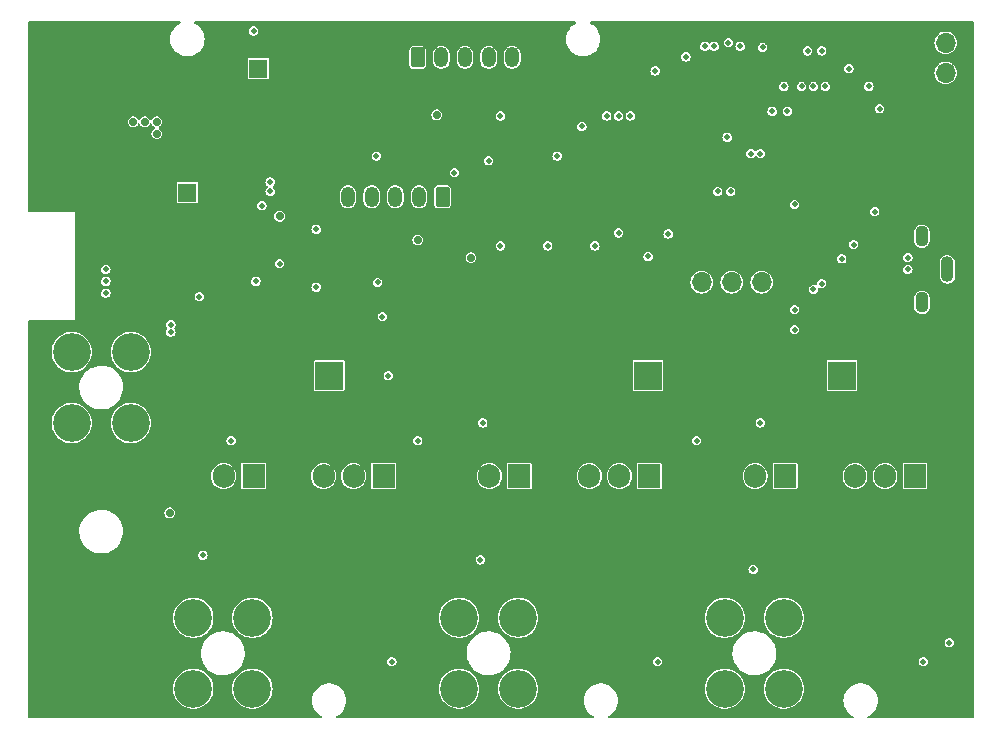
<source format=gbr>
%TF.GenerationSoftware,KiCad,Pcbnew,(6.99.0-2501-g45393f228a)*%
%TF.CreationDate,2022-08-07T00:12:47+12:00*%
%TF.ProjectId,bldc_hardware_riscv,626c6463-5f68-4617-9264-776172655f72,rev?*%
%TF.SameCoordinates,Original*%
%TF.FileFunction,Copper,L3,Inr*%
%TF.FilePolarity,Positive*%
%FSLAX46Y46*%
G04 Gerber Fmt 4.6, Leading zero omitted, Abs format (unit mm)*
G04 Created by KiCad (PCBNEW (6.99.0-2501-g45393f228a)) date 2022-08-07 00:12:47*
%MOMM*%
%LPD*%
G01*
G04 APERTURE LIST*
G04 Aperture macros list*
%AMRoundRect*
0 Rectangle with rounded corners*
0 $1 Rounding radius*
0 $2 $3 $4 $5 $6 $7 $8 $9 X,Y pos of 4 corners*
0 Add a 4 corners polygon primitive as box body*
4,1,4,$2,$3,$4,$5,$6,$7,$8,$9,$2,$3,0*
0 Add four circle primitives for the rounded corners*
1,1,$1+$1,$2,$3*
1,1,$1+$1,$4,$5*
1,1,$1+$1,$6,$7*
1,1,$1+$1,$8,$9*
0 Add four rect primitives between the rounded corners*
20,1,$1+$1,$2,$3,$4,$5,0*
20,1,$1+$1,$4,$5,$6,$7,0*
20,1,$1+$1,$6,$7,$8,$9,0*
20,1,$1+$1,$8,$9,$2,$3,0*%
G04 Aperture macros list end*
%TA.AperFunction,ComponentPad*%
%ADD10R,1.905000X2.000000*%
%TD*%
%TA.AperFunction,ComponentPad*%
%ADD11O,1.905000X2.000000*%
%TD*%
%TA.AperFunction,ComponentPad*%
%ADD12R,1.600000X1.600000*%
%TD*%
%TA.AperFunction,ComponentPad*%
%ADD13C,1.600000*%
%TD*%
%TA.AperFunction,ComponentPad*%
%ADD14RoundRect,0.250000X0.350000X0.625000X-0.350000X0.625000X-0.350000X-0.625000X0.350000X-0.625000X0*%
%TD*%
%TA.AperFunction,ComponentPad*%
%ADD15O,1.200000X1.750000*%
%TD*%
%TA.AperFunction,ComponentPad*%
%ADD16RoundRect,0.250000X-0.350000X-0.625000X0.350000X-0.625000X0.350000X0.625000X-0.350000X0.625000X0*%
%TD*%
%TA.AperFunction,ComponentPad*%
%ADD17R,2.400000X2.400000*%
%TD*%
%TA.AperFunction,ComponentPad*%
%ADD18C,2.400000*%
%TD*%
%TA.AperFunction,ComponentPad*%
%ADD19C,3.200000*%
%TD*%
%TA.AperFunction,ComponentPad*%
%ADD20O,1.100000X1.800000*%
%TD*%
%TA.AperFunction,ComponentPad*%
%ADD21O,1.100000X2.200000*%
%TD*%
%TA.AperFunction,ComponentPad*%
%ADD22R,1.700000X1.700000*%
%TD*%
%TA.AperFunction,ComponentPad*%
%ADD23O,1.700000X1.700000*%
%TD*%
%TA.AperFunction,ViaPad*%
%ADD24C,0.500000*%
%TD*%
%TA.AperFunction,ViaPad*%
%ADD25C,0.700000*%
%TD*%
G04 APERTURE END LIST*
D10*
%TO.N,Net-(D2-A)*%
%TO.C,Q2*%
X99599999Y-118999999D03*
D11*
%TO.N,/Driver/VS1*%
X97059999Y-118999999D03*
%TO.N,GND*%
X94519999Y-118999999D03*
%TD*%
D10*
%TO.N,Net-(D10-A)*%
%TO.C,Q5*%
X155599999Y-118999999D03*
D11*
%TO.N,/Driver/99V*%
X153059999Y-118999999D03*
%TO.N,/Driver/VS3*%
X150519999Y-118999999D03*
%TD*%
D10*
%TO.N,Net-(D11-A)*%
%TO.C,Q6*%
X144599999Y-118999999D03*
D11*
%TO.N,/Driver/VS3*%
X142059999Y-118999999D03*
%TO.N,GND*%
X139519999Y-118999999D03*
%TD*%
D10*
%TO.N,Net-(D1-A)*%
%TO.C,Q1*%
X110599999Y-118999999D03*
D11*
%TO.N,/Driver/99V*%
X108059999Y-118999999D03*
%TO.N,/Driver/VS1*%
X105519999Y-118999999D03*
%TD*%
D10*
%TO.N,Net-(D5-A)*%
%TO.C,Q4*%
X122099999Y-118999999D03*
D11*
%TO.N,/Driver/VS2*%
X119559999Y-118999999D03*
%TO.N,GND*%
X117019999Y-118999999D03*
%TD*%
D10*
%TO.N,Net-(D4-A)*%
%TO.C,Q3*%
X133099999Y-118999999D03*
D11*
%TO.N,/Driver/99V*%
X130559999Y-118999999D03*
%TO.N,/Driver/VS2*%
X128019999Y-118999999D03*
%TD*%
D12*
%TO.N,/Driver/12V*%
%TO.C,C17*%
X99999999Y-84499999D03*
D13*
%TO.N,GND*%
X100000000Y-87000000D03*
%TD*%
D14*
%TO.N,/ADC_EXT*%
%TO.C,J3*%
X115600000Y-95350000D03*
D15*
%TO.N,Net-(J3-Pin_2)*%
X113599999Y-95349999D03*
%TO.N,Net-(J3-Pin_3)*%
X111599999Y-95349999D03*
%TO.N,/CANH*%
X109599999Y-95349999D03*
%TO.N,/CANL*%
X107599999Y-95349999D03*
%TO.N,GND*%
X105599999Y-95349999D03*
%TD*%
D16*
%TO.N,/HALL-VCC*%
%TO.C,J2*%
X113500000Y-83550000D03*
D15*
%TO.N,/MOTOR-TEMP*%
X115499999Y-83549999D03*
%TO.N,/HALL1*%
X117499999Y-83549999D03*
%TO.N,/HALL2*%
X119499999Y-83549999D03*
%TO.N,/HALL3*%
X121499999Y-83549999D03*
%TO.N,GND*%
X123499999Y-83549999D03*
%TD*%
D17*
%TO.N,/Driver/99V*%
%TO.C,C101*%
X105999999Y-110499999D03*
D18*
%TO.N,GND*%
X101000000Y-110500000D03*
%TD*%
D17*
%TO.N,/Driver/99V*%
%TO.C,C102*%
X132999999Y-110499999D03*
D18*
%TO.N,GND*%
X128000000Y-110500000D03*
%TD*%
D19*
%TO.N,/Driver/PhaseA*%
%TO.C,X3*%
X99500000Y-137000000D03*
X99500000Y-131000000D03*
X94500000Y-137000000D03*
X94500000Y-131000000D03*
%TD*%
%TO.N,/Driver/PhaseB*%
%TO.C,X4*%
X122000000Y-137000000D03*
X122000000Y-131000000D03*
X117000000Y-137000000D03*
X117000000Y-131000000D03*
%TD*%
D20*
%TO.N,unconnected-(J1-Shield)*%
%TO.C,J1*%
X156187499Y-98699999D03*
D21*
X158337499Y-101499999D03*
D20*
X156187499Y-104299999D03*
%TD*%
D19*
%TO.N,/Driver/99V*%
%TO.C,X1*%
X89200000Y-114500000D03*
X89200000Y-108500000D03*
X84200000Y-114500000D03*
X84200000Y-108500000D03*
%TD*%
D12*
%TO.N,/Driver/75V*%
%TO.C,C5*%
X93999999Y-94999999D03*
D13*
%TO.N,GND*%
X96500000Y-95000000D03*
%TD*%
D17*
%TO.N,/Driver/99V*%
%TO.C,C103*%
X149423958Y-110499999D03*
D18*
%TO.N,GND*%
X144423959Y-110500000D03*
%TD*%
D22*
%TO.N,GND*%
%TO.C,J4*%
X134999999Y-102599999D03*
D23*
%TO.N,/3.3V*%
X137539999Y-102599999D03*
%TO.N,/SWCK*%
X140079999Y-102599999D03*
%TO.N,/SWIO*%
X142619999Y-102599999D03*
%TD*%
D19*
%TO.N,/Driver/PhaseC*%
%TO.C,X5*%
X144500000Y-137000000D03*
X144500000Y-131000000D03*
X139500000Y-137000000D03*
X139500000Y-131000000D03*
%TD*%
D22*
%TO.N,GND*%
%TO.C,J5*%
X158199999Y-87399999D03*
D23*
%TO.N,/DEBUG_TX*%
X158199999Y-84859999D03*
%TO.N,/DEBUG_RX*%
X158199999Y-82319999D03*
%TD*%
D19*
%TO.N,GND*%
%TO.C,X2*%
X89200000Y-126700000D03*
X89200000Y-120700000D03*
X84200000Y-126700000D03*
X84200000Y-120700000D03*
%TD*%
D24*
%TO.N,Net-(D2-A)*%
X97700000Y-116000000D03*
%TO.N,Net-(D5-A)*%
X113500000Y-116000000D03*
%TO.N,/BOOT0*%
X145400000Y-96000000D03*
X130500000Y-98400000D03*
%TO.N,Net-(D11-A)*%
X137100000Y-116000000D03*
%TO.N,Net-(J1-D-)*%
X155000000Y-100500000D03*
%TO.N,/BLE_MODE*%
X142700000Y-82700000D03*
X100300000Y-96100000D03*
X87100000Y-103500000D03*
%TO.N,/BLE_TX*%
X87100000Y-101500000D03*
X140800000Y-82600000D03*
X101000000Y-94100000D03*
%TO.N,Net-(J1-D+)*%
X155000000Y-101500000D03*
%TO.N,/AIN_CS3*%
X158500000Y-133100000D03*
X146000000Y-86000000D03*
%TO.N,/AIN_CS2*%
X146500000Y-83000000D03*
X141900000Y-126900000D03*
%TO.N,/AIN_CS1*%
X147000000Y-86000000D03*
X118800000Y-126100000D03*
%TO.N,/AIN_VS1*%
X120500000Y-99500000D03*
X151702471Y-85996500D03*
%TO.N,/AIN_VS2*%
X124500000Y-99500000D03*
X150000000Y-84500000D03*
%TO.N,/AIN_VS3*%
X128500000Y-99500000D03*
X148000000Y-86000000D03*
%TO.N,/AIN_VIN*%
X110100000Y-102600000D03*
X144500000Y-86000000D03*
%TO.N,/ADC_EXT*%
X143500000Y-88100000D03*
X125300000Y-91900000D03*
%TO.N,/DEBUG_TX*%
X138600000Y-82600000D03*
%TO.N,/DEBUG_RX*%
X137800000Y-82600000D03*
%TO.N,GND*%
X91800000Y-97700000D03*
X152300000Y-98400000D03*
X126600000Y-84200000D03*
X107600000Y-105300000D03*
X96500000Y-104900000D03*
D25*
X106700000Y-84500000D03*
D24*
X84900000Y-101800000D03*
X132400000Y-132200000D03*
X115500000Y-90000000D03*
X123500000Y-100500000D03*
X90500000Y-100200000D03*
D25*
X104100000Y-84500000D03*
D24*
X97800000Y-103000000D03*
X92400000Y-125600000D03*
D25*
X103200000Y-81000000D03*
X107900000Y-84500000D03*
D24*
X129400000Y-92400000D03*
X132400000Y-132900000D03*
X156100000Y-81100000D03*
X91900000Y-104900000D03*
X136900000Y-82600000D03*
D25*
X107300000Y-81000000D03*
D24*
X151800000Y-89000000D03*
X90500000Y-104100000D03*
X93000000Y-97700000D03*
X89000000Y-104900000D03*
X133700000Y-82600000D03*
X156100000Y-91300000D03*
X101800000Y-99500000D03*
X154914500Y-133037763D03*
X120000000Y-90000000D03*
X127500000Y-101000000D03*
D25*
X83100000Y-90800000D03*
D24*
X112000000Y-88500000D03*
X121300000Y-90000000D03*
X123500000Y-82100000D03*
X119500000Y-100000000D03*
X97800000Y-104900000D03*
X156100000Y-85000000D03*
X148500000Y-102300000D03*
X117000000Y-89000000D03*
X154700000Y-98400000D03*
X139500000Y-105700000D03*
D25*
X110000000Y-87000000D03*
D24*
X156100000Y-89500000D03*
D25*
X104700000Y-81000000D03*
D24*
X94400000Y-104900000D03*
X84900000Y-104900000D03*
X110000000Y-85200000D03*
X152000000Y-93500000D03*
X156100000Y-82700000D03*
X92400000Y-127600000D03*
X97800000Y-99300000D03*
X154914500Y-132337763D03*
X155300000Y-96600000D03*
X125100000Y-84200000D03*
D25*
X105400000Y-84500000D03*
D24*
X94000000Y-124300000D03*
X90500000Y-102800000D03*
X130000000Y-81000000D03*
X87100000Y-104900000D03*
D25*
X108900000Y-87000000D03*
D24*
X112300000Y-102500000D03*
X109900000Y-132200000D03*
X130900000Y-84200000D03*
X109900000Y-132900000D03*
X97800000Y-98000000D03*
X112000000Y-87500000D03*
X156100000Y-96600000D03*
X107000000Y-100400000D03*
X117000000Y-90000000D03*
X152300000Y-94700000D03*
X96900000Y-127600000D03*
X153600000Y-81100000D03*
D25*
X84000000Y-91300000D03*
X93700000Y-89000000D03*
D24*
X154800000Y-104000000D03*
X112500000Y-104800000D03*
X90500000Y-99000000D03*
D25*
X106000000Y-81000000D03*
D24*
X135100000Y-101100000D03*
X90500000Y-97700000D03*
D25*
X83100000Y-92600000D03*
D24*
X123500000Y-81100000D03*
X118500000Y-90000000D03*
X84900000Y-103300000D03*
%TO.N,/3.3V*%
X95000000Y-103800000D03*
X133600000Y-84700000D03*
X99800000Y-102500000D03*
X127400000Y-89400000D03*
X101800000Y-101000000D03*
X150400000Y-99400000D03*
X152200000Y-96600000D03*
X152600000Y-87900000D03*
X110000000Y-91900000D03*
X147700000Y-83000000D03*
X136200000Y-83500000D03*
X134700000Y-98500000D03*
X149400000Y-100600000D03*
%TO.N,/AIN_V12V*%
X99600000Y-81300000D03*
X144800000Y-88100000D03*
%TO.N,/Driver/LO2*%
X110500000Y-105500000D03*
X119000000Y-114500000D03*
%TO.N,/Driver/LO3*%
X142500000Y-114500000D03*
X111000000Y-110500000D03*
D25*
%TO.N,/Driver/12V*%
X115100000Y-88400000D03*
X118000000Y-100500000D03*
X101800000Y-97000000D03*
X113500000Y-99000000D03*
X92500000Y-122100000D03*
D24*
%TO.N,/Driver/5V*%
X133800000Y-134700000D03*
X156300000Y-134700000D03*
X111300000Y-134700000D03*
X95300000Y-125700000D03*
%TO.N,/MOTOR-TEMP*%
X139700000Y-90300000D03*
X120500000Y-88500000D03*
%TO.N,/HALL1*%
X131500000Y-88500000D03*
%TO.N,/HALL2*%
X130500000Y-88500000D03*
%TO.N,/HALL3*%
X129500000Y-88500000D03*
%TO.N,/UART_T*%
X119500000Y-92300000D03*
X141700000Y-91700000D03*
%TO.N,/UART_R*%
X142500000Y-91700000D03*
X116600000Y-93300000D03*
%TO.N,/LED1*%
X147000000Y-103200000D03*
X145400000Y-104900000D03*
%TO.N,/LED2*%
X145400000Y-106600000D03*
X147700000Y-102700000D03*
%TO.N,/CAN-R*%
X138900000Y-94900000D03*
X104900000Y-103000000D03*
%TO.N,/CAN-T*%
X140000000Y-94900000D03*
X104900000Y-98100000D03*
%TO.N,/SWIO*%
X133000000Y-100400000D03*
%TO.N,/BLE_RX*%
X139800000Y-82300000D03*
X101000000Y-94900000D03*
X87100000Y-102500000D03*
D25*
%TO.N,/Driver/75V*%
X91400000Y-90000000D03*
X91400000Y-89000000D03*
D24*
X92600000Y-106800000D03*
X92600000Y-106200000D03*
D25*
X89400000Y-89000000D03*
X90400000Y-89000000D03*
%TD*%
%TA.AperFunction,Conductor*%
%TO.N,GND*%
G36*
X93391399Y-80518907D02*
G01*
X93427363Y-80568407D01*
X93427363Y-80629593D01*
X93391399Y-80679093D01*
X93380327Y-80686068D01*
X93203933Y-80781528D01*
X93014236Y-80929175D01*
X92851429Y-81106031D01*
X92719951Y-81307272D01*
X92623390Y-81527409D01*
X92564380Y-81760437D01*
X92544529Y-82000000D01*
X92564380Y-82239563D01*
X92623390Y-82472591D01*
X92719951Y-82692728D01*
X92851429Y-82893969D01*
X93014236Y-83070825D01*
X93017470Y-83073342D01*
X93183279Y-83202396D01*
X93203933Y-83218472D01*
X93415344Y-83332882D01*
X93419213Y-83334210D01*
X93419217Y-83334212D01*
X93544718Y-83377296D01*
X93642703Y-83410934D01*
X93646733Y-83411606D01*
X93646735Y-83411607D01*
X93724501Y-83424584D01*
X93879808Y-83450500D01*
X94120192Y-83450500D01*
X94275499Y-83424584D01*
X94353265Y-83411607D01*
X94353267Y-83411606D01*
X94357297Y-83410934D01*
X94455282Y-83377296D01*
X94580783Y-83334212D01*
X94580787Y-83334210D01*
X94584656Y-83332882D01*
X94796067Y-83218472D01*
X94816722Y-83202396D01*
X94982530Y-83073342D01*
X94985764Y-83070825D01*
X95148571Y-82893969D01*
X95280049Y-82692728D01*
X95376610Y-82472591D01*
X95435620Y-82239563D01*
X95455471Y-82000000D01*
X95435620Y-81760437D01*
X95376610Y-81527409D01*
X95280049Y-81307272D01*
X95275298Y-81300000D01*
X99199570Y-81300000D01*
X99200789Y-81307697D01*
X99212756Y-81383253D01*
X99219168Y-81423740D01*
X99222704Y-81430679D01*
X99222704Y-81430680D01*
X99240432Y-81465472D01*
X99276045Y-81535367D01*
X99364633Y-81623955D01*
X99371570Y-81627490D01*
X99371572Y-81627491D01*
X99469320Y-81677296D01*
X99476260Y-81680832D01*
X99483953Y-81682050D01*
X99483955Y-81682051D01*
X99592303Y-81699211D01*
X99600000Y-81700430D01*
X99607697Y-81699211D01*
X99716045Y-81682051D01*
X99716047Y-81682050D01*
X99723740Y-81680832D01*
X99730680Y-81677296D01*
X99828428Y-81627491D01*
X99828430Y-81627490D01*
X99835367Y-81623955D01*
X99923955Y-81535367D01*
X99959569Y-81465472D01*
X99977296Y-81430680D01*
X99977296Y-81430679D01*
X99980832Y-81423740D01*
X99987245Y-81383253D01*
X99999211Y-81307697D01*
X100000430Y-81300000D01*
X99980832Y-81176260D01*
X99946795Y-81109458D01*
X99927491Y-81071572D01*
X99927490Y-81071570D01*
X99923955Y-81064633D01*
X99835367Y-80976045D01*
X99828430Y-80972510D01*
X99828428Y-80972509D01*
X99730680Y-80922704D01*
X99730679Y-80922704D01*
X99723740Y-80919168D01*
X99716047Y-80917950D01*
X99716045Y-80917949D01*
X99607697Y-80900789D01*
X99600000Y-80899570D01*
X99592303Y-80900789D01*
X99483955Y-80917949D01*
X99483953Y-80917950D01*
X99476260Y-80919168D01*
X99469321Y-80922704D01*
X99469320Y-80922704D01*
X99371572Y-80972509D01*
X99371570Y-80972510D01*
X99364633Y-80976045D01*
X99276045Y-81064633D01*
X99272510Y-81071570D01*
X99272509Y-81071572D01*
X99253205Y-81109458D01*
X99219168Y-81176260D01*
X99199570Y-81300000D01*
X95275298Y-81300000D01*
X95148571Y-81106031D01*
X94985764Y-80929175D01*
X94796067Y-80781528D01*
X94619673Y-80686068D01*
X94577495Y-80641744D01*
X94569425Y-80581093D01*
X94598546Y-80527282D01*
X94653735Y-80500865D01*
X94666792Y-80500000D01*
X126833208Y-80500000D01*
X126891399Y-80518907D01*
X126927363Y-80568407D01*
X126927363Y-80629593D01*
X126891399Y-80679093D01*
X126880327Y-80686068D01*
X126703933Y-80781528D01*
X126514236Y-80929175D01*
X126351429Y-81106031D01*
X126219951Y-81307272D01*
X126123390Y-81527409D01*
X126064380Y-81760437D01*
X126044529Y-82000000D01*
X126064380Y-82239563D01*
X126123390Y-82472591D01*
X126219951Y-82692728D01*
X126351429Y-82893969D01*
X126514236Y-83070825D01*
X126517470Y-83073342D01*
X126683279Y-83202396D01*
X126703933Y-83218472D01*
X126915344Y-83332882D01*
X126919213Y-83334210D01*
X126919217Y-83334212D01*
X127044718Y-83377296D01*
X127142703Y-83410934D01*
X127146733Y-83411606D01*
X127146735Y-83411607D01*
X127224501Y-83424584D01*
X127379808Y-83450500D01*
X127620192Y-83450500D01*
X127775499Y-83424584D01*
X127853265Y-83411607D01*
X127853267Y-83411606D01*
X127857297Y-83410934D01*
X127955282Y-83377296D01*
X128080783Y-83334212D01*
X128080787Y-83334210D01*
X128084656Y-83332882D01*
X128296067Y-83218472D01*
X128316722Y-83202396D01*
X128482530Y-83073342D01*
X128485764Y-83070825D01*
X128648571Y-82893969D01*
X128780049Y-82692728D01*
X128820723Y-82600000D01*
X137399570Y-82600000D01*
X137400789Y-82607697D01*
X137413112Y-82685501D01*
X137419168Y-82723740D01*
X137422704Y-82730679D01*
X137422704Y-82730680D01*
X137470121Y-82823740D01*
X137476045Y-82835367D01*
X137564633Y-82923955D01*
X137571570Y-82927490D01*
X137571572Y-82927491D01*
X137620977Y-82952664D01*
X137676260Y-82980832D01*
X137683953Y-82982050D01*
X137683955Y-82982051D01*
X137792303Y-82999211D01*
X137800000Y-83000430D01*
X137807697Y-82999211D01*
X137916045Y-82982051D01*
X137916047Y-82982050D01*
X137923740Y-82980832D01*
X137979023Y-82952664D01*
X138028428Y-82927491D01*
X138028430Y-82927490D01*
X138035367Y-82923955D01*
X138123955Y-82835367D01*
X138124278Y-82835690D01*
X138169406Y-82802902D01*
X138230591Y-82802901D01*
X138275722Y-82835690D01*
X138276045Y-82835367D01*
X138364633Y-82923955D01*
X138371570Y-82927490D01*
X138371572Y-82927491D01*
X138420977Y-82952664D01*
X138476260Y-82980832D01*
X138483953Y-82982050D01*
X138483955Y-82982051D01*
X138592303Y-82999211D01*
X138600000Y-83000430D01*
X138607697Y-82999211D01*
X138716045Y-82982051D01*
X138716047Y-82982050D01*
X138723740Y-82980832D01*
X138779023Y-82952664D01*
X138828428Y-82927491D01*
X138828430Y-82927490D01*
X138835367Y-82923955D01*
X138923955Y-82835367D01*
X138929880Y-82823740D01*
X138977296Y-82730680D01*
X138977296Y-82730679D01*
X138980832Y-82723740D01*
X138986889Y-82685501D01*
X138999211Y-82607697D01*
X139000430Y-82600000D01*
X138995571Y-82569320D01*
X138982051Y-82483955D01*
X138982050Y-82483953D01*
X138980832Y-82476260D01*
X138950151Y-82416045D01*
X138927491Y-82371572D01*
X138927490Y-82371570D01*
X138923955Y-82364633D01*
X138859322Y-82300000D01*
X139399570Y-82300000D01*
X139400789Y-82307697D01*
X139414949Y-82397099D01*
X139419168Y-82423740D01*
X139422704Y-82430679D01*
X139422704Y-82430680D01*
X139463623Y-82510987D01*
X139476045Y-82535367D01*
X139564633Y-82623955D01*
X139571570Y-82627490D01*
X139571572Y-82627491D01*
X139659925Y-82672509D01*
X139676260Y-82680832D01*
X139683953Y-82682050D01*
X139683955Y-82682051D01*
X139792303Y-82699211D01*
X139800000Y-82700430D01*
X139807697Y-82699211D01*
X139916045Y-82682051D01*
X139916047Y-82682050D01*
X139923740Y-82680832D01*
X139940075Y-82672509D01*
X140028428Y-82627491D01*
X140028430Y-82627490D01*
X140035367Y-82623955D01*
X140059322Y-82600000D01*
X140399570Y-82600000D01*
X140400789Y-82607697D01*
X140413112Y-82685501D01*
X140419168Y-82723740D01*
X140422704Y-82730679D01*
X140422704Y-82730680D01*
X140470121Y-82823740D01*
X140476045Y-82835367D01*
X140564633Y-82923955D01*
X140571570Y-82927490D01*
X140571572Y-82927491D01*
X140620977Y-82952664D01*
X140676260Y-82980832D01*
X140683953Y-82982050D01*
X140683955Y-82982051D01*
X140792303Y-82999211D01*
X140800000Y-83000430D01*
X140807697Y-82999211D01*
X140916045Y-82982051D01*
X140916047Y-82982050D01*
X140923740Y-82980832D01*
X140979023Y-82952664D01*
X141028428Y-82927491D01*
X141028430Y-82927490D01*
X141035367Y-82923955D01*
X141123955Y-82835367D01*
X141129880Y-82823740D01*
X141177296Y-82730680D01*
X141177296Y-82730679D01*
X141180832Y-82723740D01*
X141184592Y-82700000D01*
X142299570Y-82700000D01*
X142300789Y-82707697D01*
X142317309Y-82812000D01*
X142319168Y-82823740D01*
X142322704Y-82830679D01*
X142322704Y-82830680D01*
X142367425Y-82918449D01*
X142376045Y-82935367D01*
X142464633Y-83023955D01*
X142471570Y-83027490D01*
X142471572Y-83027491D01*
X142550705Y-83067811D01*
X142576260Y-83080832D01*
X142583953Y-83082050D01*
X142583955Y-83082051D01*
X142692303Y-83099211D01*
X142700000Y-83100430D01*
X142707697Y-83099211D01*
X142816045Y-83082051D01*
X142816047Y-83082050D01*
X142823740Y-83080832D01*
X142849295Y-83067811D01*
X142928428Y-83027491D01*
X142928430Y-83027490D01*
X142935367Y-83023955D01*
X142959322Y-83000000D01*
X146099570Y-83000000D01*
X146100789Y-83007697D01*
X146117159Y-83111053D01*
X146119168Y-83123740D01*
X146122704Y-83130679D01*
X146122704Y-83130680D01*
X146168430Y-83220421D01*
X146176045Y-83235367D01*
X146264633Y-83323955D01*
X146271570Y-83327490D01*
X146271572Y-83327491D01*
X146367287Y-83376260D01*
X146376260Y-83380832D01*
X146383953Y-83382050D01*
X146383955Y-83382051D01*
X146492303Y-83399211D01*
X146500000Y-83400430D01*
X146507697Y-83399211D01*
X146616045Y-83382051D01*
X146616047Y-83382050D01*
X146623740Y-83380832D01*
X146632713Y-83376260D01*
X146728428Y-83327491D01*
X146728430Y-83327490D01*
X146735367Y-83323955D01*
X146823955Y-83235367D01*
X146831571Y-83220421D01*
X146877296Y-83130680D01*
X146877296Y-83130679D01*
X146880832Y-83123740D01*
X146882842Y-83111053D01*
X146899211Y-83007697D01*
X146900430Y-83000000D01*
X147299570Y-83000000D01*
X147300789Y-83007697D01*
X147317159Y-83111053D01*
X147319168Y-83123740D01*
X147322704Y-83130679D01*
X147322704Y-83130680D01*
X147368430Y-83220421D01*
X147376045Y-83235367D01*
X147464633Y-83323955D01*
X147471570Y-83327490D01*
X147471572Y-83327491D01*
X147567287Y-83376260D01*
X147576260Y-83380832D01*
X147583953Y-83382050D01*
X147583955Y-83382051D01*
X147692303Y-83399211D01*
X147700000Y-83400430D01*
X147707697Y-83399211D01*
X147816045Y-83382051D01*
X147816047Y-83382050D01*
X147823740Y-83380832D01*
X147832713Y-83376260D01*
X147928428Y-83327491D01*
X147928430Y-83327490D01*
X147935367Y-83323955D01*
X148023955Y-83235367D01*
X148031571Y-83220421D01*
X148077296Y-83130680D01*
X148077296Y-83130679D01*
X148080832Y-83123740D01*
X148082842Y-83111053D01*
X148099211Y-83007697D01*
X148100430Y-83000000D01*
X148099211Y-82992303D01*
X148082051Y-82883955D01*
X148082050Y-82883953D01*
X148080832Y-82876260D01*
X148067770Y-82850625D01*
X148027491Y-82771572D01*
X148027490Y-82771570D01*
X148023955Y-82764633D01*
X147935367Y-82676045D01*
X147928430Y-82672510D01*
X147928428Y-82672509D01*
X147830680Y-82622704D01*
X147830679Y-82622704D01*
X147823740Y-82619168D01*
X147816047Y-82617950D01*
X147816045Y-82617949D01*
X147707697Y-82600789D01*
X147700000Y-82599570D01*
X147692303Y-82600789D01*
X147583955Y-82617949D01*
X147583953Y-82617950D01*
X147576260Y-82619168D01*
X147569321Y-82622704D01*
X147569320Y-82622704D01*
X147471572Y-82672509D01*
X147471570Y-82672510D01*
X147464633Y-82676045D01*
X147376045Y-82764633D01*
X147372510Y-82771570D01*
X147372509Y-82771572D01*
X147332230Y-82850625D01*
X147319168Y-82876260D01*
X147317950Y-82883953D01*
X147317949Y-82883955D01*
X147300789Y-82992303D01*
X147299570Y-83000000D01*
X146900430Y-83000000D01*
X146899211Y-82992303D01*
X146882051Y-82883955D01*
X146882050Y-82883953D01*
X146880832Y-82876260D01*
X146867770Y-82850625D01*
X146827491Y-82771572D01*
X146827490Y-82771570D01*
X146823955Y-82764633D01*
X146735367Y-82676045D01*
X146728430Y-82672510D01*
X146728428Y-82672509D01*
X146630680Y-82622704D01*
X146630679Y-82622704D01*
X146623740Y-82619168D01*
X146616047Y-82617950D01*
X146616045Y-82617949D01*
X146507697Y-82600789D01*
X146500000Y-82599570D01*
X146492303Y-82600789D01*
X146383955Y-82617949D01*
X146383953Y-82617950D01*
X146376260Y-82619168D01*
X146369321Y-82622704D01*
X146369320Y-82622704D01*
X146271572Y-82672509D01*
X146271570Y-82672510D01*
X146264633Y-82676045D01*
X146176045Y-82764633D01*
X146172510Y-82771570D01*
X146172509Y-82771572D01*
X146132230Y-82850625D01*
X146119168Y-82876260D01*
X146117950Y-82883953D01*
X146117949Y-82883955D01*
X146100789Y-82992303D01*
X146099570Y-83000000D01*
X142959322Y-83000000D01*
X143023955Y-82935367D01*
X143032576Y-82918449D01*
X143077296Y-82830680D01*
X143077296Y-82830679D01*
X143080832Y-82823740D01*
X143082692Y-82812000D01*
X143099211Y-82707697D01*
X143100430Y-82700000D01*
X143082660Y-82587803D01*
X143082051Y-82583955D01*
X143082050Y-82583953D01*
X143080832Y-82576260D01*
X143077296Y-82569320D01*
X143027491Y-82471572D01*
X143027490Y-82471570D01*
X143023955Y-82464633D01*
X142935367Y-82376045D01*
X142928430Y-82372510D01*
X142928428Y-82372509D01*
X142830680Y-82322704D01*
X142830679Y-82322704D01*
X142825373Y-82320000D01*
X157244901Y-82320000D01*
X157263253Y-82506331D01*
X157264664Y-82510983D01*
X157264665Y-82510987D01*
X157316191Y-82680844D01*
X157317604Y-82685501D01*
X157319898Y-82689792D01*
X157319898Y-82689793D01*
X157395203Y-82830680D01*
X157405864Y-82850625D01*
X157408946Y-82854380D01*
X157408947Y-82854382D01*
X157475410Y-82935367D01*
X157524643Y-82995357D01*
X157530824Y-83000430D01*
X157653112Y-83100789D01*
X157669375Y-83114136D01*
X157834499Y-83202396D01*
X157839153Y-83203808D01*
X157839156Y-83203809D01*
X158009013Y-83255335D01*
X158009017Y-83255336D01*
X158013669Y-83256747D01*
X158018512Y-83257224D01*
X158093737Y-83264633D01*
X158200000Y-83275099D01*
X158204843Y-83274622D01*
X158381488Y-83257224D01*
X158386331Y-83256747D01*
X158390983Y-83255336D01*
X158390987Y-83255335D01*
X158560844Y-83203809D01*
X158560847Y-83203808D01*
X158565501Y-83202396D01*
X158730625Y-83114136D01*
X158746889Y-83100789D01*
X158869176Y-83000430D01*
X158875357Y-82995357D01*
X158924590Y-82935367D01*
X158991053Y-82854382D01*
X158991054Y-82854380D01*
X158994136Y-82850625D01*
X159004797Y-82830680D01*
X159080102Y-82689793D01*
X159080102Y-82689792D01*
X159082396Y-82685501D01*
X159083809Y-82680844D01*
X159135335Y-82510987D01*
X159135336Y-82510983D01*
X159136747Y-82506331D01*
X159155099Y-82320000D01*
X159136747Y-82133669D01*
X159094962Y-81995921D01*
X159083809Y-81959156D01*
X159083808Y-81959153D01*
X159082396Y-81954499D01*
X158994136Y-81789375D01*
X158875357Y-81644643D01*
X158783554Y-81569302D01*
X158734382Y-81528947D01*
X158734380Y-81528946D01*
X158730625Y-81525864D01*
X158565501Y-81437604D01*
X158560847Y-81436192D01*
X158560844Y-81436191D01*
X158390987Y-81384665D01*
X158390983Y-81384664D01*
X158386331Y-81383253D01*
X158200000Y-81364901D01*
X158013669Y-81383253D01*
X158009017Y-81384664D01*
X158009013Y-81384665D01*
X157839156Y-81436191D01*
X157839153Y-81436192D01*
X157834499Y-81437604D01*
X157669375Y-81525864D01*
X157665620Y-81528946D01*
X157665618Y-81528947D01*
X157616446Y-81569302D01*
X157524643Y-81644643D01*
X157405864Y-81789375D01*
X157317604Y-81954499D01*
X157316192Y-81959153D01*
X157316191Y-81959156D01*
X157305039Y-81995921D01*
X157263253Y-82133669D01*
X157244901Y-82320000D01*
X142825373Y-82320000D01*
X142823740Y-82319168D01*
X142816047Y-82317950D01*
X142816045Y-82317949D01*
X142707697Y-82300789D01*
X142700000Y-82299570D01*
X142692303Y-82300789D01*
X142583955Y-82317949D01*
X142583953Y-82317950D01*
X142576260Y-82319168D01*
X142569321Y-82322704D01*
X142569320Y-82322704D01*
X142471572Y-82372509D01*
X142471570Y-82372510D01*
X142464633Y-82376045D01*
X142376045Y-82464633D01*
X142372510Y-82471570D01*
X142372509Y-82471572D01*
X142322704Y-82569320D01*
X142319168Y-82576260D01*
X142317950Y-82583953D01*
X142317949Y-82583955D01*
X142317340Y-82587803D01*
X142299570Y-82700000D01*
X141184592Y-82700000D01*
X141186889Y-82685501D01*
X141199211Y-82607697D01*
X141200430Y-82600000D01*
X141195571Y-82569320D01*
X141182051Y-82483955D01*
X141182050Y-82483953D01*
X141180832Y-82476260D01*
X141150151Y-82416045D01*
X141127491Y-82371572D01*
X141127490Y-82371570D01*
X141123955Y-82364633D01*
X141035367Y-82276045D01*
X141028430Y-82272510D01*
X141028428Y-82272509D01*
X140930680Y-82222704D01*
X140930679Y-82222704D01*
X140923740Y-82219168D01*
X140916047Y-82217950D01*
X140916045Y-82217949D01*
X140807697Y-82200789D01*
X140800000Y-82199570D01*
X140792303Y-82200789D01*
X140683955Y-82217949D01*
X140683953Y-82217950D01*
X140676260Y-82219168D01*
X140669321Y-82222704D01*
X140669320Y-82222704D01*
X140571572Y-82272509D01*
X140571570Y-82272510D01*
X140564633Y-82276045D01*
X140476045Y-82364633D01*
X140472510Y-82371570D01*
X140472509Y-82371572D01*
X140449849Y-82416045D01*
X140419168Y-82476260D01*
X140417950Y-82483953D01*
X140417949Y-82483955D01*
X140404429Y-82569320D01*
X140399570Y-82600000D01*
X140059322Y-82600000D01*
X140123955Y-82535367D01*
X140136378Y-82510987D01*
X140177296Y-82430680D01*
X140177296Y-82430679D01*
X140180832Y-82423740D01*
X140185052Y-82397099D01*
X140199211Y-82307697D01*
X140200430Y-82300000D01*
X140180832Y-82176260D01*
X140170222Y-82155436D01*
X140127491Y-82071572D01*
X140127490Y-82071570D01*
X140123955Y-82064633D01*
X140035367Y-81976045D01*
X140028430Y-81972510D01*
X140028428Y-81972509D01*
X139930680Y-81922704D01*
X139930679Y-81922704D01*
X139923740Y-81919168D01*
X139916047Y-81917950D01*
X139916045Y-81917949D01*
X139807697Y-81900789D01*
X139800000Y-81899570D01*
X139792303Y-81900789D01*
X139683955Y-81917949D01*
X139683953Y-81917950D01*
X139676260Y-81919168D01*
X139669321Y-81922704D01*
X139669320Y-81922704D01*
X139571572Y-81972509D01*
X139571570Y-81972510D01*
X139564633Y-81976045D01*
X139476045Y-82064633D01*
X139472510Y-82071570D01*
X139472509Y-82071572D01*
X139429778Y-82155436D01*
X139419168Y-82176260D01*
X139399570Y-82300000D01*
X138859322Y-82300000D01*
X138835367Y-82276045D01*
X138828430Y-82272510D01*
X138828428Y-82272509D01*
X138730680Y-82222704D01*
X138730679Y-82222704D01*
X138723740Y-82219168D01*
X138716047Y-82217950D01*
X138716045Y-82217949D01*
X138607697Y-82200789D01*
X138600000Y-82199570D01*
X138592303Y-82200789D01*
X138483955Y-82217949D01*
X138483953Y-82217950D01*
X138476260Y-82219168D01*
X138469321Y-82222704D01*
X138469320Y-82222704D01*
X138371572Y-82272509D01*
X138371570Y-82272510D01*
X138364633Y-82276045D01*
X138276045Y-82364633D01*
X138275722Y-82364310D01*
X138230594Y-82397098D01*
X138169409Y-82397099D01*
X138124278Y-82364310D01*
X138123955Y-82364633D01*
X138035367Y-82276045D01*
X138028430Y-82272510D01*
X138028428Y-82272509D01*
X137930680Y-82222704D01*
X137930679Y-82222704D01*
X137923740Y-82219168D01*
X137916047Y-82217950D01*
X137916045Y-82217949D01*
X137807697Y-82200789D01*
X137800000Y-82199570D01*
X137792303Y-82200789D01*
X137683955Y-82217949D01*
X137683953Y-82217950D01*
X137676260Y-82219168D01*
X137669321Y-82222704D01*
X137669320Y-82222704D01*
X137571572Y-82272509D01*
X137571570Y-82272510D01*
X137564633Y-82276045D01*
X137476045Y-82364633D01*
X137472510Y-82371570D01*
X137472509Y-82371572D01*
X137449849Y-82416045D01*
X137419168Y-82476260D01*
X137417950Y-82483953D01*
X137417949Y-82483955D01*
X137404429Y-82569320D01*
X137399570Y-82600000D01*
X128820723Y-82600000D01*
X128876610Y-82472591D01*
X128935620Y-82239563D01*
X128955471Y-82000000D01*
X128935620Y-81760437D01*
X128876610Y-81527409D01*
X128780049Y-81307272D01*
X128648571Y-81106031D01*
X128485764Y-80929175D01*
X128296067Y-80781528D01*
X128119673Y-80686068D01*
X128077495Y-80641744D01*
X128069425Y-80581093D01*
X128098546Y-80527282D01*
X128153735Y-80500865D01*
X128166792Y-80500000D01*
X160500500Y-80500000D01*
X160558691Y-80518907D01*
X160594655Y-80568407D01*
X160599500Y-80599000D01*
X160599500Y-139401000D01*
X160580593Y-139459191D01*
X160531093Y-139495155D01*
X160500500Y-139500000D01*
X151666792Y-139500000D01*
X151608601Y-139481093D01*
X151572637Y-139431593D01*
X151572637Y-139370407D01*
X151608601Y-139320907D01*
X151619673Y-139313932D01*
X151700185Y-139270361D01*
X151796067Y-139218472D01*
X151985764Y-139070825D01*
X152148571Y-138893969D01*
X152280049Y-138692728D01*
X152376610Y-138472591D01*
X152435620Y-138239563D01*
X152455471Y-138000000D01*
X152435620Y-137760437D01*
X152376610Y-137527409D01*
X152280049Y-137307272D01*
X152148571Y-137106031D01*
X151985764Y-136929175D01*
X151796067Y-136781528D01*
X151584656Y-136667118D01*
X151580787Y-136665790D01*
X151580783Y-136665788D01*
X151361165Y-136590394D01*
X151361166Y-136590394D01*
X151357297Y-136589066D01*
X151353267Y-136588394D01*
X151353265Y-136588393D01*
X151275499Y-136575416D01*
X151120192Y-136549500D01*
X150879808Y-136549500D01*
X150724501Y-136575416D01*
X150646735Y-136588393D01*
X150646733Y-136588394D01*
X150642703Y-136589066D01*
X150638834Y-136590394D01*
X150638835Y-136590394D01*
X150419217Y-136665788D01*
X150419213Y-136665790D01*
X150415344Y-136667118D01*
X150203933Y-136781528D01*
X150014236Y-136929175D01*
X149851429Y-137106031D01*
X149719951Y-137307272D01*
X149623390Y-137527409D01*
X149564380Y-137760437D01*
X149544529Y-138000000D01*
X149564380Y-138239563D01*
X149623390Y-138472591D01*
X149719951Y-138692728D01*
X149851429Y-138893969D01*
X150014236Y-139070825D01*
X150203933Y-139218472D01*
X150299815Y-139270361D01*
X150380327Y-139313932D01*
X150422505Y-139358256D01*
X150430575Y-139418907D01*
X150401454Y-139472718D01*
X150346265Y-139499135D01*
X150333208Y-139500000D01*
X129666792Y-139500000D01*
X129608601Y-139481093D01*
X129572637Y-139431593D01*
X129572637Y-139370407D01*
X129608601Y-139320907D01*
X129619673Y-139313932D01*
X129700185Y-139270361D01*
X129796067Y-139218472D01*
X129985764Y-139070825D01*
X130148571Y-138893969D01*
X130280049Y-138692728D01*
X130376610Y-138472591D01*
X130435620Y-138239563D01*
X130455471Y-138000000D01*
X130435620Y-137760437D01*
X130376610Y-137527409D01*
X130280049Y-137307272D01*
X130148571Y-137106031D01*
X130050963Y-137000000D01*
X137794732Y-137000000D01*
X137813778Y-137254157D01*
X137870492Y-137502637D01*
X137926087Y-137644290D01*
X137947231Y-137698162D01*
X137963607Y-137739888D01*
X137965455Y-137743089D01*
X137965457Y-137743093D01*
X137977825Y-137764515D01*
X138091041Y-137960612D01*
X138249950Y-138159877D01*
X138436783Y-138333232D01*
X138647366Y-138476805D01*
X138876996Y-138587389D01*
X138880531Y-138588479D01*
X138880530Y-138588479D01*
X139117001Y-138661421D01*
X139117004Y-138661422D01*
X139120542Y-138662513D01*
X139124211Y-138663066D01*
X139368900Y-138699948D01*
X139368906Y-138699948D01*
X139372565Y-138700500D01*
X139627435Y-138700500D01*
X139631094Y-138699948D01*
X139631100Y-138699948D01*
X139875789Y-138663066D01*
X139879458Y-138662513D01*
X139882996Y-138661422D01*
X139882999Y-138661421D01*
X140119470Y-138588479D01*
X140119469Y-138588479D01*
X140123004Y-138587389D01*
X140352634Y-138476805D01*
X140563217Y-138333232D01*
X140750050Y-138159877D01*
X140908959Y-137960612D01*
X141022175Y-137764515D01*
X141034543Y-137743093D01*
X141034545Y-137743089D01*
X141036393Y-137739888D01*
X141052770Y-137698162D01*
X141073913Y-137644290D01*
X141129508Y-137502637D01*
X141186222Y-137254157D01*
X141205268Y-137000000D01*
X142794732Y-137000000D01*
X142813778Y-137254157D01*
X142870492Y-137502637D01*
X142926087Y-137644290D01*
X142947231Y-137698162D01*
X142963607Y-137739888D01*
X142965455Y-137743089D01*
X142965457Y-137743093D01*
X142977825Y-137764515D01*
X143091041Y-137960612D01*
X143249950Y-138159877D01*
X143436783Y-138333232D01*
X143647366Y-138476805D01*
X143876996Y-138587389D01*
X143880531Y-138588479D01*
X143880530Y-138588479D01*
X144117001Y-138661421D01*
X144117004Y-138661422D01*
X144120542Y-138662513D01*
X144124211Y-138663066D01*
X144368900Y-138699948D01*
X144368906Y-138699948D01*
X144372565Y-138700500D01*
X144627435Y-138700500D01*
X144631094Y-138699948D01*
X144631100Y-138699948D01*
X144875789Y-138663066D01*
X144879458Y-138662513D01*
X144882996Y-138661422D01*
X144882999Y-138661421D01*
X145119470Y-138588479D01*
X145119469Y-138588479D01*
X145123004Y-138587389D01*
X145352634Y-138476805D01*
X145563217Y-138333232D01*
X145750050Y-138159877D01*
X145908959Y-137960612D01*
X146022175Y-137764515D01*
X146034543Y-137743093D01*
X146034545Y-137743089D01*
X146036393Y-137739888D01*
X146052770Y-137698162D01*
X146073913Y-137644290D01*
X146129508Y-137502637D01*
X146186222Y-137254157D01*
X146205268Y-137000000D01*
X146186222Y-136745843D01*
X146129508Y-136497363D01*
X146036393Y-136260112D01*
X145908959Y-136039388D01*
X145750050Y-135840123D01*
X145563217Y-135666768D01*
X145352634Y-135523195D01*
X145123004Y-135412611D01*
X145030577Y-135384101D01*
X144882999Y-135338579D01*
X144882996Y-135338578D01*
X144879458Y-135337487D01*
X144863506Y-135335083D01*
X144631100Y-135300052D01*
X144631094Y-135300052D01*
X144627435Y-135299500D01*
X144372565Y-135299500D01*
X144368906Y-135300052D01*
X144368900Y-135300052D01*
X144136494Y-135335083D01*
X144120542Y-135337487D01*
X144117004Y-135338578D01*
X144117001Y-135338579D01*
X143969423Y-135384101D01*
X143876996Y-135412611D01*
X143647366Y-135523195D01*
X143436783Y-135666768D01*
X143249950Y-135840123D01*
X143091041Y-136039388D01*
X142963607Y-136260112D01*
X142870492Y-136497363D01*
X142813778Y-136745843D01*
X142794732Y-137000000D01*
X141205268Y-137000000D01*
X141186222Y-136745843D01*
X141129508Y-136497363D01*
X141036393Y-136260112D01*
X140908959Y-136039388D01*
X140750050Y-135840123D01*
X140563217Y-135666768D01*
X140352634Y-135523195D01*
X140123004Y-135412611D01*
X140030577Y-135384101D01*
X139882999Y-135338579D01*
X139882996Y-135338578D01*
X139879458Y-135337487D01*
X139863506Y-135335083D01*
X139631100Y-135300052D01*
X139631094Y-135300052D01*
X139627435Y-135299500D01*
X139372565Y-135299500D01*
X139368906Y-135300052D01*
X139368900Y-135300052D01*
X139136494Y-135335083D01*
X139120542Y-135337487D01*
X139117004Y-135338578D01*
X139117001Y-135338579D01*
X138969423Y-135384101D01*
X138876996Y-135412611D01*
X138647366Y-135523195D01*
X138436783Y-135666768D01*
X138249950Y-135840123D01*
X138091041Y-136039388D01*
X137963607Y-136260112D01*
X137870492Y-136497363D01*
X137813778Y-136745843D01*
X137794732Y-137000000D01*
X130050963Y-137000000D01*
X129985764Y-136929175D01*
X129796067Y-136781528D01*
X129584656Y-136667118D01*
X129580787Y-136665790D01*
X129580783Y-136665788D01*
X129361165Y-136590394D01*
X129361166Y-136590394D01*
X129357297Y-136589066D01*
X129353267Y-136588394D01*
X129353265Y-136588393D01*
X129275499Y-136575416D01*
X129120192Y-136549500D01*
X128879808Y-136549500D01*
X128724501Y-136575416D01*
X128646735Y-136588393D01*
X128646733Y-136588394D01*
X128642703Y-136589066D01*
X128638834Y-136590394D01*
X128638835Y-136590394D01*
X128419217Y-136665788D01*
X128419213Y-136665790D01*
X128415344Y-136667118D01*
X128203933Y-136781528D01*
X128014236Y-136929175D01*
X127851429Y-137106031D01*
X127719951Y-137307272D01*
X127623390Y-137527409D01*
X127564380Y-137760437D01*
X127544529Y-138000000D01*
X127564380Y-138239563D01*
X127623390Y-138472591D01*
X127719951Y-138692728D01*
X127851429Y-138893969D01*
X128014236Y-139070825D01*
X128203933Y-139218472D01*
X128299815Y-139270361D01*
X128380327Y-139313932D01*
X128422505Y-139358256D01*
X128430575Y-139418907D01*
X128401454Y-139472718D01*
X128346265Y-139499135D01*
X128333208Y-139500000D01*
X106666792Y-139500000D01*
X106608601Y-139481093D01*
X106572637Y-139431593D01*
X106572637Y-139370407D01*
X106608601Y-139320907D01*
X106619673Y-139313932D01*
X106700185Y-139270361D01*
X106796067Y-139218472D01*
X106985764Y-139070825D01*
X107148571Y-138893969D01*
X107280049Y-138692728D01*
X107376610Y-138472591D01*
X107435620Y-138239563D01*
X107455471Y-138000000D01*
X107435620Y-137760437D01*
X107376610Y-137527409D01*
X107280049Y-137307272D01*
X107148571Y-137106031D01*
X107050963Y-137000000D01*
X115294732Y-137000000D01*
X115313778Y-137254157D01*
X115370492Y-137502637D01*
X115426087Y-137644290D01*
X115447231Y-137698162D01*
X115463607Y-137739888D01*
X115465455Y-137743089D01*
X115465457Y-137743093D01*
X115477825Y-137764515D01*
X115591041Y-137960612D01*
X115749950Y-138159877D01*
X115936783Y-138333232D01*
X116147366Y-138476805D01*
X116376996Y-138587389D01*
X116380531Y-138588479D01*
X116380530Y-138588479D01*
X116617001Y-138661421D01*
X116617004Y-138661422D01*
X116620542Y-138662513D01*
X116624211Y-138663066D01*
X116868900Y-138699948D01*
X116868906Y-138699948D01*
X116872565Y-138700500D01*
X117127435Y-138700500D01*
X117131094Y-138699948D01*
X117131100Y-138699948D01*
X117375789Y-138663066D01*
X117379458Y-138662513D01*
X117382996Y-138661422D01*
X117382999Y-138661421D01*
X117619470Y-138588479D01*
X117619469Y-138588479D01*
X117623004Y-138587389D01*
X117852634Y-138476805D01*
X118063217Y-138333232D01*
X118250050Y-138159877D01*
X118408959Y-137960612D01*
X118522175Y-137764515D01*
X118534543Y-137743093D01*
X118534545Y-137743089D01*
X118536393Y-137739888D01*
X118552770Y-137698162D01*
X118573913Y-137644290D01*
X118629508Y-137502637D01*
X118686222Y-137254157D01*
X118705268Y-137000000D01*
X120294732Y-137000000D01*
X120313778Y-137254157D01*
X120370492Y-137502637D01*
X120426087Y-137644290D01*
X120447231Y-137698162D01*
X120463607Y-137739888D01*
X120465455Y-137743089D01*
X120465457Y-137743093D01*
X120477825Y-137764515D01*
X120591041Y-137960612D01*
X120749950Y-138159877D01*
X120936783Y-138333232D01*
X121147366Y-138476805D01*
X121376996Y-138587389D01*
X121380531Y-138588479D01*
X121380530Y-138588479D01*
X121617001Y-138661421D01*
X121617004Y-138661422D01*
X121620542Y-138662513D01*
X121624211Y-138663066D01*
X121868900Y-138699948D01*
X121868906Y-138699948D01*
X121872565Y-138700500D01*
X122127435Y-138700500D01*
X122131094Y-138699948D01*
X122131100Y-138699948D01*
X122375789Y-138663066D01*
X122379458Y-138662513D01*
X122382996Y-138661422D01*
X122382999Y-138661421D01*
X122619470Y-138588479D01*
X122619469Y-138588479D01*
X122623004Y-138587389D01*
X122852634Y-138476805D01*
X123063217Y-138333232D01*
X123250050Y-138159877D01*
X123408959Y-137960612D01*
X123522175Y-137764515D01*
X123534543Y-137743093D01*
X123534545Y-137743089D01*
X123536393Y-137739888D01*
X123552770Y-137698162D01*
X123573913Y-137644290D01*
X123629508Y-137502637D01*
X123686222Y-137254157D01*
X123705268Y-137000000D01*
X123686222Y-136745843D01*
X123629508Y-136497363D01*
X123536393Y-136260112D01*
X123408959Y-136039388D01*
X123250050Y-135840123D01*
X123063217Y-135666768D01*
X122852634Y-135523195D01*
X122623004Y-135412611D01*
X122530577Y-135384101D01*
X122382999Y-135338579D01*
X122382996Y-135338578D01*
X122379458Y-135337487D01*
X122363506Y-135335083D01*
X122131100Y-135300052D01*
X122131094Y-135300052D01*
X122127435Y-135299500D01*
X121872565Y-135299500D01*
X121868906Y-135300052D01*
X121868900Y-135300052D01*
X121636494Y-135335083D01*
X121620542Y-135337487D01*
X121617004Y-135338578D01*
X121617001Y-135338579D01*
X121469423Y-135384101D01*
X121376996Y-135412611D01*
X121147366Y-135523195D01*
X120936783Y-135666768D01*
X120749950Y-135840123D01*
X120591041Y-136039388D01*
X120463607Y-136260112D01*
X120370492Y-136497363D01*
X120313778Y-136745843D01*
X120294732Y-137000000D01*
X118705268Y-137000000D01*
X118686222Y-136745843D01*
X118629508Y-136497363D01*
X118536393Y-136260112D01*
X118408959Y-136039388D01*
X118250050Y-135840123D01*
X118063217Y-135666768D01*
X117852634Y-135523195D01*
X117623004Y-135412611D01*
X117530577Y-135384101D01*
X117382999Y-135338579D01*
X117382996Y-135338578D01*
X117379458Y-135337487D01*
X117363506Y-135335083D01*
X117131100Y-135300052D01*
X117131094Y-135300052D01*
X117127435Y-135299500D01*
X116872565Y-135299500D01*
X116868906Y-135300052D01*
X116868900Y-135300052D01*
X116636494Y-135335083D01*
X116620542Y-135337487D01*
X116617004Y-135338578D01*
X116617001Y-135338579D01*
X116469423Y-135384101D01*
X116376996Y-135412611D01*
X116147366Y-135523195D01*
X115936783Y-135666768D01*
X115749950Y-135840123D01*
X115591041Y-136039388D01*
X115463607Y-136260112D01*
X115370492Y-136497363D01*
X115313778Y-136745843D01*
X115294732Y-137000000D01*
X107050963Y-137000000D01*
X106985764Y-136929175D01*
X106796067Y-136781528D01*
X106584656Y-136667118D01*
X106580787Y-136665790D01*
X106580783Y-136665788D01*
X106361165Y-136590394D01*
X106361166Y-136590394D01*
X106357297Y-136589066D01*
X106353267Y-136588394D01*
X106353265Y-136588393D01*
X106275499Y-136575416D01*
X106120192Y-136549500D01*
X105879808Y-136549500D01*
X105724501Y-136575416D01*
X105646735Y-136588393D01*
X105646733Y-136588394D01*
X105642703Y-136589066D01*
X105638834Y-136590394D01*
X105638835Y-136590394D01*
X105419217Y-136665788D01*
X105419213Y-136665790D01*
X105415344Y-136667118D01*
X105203933Y-136781528D01*
X105014236Y-136929175D01*
X104851429Y-137106031D01*
X104719951Y-137307272D01*
X104623390Y-137527409D01*
X104564380Y-137760437D01*
X104544529Y-138000000D01*
X104564380Y-138239563D01*
X104623390Y-138472591D01*
X104719951Y-138692728D01*
X104851429Y-138893969D01*
X105014236Y-139070825D01*
X105203933Y-139218472D01*
X105299815Y-139270361D01*
X105380327Y-139313932D01*
X105422505Y-139358256D01*
X105430575Y-139418907D01*
X105401454Y-139472718D01*
X105346265Y-139499135D01*
X105333208Y-139500000D01*
X80599000Y-139500000D01*
X80540809Y-139481093D01*
X80504845Y-139431593D01*
X80500000Y-139401000D01*
X80500000Y-137000000D01*
X92794732Y-137000000D01*
X92813778Y-137254157D01*
X92870492Y-137502637D01*
X92926087Y-137644290D01*
X92947231Y-137698162D01*
X92963607Y-137739888D01*
X92965455Y-137743089D01*
X92965457Y-137743093D01*
X92977825Y-137764515D01*
X93091041Y-137960612D01*
X93249950Y-138159877D01*
X93436783Y-138333232D01*
X93647366Y-138476805D01*
X93876996Y-138587389D01*
X93880531Y-138588479D01*
X93880530Y-138588479D01*
X94117001Y-138661421D01*
X94117004Y-138661422D01*
X94120542Y-138662513D01*
X94124211Y-138663066D01*
X94368900Y-138699948D01*
X94368906Y-138699948D01*
X94372565Y-138700500D01*
X94627435Y-138700500D01*
X94631094Y-138699948D01*
X94631100Y-138699948D01*
X94875789Y-138663066D01*
X94879458Y-138662513D01*
X94882996Y-138661422D01*
X94882999Y-138661421D01*
X95119470Y-138588479D01*
X95119469Y-138588479D01*
X95123004Y-138587389D01*
X95352634Y-138476805D01*
X95563217Y-138333232D01*
X95750050Y-138159877D01*
X95908959Y-137960612D01*
X96022175Y-137764515D01*
X96034543Y-137743093D01*
X96034545Y-137743089D01*
X96036393Y-137739888D01*
X96052770Y-137698162D01*
X96073913Y-137644290D01*
X96129508Y-137502637D01*
X96186222Y-137254157D01*
X96205268Y-137000000D01*
X97794732Y-137000000D01*
X97813778Y-137254157D01*
X97870492Y-137502637D01*
X97926087Y-137644290D01*
X97947231Y-137698162D01*
X97963607Y-137739888D01*
X97965455Y-137743089D01*
X97965457Y-137743093D01*
X97977825Y-137764515D01*
X98091041Y-137960612D01*
X98249950Y-138159877D01*
X98436783Y-138333232D01*
X98647366Y-138476805D01*
X98876996Y-138587389D01*
X98880531Y-138588479D01*
X98880530Y-138588479D01*
X99117001Y-138661421D01*
X99117004Y-138661422D01*
X99120542Y-138662513D01*
X99124211Y-138663066D01*
X99368900Y-138699948D01*
X99368906Y-138699948D01*
X99372565Y-138700500D01*
X99627435Y-138700500D01*
X99631094Y-138699948D01*
X99631100Y-138699948D01*
X99875789Y-138663066D01*
X99879458Y-138662513D01*
X99882996Y-138661422D01*
X99882999Y-138661421D01*
X100119470Y-138588479D01*
X100119469Y-138588479D01*
X100123004Y-138587389D01*
X100352634Y-138476805D01*
X100563217Y-138333232D01*
X100750050Y-138159877D01*
X100908959Y-137960612D01*
X101022175Y-137764515D01*
X101034543Y-137743093D01*
X101034545Y-137743089D01*
X101036393Y-137739888D01*
X101052770Y-137698162D01*
X101073913Y-137644290D01*
X101129508Y-137502637D01*
X101186222Y-137254157D01*
X101205268Y-137000000D01*
X101186222Y-136745843D01*
X101129508Y-136497363D01*
X101036393Y-136260112D01*
X100908959Y-136039388D01*
X100750050Y-135840123D01*
X100563217Y-135666768D01*
X100352634Y-135523195D01*
X100123004Y-135412611D01*
X100030577Y-135384101D01*
X99882999Y-135338579D01*
X99882996Y-135338578D01*
X99879458Y-135337487D01*
X99863506Y-135335083D01*
X99631100Y-135300052D01*
X99631094Y-135300052D01*
X99627435Y-135299500D01*
X99372565Y-135299500D01*
X99368906Y-135300052D01*
X99368900Y-135300052D01*
X99136494Y-135335083D01*
X99120542Y-135337487D01*
X99117004Y-135338578D01*
X99117001Y-135338579D01*
X98969423Y-135384101D01*
X98876996Y-135412611D01*
X98647366Y-135523195D01*
X98436783Y-135666768D01*
X98249950Y-135840123D01*
X98091041Y-136039388D01*
X97963607Y-136260112D01*
X97870492Y-136497363D01*
X97813778Y-136745843D01*
X97794732Y-137000000D01*
X96205268Y-137000000D01*
X96186222Y-136745843D01*
X96129508Y-136497363D01*
X96036393Y-136260112D01*
X95908959Y-136039388D01*
X95750050Y-135840123D01*
X95563217Y-135666768D01*
X95352634Y-135523195D01*
X95123004Y-135412611D01*
X95030577Y-135384101D01*
X94882999Y-135338579D01*
X94882996Y-135338578D01*
X94879458Y-135337487D01*
X94863506Y-135335083D01*
X94631100Y-135300052D01*
X94631094Y-135300052D01*
X94627435Y-135299500D01*
X94372565Y-135299500D01*
X94368906Y-135300052D01*
X94368900Y-135300052D01*
X94136494Y-135335083D01*
X94120542Y-135337487D01*
X94117004Y-135338578D01*
X94117001Y-135338579D01*
X93969423Y-135384101D01*
X93876996Y-135412611D01*
X93647366Y-135523195D01*
X93436783Y-135666768D01*
X93249950Y-135840123D01*
X93091041Y-136039388D01*
X92963607Y-136260112D01*
X92870492Y-136497363D01*
X92813778Y-136745843D01*
X92794732Y-137000000D01*
X80500000Y-137000000D01*
X80500000Y-134067765D01*
X95145788Y-134067765D01*
X95175414Y-134337018D01*
X95208777Y-134464633D01*
X95236146Y-134569320D01*
X95243928Y-134599088D01*
X95245344Y-134602420D01*
X95245345Y-134602423D01*
X95299089Y-134728892D01*
X95349870Y-134848390D01*
X95490982Y-135079610D01*
X95664255Y-135287820D01*
X95666949Y-135290234D01*
X95666953Y-135290238D01*
X95766334Y-135379283D01*
X95865998Y-135468582D01*
X96091910Y-135618044D01*
X96191396Y-135664681D01*
X96333901Y-135731485D01*
X96333904Y-135731486D01*
X96337176Y-135733020D01*
X96596569Y-135811060D01*
X96730565Y-135830780D01*
X96860979Y-135849973D01*
X96860981Y-135849973D01*
X96864561Y-135850500D01*
X97067631Y-135850500D01*
X97270156Y-135835677D01*
X97273673Y-135834894D01*
X97273677Y-135834893D01*
X97531030Y-135777565D01*
X97531033Y-135777564D01*
X97534553Y-135776780D01*
X97787558Y-135680014D01*
X97814879Y-135664681D01*
X98020621Y-135549212D01*
X98023777Y-135547441D01*
X98052476Y-135525281D01*
X98123316Y-135470580D01*
X98238177Y-135381888D01*
X98281518Y-135336934D01*
X98423675Y-135189486D01*
X98423678Y-135189482D01*
X98426186Y-135186881D01*
X98583799Y-134966579D01*
X98707656Y-134725675D01*
X98716415Y-134700000D01*
X110899570Y-134700000D01*
X110919168Y-134823740D01*
X110976045Y-134935367D01*
X111064633Y-135023955D01*
X111071570Y-135027490D01*
X111071572Y-135027491D01*
X111167811Y-135076527D01*
X111176260Y-135080832D01*
X111183953Y-135082050D01*
X111183955Y-135082051D01*
X111292303Y-135099211D01*
X111300000Y-135100430D01*
X111307697Y-135099211D01*
X111416045Y-135082051D01*
X111416047Y-135082050D01*
X111423740Y-135080832D01*
X111432189Y-135076527D01*
X111528428Y-135027491D01*
X111528430Y-135027490D01*
X111535367Y-135023955D01*
X111623955Y-134935367D01*
X111680832Y-134823740D01*
X111700430Y-134700000D01*
X111680832Y-134576260D01*
X111677296Y-134569320D01*
X111627491Y-134471572D01*
X111627490Y-134471570D01*
X111623955Y-134464633D01*
X111535367Y-134376045D01*
X111528430Y-134372510D01*
X111528428Y-134372509D01*
X111430680Y-134322704D01*
X111430679Y-134322704D01*
X111423740Y-134319168D01*
X111416047Y-134317950D01*
X111416045Y-134317949D01*
X111307697Y-134300789D01*
X111300000Y-134299570D01*
X111292303Y-134300789D01*
X111183955Y-134317949D01*
X111183953Y-134317950D01*
X111176260Y-134319168D01*
X111169321Y-134322704D01*
X111169320Y-134322704D01*
X111071572Y-134372509D01*
X111071570Y-134372510D01*
X111064633Y-134376045D01*
X110976045Y-134464633D01*
X110972510Y-134471570D01*
X110972509Y-134471572D01*
X110922704Y-134569320D01*
X110919168Y-134576260D01*
X110899570Y-134700000D01*
X98716415Y-134700000D01*
X98795118Y-134469305D01*
X98844319Y-134202933D01*
X98849259Y-134067765D01*
X117645788Y-134067765D01*
X117675414Y-134337018D01*
X117708777Y-134464633D01*
X117736146Y-134569320D01*
X117743928Y-134599088D01*
X117745344Y-134602420D01*
X117745345Y-134602423D01*
X117799089Y-134728892D01*
X117849870Y-134848390D01*
X117990982Y-135079610D01*
X118164255Y-135287820D01*
X118166949Y-135290234D01*
X118166953Y-135290238D01*
X118266334Y-135379283D01*
X118365998Y-135468582D01*
X118591910Y-135618044D01*
X118691396Y-135664681D01*
X118833901Y-135731485D01*
X118833904Y-135731486D01*
X118837176Y-135733020D01*
X119096569Y-135811060D01*
X119230565Y-135830780D01*
X119360979Y-135849973D01*
X119360981Y-135849973D01*
X119364561Y-135850500D01*
X119567631Y-135850500D01*
X119770156Y-135835677D01*
X119773673Y-135834894D01*
X119773677Y-135834893D01*
X120031030Y-135777565D01*
X120031033Y-135777564D01*
X120034553Y-135776780D01*
X120287558Y-135680014D01*
X120314879Y-135664681D01*
X120520621Y-135549212D01*
X120523777Y-135547441D01*
X120552476Y-135525281D01*
X120623316Y-135470580D01*
X120738177Y-135381888D01*
X120781518Y-135336934D01*
X120923675Y-135189486D01*
X120923678Y-135189482D01*
X120926186Y-135186881D01*
X121083799Y-134966579D01*
X121207656Y-134725675D01*
X121216415Y-134700000D01*
X133399570Y-134700000D01*
X133419168Y-134823740D01*
X133476045Y-134935367D01*
X133564633Y-135023955D01*
X133571570Y-135027490D01*
X133571572Y-135027491D01*
X133667811Y-135076527D01*
X133676260Y-135080832D01*
X133683953Y-135082050D01*
X133683955Y-135082051D01*
X133792303Y-135099211D01*
X133800000Y-135100430D01*
X133807697Y-135099211D01*
X133916045Y-135082051D01*
X133916047Y-135082050D01*
X133923740Y-135080832D01*
X133932189Y-135076527D01*
X134028428Y-135027491D01*
X134028430Y-135027490D01*
X134035367Y-135023955D01*
X134123955Y-134935367D01*
X134180832Y-134823740D01*
X134200430Y-134700000D01*
X134180832Y-134576260D01*
X134177296Y-134569320D01*
X134127491Y-134471572D01*
X134127490Y-134471570D01*
X134123955Y-134464633D01*
X134035367Y-134376045D01*
X134028430Y-134372510D01*
X134028428Y-134372509D01*
X133930680Y-134322704D01*
X133930679Y-134322704D01*
X133923740Y-134319168D01*
X133916047Y-134317950D01*
X133916045Y-134317949D01*
X133807697Y-134300789D01*
X133800000Y-134299570D01*
X133792303Y-134300789D01*
X133683955Y-134317949D01*
X133683953Y-134317950D01*
X133676260Y-134319168D01*
X133669321Y-134322704D01*
X133669320Y-134322704D01*
X133571572Y-134372509D01*
X133571570Y-134372510D01*
X133564633Y-134376045D01*
X133476045Y-134464633D01*
X133472510Y-134471570D01*
X133472509Y-134471572D01*
X133422704Y-134569320D01*
X133419168Y-134576260D01*
X133399570Y-134700000D01*
X121216415Y-134700000D01*
X121295118Y-134469305D01*
X121344319Y-134202933D01*
X121349259Y-134067765D01*
X140145788Y-134067765D01*
X140175414Y-134337018D01*
X140208777Y-134464633D01*
X140236146Y-134569320D01*
X140243928Y-134599088D01*
X140245344Y-134602420D01*
X140245345Y-134602423D01*
X140299089Y-134728892D01*
X140349870Y-134848390D01*
X140490982Y-135079610D01*
X140664255Y-135287820D01*
X140666949Y-135290234D01*
X140666953Y-135290238D01*
X140766334Y-135379283D01*
X140865998Y-135468582D01*
X141091910Y-135618044D01*
X141191396Y-135664681D01*
X141333901Y-135731485D01*
X141333904Y-135731486D01*
X141337176Y-135733020D01*
X141596569Y-135811060D01*
X141730565Y-135830780D01*
X141860979Y-135849973D01*
X141860981Y-135849973D01*
X141864561Y-135850500D01*
X142067631Y-135850500D01*
X142270156Y-135835677D01*
X142273673Y-135834894D01*
X142273677Y-135834893D01*
X142531030Y-135777565D01*
X142531033Y-135777564D01*
X142534553Y-135776780D01*
X142787558Y-135680014D01*
X142814879Y-135664681D01*
X143020621Y-135549212D01*
X143023777Y-135547441D01*
X143052476Y-135525281D01*
X143123316Y-135470580D01*
X143238177Y-135381888D01*
X143281518Y-135336934D01*
X143423675Y-135189486D01*
X143423678Y-135189482D01*
X143426186Y-135186881D01*
X143583799Y-134966579D01*
X143707656Y-134725675D01*
X143716415Y-134700000D01*
X155899570Y-134700000D01*
X155919168Y-134823740D01*
X155976045Y-134935367D01*
X156064633Y-135023955D01*
X156071570Y-135027490D01*
X156071572Y-135027491D01*
X156167811Y-135076527D01*
X156176260Y-135080832D01*
X156183953Y-135082050D01*
X156183955Y-135082051D01*
X156292303Y-135099211D01*
X156300000Y-135100430D01*
X156307697Y-135099211D01*
X156416045Y-135082051D01*
X156416047Y-135082050D01*
X156423740Y-135080832D01*
X156432189Y-135076527D01*
X156528428Y-135027491D01*
X156528430Y-135027490D01*
X156535367Y-135023955D01*
X156623955Y-134935367D01*
X156680832Y-134823740D01*
X156700430Y-134700000D01*
X156680832Y-134576260D01*
X156677296Y-134569320D01*
X156627491Y-134471572D01*
X156627490Y-134471570D01*
X156623955Y-134464633D01*
X156535367Y-134376045D01*
X156528430Y-134372510D01*
X156528428Y-134372509D01*
X156430680Y-134322704D01*
X156430679Y-134322704D01*
X156423740Y-134319168D01*
X156416047Y-134317950D01*
X156416045Y-134317949D01*
X156307697Y-134300789D01*
X156300000Y-134299570D01*
X156292303Y-134300789D01*
X156183955Y-134317949D01*
X156183953Y-134317950D01*
X156176260Y-134319168D01*
X156169321Y-134322704D01*
X156169320Y-134322704D01*
X156071572Y-134372509D01*
X156071570Y-134372510D01*
X156064633Y-134376045D01*
X155976045Y-134464633D01*
X155972510Y-134471570D01*
X155972509Y-134471572D01*
X155922704Y-134569320D01*
X155919168Y-134576260D01*
X155899570Y-134700000D01*
X143716415Y-134700000D01*
X143795118Y-134469305D01*
X143844319Y-134202933D01*
X143854212Y-133932235D01*
X143824586Y-133662982D01*
X143781771Y-133499211D01*
X143756988Y-133404415D01*
X143756987Y-133404413D01*
X143756072Y-133400912D01*
X143728219Y-133335367D01*
X143651547Y-133154944D01*
X143651546Y-133154942D01*
X143650130Y-133151610D01*
X143618633Y-133100000D01*
X158099570Y-133100000D01*
X158119168Y-133223740D01*
X158176045Y-133335367D01*
X158264633Y-133423955D01*
X158271570Y-133427490D01*
X158271572Y-133427491D01*
X158369320Y-133477296D01*
X158376260Y-133480832D01*
X158383953Y-133482050D01*
X158383955Y-133482051D01*
X158492303Y-133499211D01*
X158500000Y-133500430D01*
X158507697Y-133499211D01*
X158616045Y-133482051D01*
X158616047Y-133482050D01*
X158623740Y-133480832D01*
X158630680Y-133477296D01*
X158728428Y-133427491D01*
X158728430Y-133427490D01*
X158735367Y-133423955D01*
X158823955Y-133335367D01*
X158880832Y-133223740D01*
X158900430Y-133100000D01*
X158880832Y-132976260D01*
X158823955Y-132864633D01*
X158735367Y-132776045D01*
X158728430Y-132772510D01*
X158728428Y-132772509D01*
X158630680Y-132722704D01*
X158630679Y-132722704D01*
X158623740Y-132719168D01*
X158616047Y-132717950D01*
X158616045Y-132717949D01*
X158507697Y-132700789D01*
X158500000Y-132699570D01*
X158492303Y-132700789D01*
X158383955Y-132717949D01*
X158383953Y-132717950D01*
X158376260Y-132719168D01*
X158369321Y-132722704D01*
X158369320Y-132722704D01*
X158271572Y-132772509D01*
X158271570Y-132772510D01*
X158264633Y-132776045D01*
X158176045Y-132864633D01*
X158119168Y-132976260D01*
X158099570Y-133100000D01*
X143618633Y-133100000D01*
X143509018Y-132920390D01*
X143335745Y-132712180D01*
X143333051Y-132709766D01*
X143333047Y-132709762D01*
X143197686Y-132588479D01*
X143134002Y-132531418D01*
X142908090Y-132381956D01*
X142743246Y-132304680D01*
X142666099Y-132268515D01*
X142666096Y-132268514D01*
X142662824Y-132266980D01*
X142403431Y-132188940D01*
X142269435Y-132169220D01*
X142139021Y-132150027D01*
X142139019Y-132150027D01*
X142135439Y-132149500D01*
X141932369Y-132149500D01*
X141729844Y-132164323D01*
X141726327Y-132165106D01*
X141726323Y-132165107D01*
X141468970Y-132222435D01*
X141468967Y-132222436D01*
X141465447Y-132223220D01*
X141212442Y-132319986D01*
X141209289Y-132321755D01*
X141209288Y-132321756D01*
X141133849Y-132364095D01*
X140976223Y-132452559D01*
X140973360Y-132454769D01*
X140973358Y-132454771D01*
X140944823Y-132476805D01*
X140761823Y-132618112D01*
X140759315Y-132620714D01*
X140759311Y-132620717D01*
X140576325Y-132810514D01*
X140576322Y-132810518D01*
X140573814Y-132813119D01*
X140416201Y-133033421D01*
X140292344Y-133274325D01*
X140204882Y-133530695D01*
X140155681Y-133797067D01*
X140145788Y-134067765D01*
X121349259Y-134067765D01*
X121354212Y-133932235D01*
X121324586Y-133662982D01*
X121281771Y-133499211D01*
X121256988Y-133404415D01*
X121256987Y-133404413D01*
X121256072Y-133400912D01*
X121228219Y-133335367D01*
X121151547Y-133154944D01*
X121151546Y-133154942D01*
X121150130Y-133151610D01*
X121009018Y-132920390D01*
X120835745Y-132712180D01*
X120833051Y-132709766D01*
X120833047Y-132709762D01*
X120697686Y-132588479D01*
X120634002Y-132531418D01*
X120408090Y-132381956D01*
X120243246Y-132304680D01*
X120166099Y-132268515D01*
X120166096Y-132268514D01*
X120162824Y-132266980D01*
X119903431Y-132188940D01*
X119769435Y-132169220D01*
X119639021Y-132150027D01*
X119639019Y-132150027D01*
X119635439Y-132149500D01*
X119432369Y-132149500D01*
X119229844Y-132164323D01*
X119226327Y-132165106D01*
X119226323Y-132165107D01*
X118968970Y-132222435D01*
X118968967Y-132222436D01*
X118965447Y-132223220D01*
X118712442Y-132319986D01*
X118709289Y-132321755D01*
X118709288Y-132321756D01*
X118633849Y-132364095D01*
X118476223Y-132452559D01*
X118473360Y-132454769D01*
X118473358Y-132454771D01*
X118444823Y-132476805D01*
X118261823Y-132618112D01*
X118259315Y-132620714D01*
X118259311Y-132620717D01*
X118076325Y-132810514D01*
X118076322Y-132810518D01*
X118073814Y-132813119D01*
X117916201Y-133033421D01*
X117792344Y-133274325D01*
X117704882Y-133530695D01*
X117655681Y-133797067D01*
X117645788Y-134067765D01*
X98849259Y-134067765D01*
X98854212Y-133932235D01*
X98824586Y-133662982D01*
X98781771Y-133499211D01*
X98756988Y-133404415D01*
X98756987Y-133404413D01*
X98756072Y-133400912D01*
X98728219Y-133335367D01*
X98651547Y-133154944D01*
X98651546Y-133154942D01*
X98650130Y-133151610D01*
X98509018Y-132920390D01*
X98335745Y-132712180D01*
X98333051Y-132709766D01*
X98333047Y-132709762D01*
X98197686Y-132588479D01*
X98134002Y-132531418D01*
X97908090Y-132381956D01*
X97743246Y-132304680D01*
X97666099Y-132268515D01*
X97666096Y-132268514D01*
X97662824Y-132266980D01*
X97403431Y-132188940D01*
X97269435Y-132169220D01*
X97139021Y-132150027D01*
X97139019Y-132150027D01*
X97135439Y-132149500D01*
X96932369Y-132149500D01*
X96729844Y-132164323D01*
X96726327Y-132165106D01*
X96726323Y-132165107D01*
X96468970Y-132222435D01*
X96468967Y-132222436D01*
X96465447Y-132223220D01*
X96212442Y-132319986D01*
X96209289Y-132321755D01*
X96209288Y-132321756D01*
X96133849Y-132364095D01*
X95976223Y-132452559D01*
X95973360Y-132454769D01*
X95973358Y-132454771D01*
X95944823Y-132476805D01*
X95761823Y-132618112D01*
X95759315Y-132620714D01*
X95759311Y-132620717D01*
X95576325Y-132810514D01*
X95576322Y-132810518D01*
X95573814Y-132813119D01*
X95416201Y-133033421D01*
X95292344Y-133274325D01*
X95204882Y-133530695D01*
X95155681Y-133797067D01*
X95145788Y-134067765D01*
X80500000Y-134067765D01*
X80500000Y-131000000D01*
X92794732Y-131000000D01*
X92813778Y-131254157D01*
X92870492Y-131502637D01*
X92963607Y-131739888D01*
X93091041Y-131960612D01*
X93249950Y-132159877D01*
X93436783Y-132333232D01*
X93647366Y-132476805D01*
X93876996Y-132587389D01*
X93880531Y-132588479D01*
X93880530Y-132588479D01*
X94117001Y-132661421D01*
X94117004Y-132661422D01*
X94120542Y-132662513D01*
X94124211Y-132663066D01*
X94368900Y-132699948D01*
X94368906Y-132699948D01*
X94372565Y-132700500D01*
X94627435Y-132700500D01*
X94631094Y-132699948D01*
X94631100Y-132699948D01*
X94875789Y-132663066D01*
X94879458Y-132662513D01*
X94882996Y-132661422D01*
X94882999Y-132661421D01*
X95119470Y-132588479D01*
X95119469Y-132588479D01*
X95123004Y-132587389D01*
X95352634Y-132476805D01*
X95563217Y-132333232D01*
X95750050Y-132159877D01*
X95908959Y-131960612D01*
X96036393Y-131739888D01*
X96129508Y-131502637D01*
X96186222Y-131254157D01*
X96205268Y-131000000D01*
X97794732Y-131000000D01*
X97813778Y-131254157D01*
X97870492Y-131502637D01*
X97963607Y-131739888D01*
X98091041Y-131960612D01*
X98249950Y-132159877D01*
X98436783Y-132333232D01*
X98647366Y-132476805D01*
X98876996Y-132587389D01*
X98880531Y-132588479D01*
X98880530Y-132588479D01*
X99117001Y-132661421D01*
X99117004Y-132661422D01*
X99120542Y-132662513D01*
X99124211Y-132663066D01*
X99368900Y-132699948D01*
X99368906Y-132699948D01*
X99372565Y-132700500D01*
X99627435Y-132700500D01*
X99631094Y-132699948D01*
X99631100Y-132699948D01*
X99875789Y-132663066D01*
X99879458Y-132662513D01*
X99882996Y-132661422D01*
X99882999Y-132661421D01*
X100119470Y-132588479D01*
X100119469Y-132588479D01*
X100123004Y-132587389D01*
X100352634Y-132476805D01*
X100563217Y-132333232D01*
X100750050Y-132159877D01*
X100908959Y-131960612D01*
X101036393Y-131739888D01*
X101129508Y-131502637D01*
X101186222Y-131254157D01*
X101205268Y-131000000D01*
X115294732Y-131000000D01*
X115313778Y-131254157D01*
X115370492Y-131502637D01*
X115463607Y-131739888D01*
X115591041Y-131960612D01*
X115749950Y-132159877D01*
X115936783Y-132333232D01*
X116147366Y-132476805D01*
X116376996Y-132587389D01*
X116380531Y-132588479D01*
X116380530Y-132588479D01*
X116617001Y-132661421D01*
X116617004Y-132661422D01*
X116620542Y-132662513D01*
X116624211Y-132663066D01*
X116868900Y-132699948D01*
X116868906Y-132699948D01*
X116872565Y-132700500D01*
X117127435Y-132700500D01*
X117131094Y-132699948D01*
X117131100Y-132699948D01*
X117375789Y-132663066D01*
X117379458Y-132662513D01*
X117382996Y-132661422D01*
X117382999Y-132661421D01*
X117619470Y-132588479D01*
X117619469Y-132588479D01*
X117623004Y-132587389D01*
X117852634Y-132476805D01*
X118063217Y-132333232D01*
X118250050Y-132159877D01*
X118408959Y-131960612D01*
X118536393Y-131739888D01*
X118629508Y-131502637D01*
X118686222Y-131254157D01*
X118705268Y-131000000D01*
X120294732Y-131000000D01*
X120313778Y-131254157D01*
X120370492Y-131502637D01*
X120463607Y-131739888D01*
X120591041Y-131960612D01*
X120749950Y-132159877D01*
X120936783Y-132333232D01*
X121147366Y-132476805D01*
X121376996Y-132587389D01*
X121380531Y-132588479D01*
X121380530Y-132588479D01*
X121617001Y-132661421D01*
X121617004Y-132661422D01*
X121620542Y-132662513D01*
X121624211Y-132663066D01*
X121868900Y-132699948D01*
X121868906Y-132699948D01*
X121872565Y-132700500D01*
X122127435Y-132700500D01*
X122131094Y-132699948D01*
X122131100Y-132699948D01*
X122375789Y-132663066D01*
X122379458Y-132662513D01*
X122382996Y-132661422D01*
X122382999Y-132661421D01*
X122619470Y-132588479D01*
X122619469Y-132588479D01*
X122623004Y-132587389D01*
X122852634Y-132476805D01*
X123063217Y-132333232D01*
X123250050Y-132159877D01*
X123408959Y-131960612D01*
X123536393Y-131739888D01*
X123629508Y-131502637D01*
X123686222Y-131254157D01*
X123705268Y-131000000D01*
X137794732Y-131000000D01*
X137813778Y-131254157D01*
X137870492Y-131502637D01*
X137963607Y-131739888D01*
X138091041Y-131960612D01*
X138249950Y-132159877D01*
X138436783Y-132333232D01*
X138647366Y-132476805D01*
X138876996Y-132587389D01*
X138880531Y-132588479D01*
X138880530Y-132588479D01*
X139117001Y-132661421D01*
X139117004Y-132661422D01*
X139120542Y-132662513D01*
X139124211Y-132663066D01*
X139368900Y-132699948D01*
X139368906Y-132699948D01*
X139372565Y-132700500D01*
X139627435Y-132700500D01*
X139631094Y-132699948D01*
X139631100Y-132699948D01*
X139875789Y-132663066D01*
X139879458Y-132662513D01*
X139882996Y-132661422D01*
X139882999Y-132661421D01*
X140119470Y-132588479D01*
X140119469Y-132588479D01*
X140123004Y-132587389D01*
X140352634Y-132476805D01*
X140563217Y-132333232D01*
X140750050Y-132159877D01*
X140908959Y-131960612D01*
X141036393Y-131739888D01*
X141129508Y-131502637D01*
X141186222Y-131254157D01*
X141205268Y-131000000D01*
X142794732Y-131000000D01*
X142813778Y-131254157D01*
X142870492Y-131502637D01*
X142963607Y-131739888D01*
X143091041Y-131960612D01*
X143249950Y-132159877D01*
X143436783Y-132333232D01*
X143647366Y-132476805D01*
X143876996Y-132587389D01*
X143880531Y-132588479D01*
X143880530Y-132588479D01*
X144117001Y-132661421D01*
X144117004Y-132661422D01*
X144120542Y-132662513D01*
X144124211Y-132663066D01*
X144368900Y-132699948D01*
X144368906Y-132699948D01*
X144372565Y-132700500D01*
X144627435Y-132700500D01*
X144631094Y-132699948D01*
X144631100Y-132699948D01*
X144875789Y-132663066D01*
X144879458Y-132662513D01*
X144882996Y-132661422D01*
X144882999Y-132661421D01*
X145119470Y-132588479D01*
X145119469Y-132588479D01*
X145123004Y-132587389D01*
X145352634Y-132476805D01*
X145563217Y-132333232D01*
X145750050Y-132159877D01*
X145908959Y-131960612D01*
X146036393Y-131739888D01*
X146129508Y-131502637D01*
X146186222Y-131254157D01*
X146205268Y-131000000D01*
X146186222Y-130745843D01*
X146129508Y-130497363D01*
X146036393Y-130260112D01*
X145908959Y-130039388D01*
X145750050Y-129840123D01*
X145563217Y-129666768D01*
X145352634Y-129523195D01*
X145123004Y-129412611D01*
X145055218Y-129391702D01*
X144882999Y-129338579D01*
X144882996Y-129338578D01*
X144879458Y-129337487D01*
X144863506Y-129335083D01*
X144631100Y-129300052D01*
X144631094Y-129300052D01*
X144627435Y-129299500D01*
X144372565Y-129299500D01*
X144368906Y-129300052D01*
X144368900Y-129300052D01*
X144136494Y-129335083D01*
X144120542Y-129337487D01*
X144117004Y-129338578D01*
X144117001Y-129338579D01*
X143944782Y-129391702D01*
X143876996Y-129412611D01*
X143647366Y-129523195D01*
X143436783Y-129666768D01*
X143249950Y-129840123D01*
X143091041Y-130039388D01*
X142963607Y-130260112D01*
X142870492Y-130497363D01*
X142813778Y-130745843D01*
X142794732Y-131000000D01*
X141205268Y-131000000D01*
X141186222Y-130745843D01*
X141129508Y-130497363D01*
X141036393Y-130260112D01*
X140908959Y-130039388D01*
X140750050Y-129840123D01*
X140563217Y-129666768D01*
X140352634Y-129523195D01*
X140123004Y-129412611D01*
X140055218Y-129391702D01*
X139882999Y-129338579D01*
X139882996Y-129338578D01*
X139879458Y-129337487D01*
X139863506Y-129335083D01*
X139631100Y-129300052D01*
X139631094Y-129300052D01*
X139627435Y-129299500D01*
X139372565Y-129299500D01*
X139368906Y-129300052D01*
X139368900Y-129300052D01*
X139136494Y-129335083D01*
X139120542Y-129337487D01*
X139117004Y-129338578D01*
X139117001Y-129338579D01*
X138944782Y-129391702D01*
X138876996Y-129412611D01*
X138647366Y-129523195D01*
X138436783Y-129666768D01*
X138249950Y-129840123D01*
X138091041Y-130039388D01*
X137963607Y-130260112D01*
X137870492Y-130497363D01*
X137813778Y-130745843D01*
X137794732Y-131000000D01*
X123705268Y-131000000D01*
X123686222Y-130745843D01*
X123629508Y-130497363D01*
X123536393Y-130260112D01*
X123408959Y-130039388D01*
X123250050Y-129840123D01*
X123063217Y-129666768D01*
X122852634Y-129523195D01*
X122623004Y-129412611D01*
X122555218Y-129391702D01*
X122382999Y-129338579D01*
X122382996Y-129338578D01*
X122379458Y-129337487D01*
X122363506Y-129335083D01*
X122131100Y-129300052D01*
X122131094Y-129300052D01*
X122127435Y-129299500D01*
X121872565Y-129299500D01*
X121868906Y-129300052D01*
X121868900Y-129300052D01*
X121636494Y-129335083D01*
X121620542Y-129337487D01*
X121617004Y-129338578D01*
X121617001Y-129338579D01*
X121444782Y-129391702D01*
X121376996Y-129412611D01*
X121147366Y-129523195D01*
X120936783Y-129666768D01*
X120749950Y-129840123D01*
X120591041Y-130039388D01*
X120463607Y-130260112D01*
X120370492Y-130497363D01*
X120313778Y-130745843D01*
X120294732Y-131000000D01*
X118705268Y-131000000D01*
X118686222Y-130745843D01*
X118629508Y-130497363D01*
X118536393Y-130260112D01*
X118408959Y-130039388D01*
X118250050Y-129840123D01*
X118063217Y-129666768D01*
X117852634Y-129523195D01*
X117623004Y-129412611D01*
X117555218Y-129391702D01*
X117382999Y-129338579D01*
X117382996Y-129338578D01*
X117379458Y-129337487D01*
X117363506Y-129335083D01*
X117131100Y-129300052D01*
X117131094Y-129300052D01*
X117127435Y-129299500D01*
X116872565Y-129299500D01*
X116868906Y-129300052D01*
X116868900Y-129300052D01*
X116636494Y-129335083D01*
X116620542Y-129337487D01*
X116617004Y-129338578D01*
X116617001Y-129338579D01*
X116444782Y-129391702D01*
X116376996Y-129412611D01*
X116147366Y-129523195D01*
X115936783Y-129666768D01*
X115749950Y-129840123D01*
X115591041Y-130039388D01*
X115463607Y-130260112D01*
X115370492Y-130497363D01*
X115313778Y-130745843D01*
X115294732Y-131000000D01*
X101205268Y-131000000D01*
X101186222Y-130745843D01*
X101129508Y-130497363D01*
X101036393Y-130260112D01*
X100908959Y-130039388D01*
X100750050Y-129840123D01*
X100563217Y-129666768D01*
X100352634Y-129523195D01*
X100123004Y-129412611D01*
X100055218Y-129391702D01*
X99882999Y-129338579D01*
X99882996Y-129338578D01*
X99879458Y-129337487D01*
X99863506Y-129335083D01*
X99631100Y-129300052D01*
X99631094Y-129300052D01*
X99627435Y-129299500D01*
X99372565Y-129299500D01*
X99368906Y-129300052D01*
X99368900Y-129300052D01*
X99136494Y-129335083D01*
X99120542Y-129337487D01*
X99117004Y-129338578D01*
X99117001Y-129338579D01*
X98944782Y-129391702D01*
X98876996Y-129412611D01*
X98647366Y-129523195D01*
X98436783Y-129666768D01*
X98249950Y-129840123D01*
X98091041Y-130039388D01*
X97963607Y-130260112D01*
X97870492Y-130497363D01*
X97813778Y-130745843D01*
X97794732Y-131000000D01*
X96205268Y-131000000D01*
X96186222Y-130745843D01*
X96129508Y-130497363D01*
X96036393Y-130260112D01*
X95908959Y-130039388D01*
X95750050Y-129840123D01*
X95563217Y-129666768D01*
X95352634Y-129523195D01*
X95123004Y-129412611D01*
X95055218Y-129391702D01*
X94882999Y-129338579D01*
X94882996Y-129338578D01*
X94879458Y-129337487D01*
X94863506Y-129335083D01*
X94631100Y-129300052D01*
X94631094Y-129300052D01*
X94627435Y-129299500D01*
X94372565Y-129299500D01*
X94368906Y-129300052D01*
X94368900Y-129300052D01*
X94136494Y-129335083D01*
X94120542Y-129337487D01*
X94117004Y-129338578D01*
X94117001Y-129338579D01*
X93944782Y-129391702D01*
X93876996Y-129412611D01*
X93647366Y-129523195D01*
X93436783Y-129666768D01*
X93249950Y-129840123D01*
X93091041Y-130039388D01*
X92963607Y-130260112D01*
X92870492Y-130497363D01*
X92813778Y-130745843D01*
X92794732Y-131000000D01*
X80500000Y-131000000D01*
X80500000Y-126900000D01*
X141499570Y-126900000D01*
X141519168Y-127023740D01*
X141576045Y-127135367D01*
X141664633Y-127223955D01*
X141671570Y-127227490D01*
X141671572Y-127227491D01*
X141769320Y-127277296D01*
X141776260Y-127280832D01*
X141783953Y-127282050D01*
X141783955Y-127282051D01*
X141892303Y-127299211D01*
X141900000Y-127300430D01*
X141907697Y-127299211D01*
X142016045Y-127282051D01*
X142016047Y-127282050D01*
X142023740Y-127280832D01*
X142030680Y-127277296D01*
X142128428Y-127227491D01*
X142128430Y-127227490D01*
X142135367Y-127223955D01*
X142223955Y-127135367D01*
X142280832Y-127023740D01*
X142300430Y-126900000D01*
X142280832Y-126776260D01*
X142223955Y-126664633D01*
X142135367Y-126576045D01*
X142128430Y-126572510D01*
X142128428Y-126572509D01*
X142030680Y-126522704D01*
X142030679Y-126522704D01*
X142023740Y-126519168D01*
X142016047Y-126517950D01*
X142016045Y-126517949D01*
X141907697Y-126500789D01*
X141900000Y-126499570D01*
X141892303Y-126500789D01*
X141783955Y-126517949D01*
X141783953Y-126517950D01*
X141776260Y-126519168D01*
X141769321Y-126522704D01*
X141769320Y-126522704D01*
X141671572Y-126572509D01*
X141671570Y-126572510D01*
X141664633Y-126576045D01*
X141576045Y-126664633D01*
X141519168Y-126776260D01*
X141499570Y-126900000D01*
X80500000Y-126900000D01*
X80500000Y-125700000D01*
X94899570Y-125700000D01*
X94919168Y-125823740D01*
X94922704Y-125830679D01*
X94922704Y-125830680D01*
X94943540Y-125871572D01*
X94976045Y-125935367D01*
X95064633Y-126023955D01*
X95071570Y-126027490D01*
X95071572Y-126027491D01*
X95169320Y-126077296D01*
X95176260Y-126080832D01*
X95183953Y-126082050D01*
X95183955Y-126082051D01*
X95292303Y-126099211D01*
X95300000Y-126100430D01*
X95302715Y-126100000D01*
X118399570Y-126100000D01*
X118419168Y-126223740D01*
X118476045Y-126335367D01*
X118564633Y-126423955D01*
X118571570Y-126427490D01*
X118571572Y-126427491D01*
X118669320Y-126477296D01*
X118676260Y-126480832D01*
X118683953Y-126482050D01*
X118683955Y-126482051D01*
X118792303Y-126499211D01*
X118800000Y-126500430D01*
X118807697Y-126499211D01*
X118916045Y-126482051D01*
X118916047Y-126482050D01*
X118923740Y-126480832D01*
X118930680Y-126477296D01*
X119028428Y-126427491D01*
X119028430Y-126427490D01*
X119035367Y-126423955D01*
X119123955Y-126335367D01*
X119180832Y-126223740D01*
X119200430Y-126100000D01*
X119180832Y-125976260D01*
X119177296Y-125969320D01*
X119127491Y-125871572D01*
X119127490Y-125871570D01*
X119123955Y-125864633D01*
X119035367Y-125776045D01*
X119028430Y-125772510D01*
X119028428Y-125772509D01*
X118930680Y-125722704D01*
X118930679Y-125722704D01*
X118923740Y-125719168D01*
X118916047Y-125717950D01*
X118916045Y-125717949D01*
X118807697Y-125700789D01*
X118800000Y-125699570D01*
X118792303Y-125700789D01*
X118683955Y-125717949D01*
X118683953Y-125717950D01*
X118676260Y-125719168D01*
X118669321Y-125722704D01*
X118669320Y-125722704D01*
X118571572Y-125772509D01*
X118571570Y-125772510D01*
X118564633Y-125776045D01*
X118476045Y-125864633D01*
X118472510Y-125871570D01*
X118472509Y-125871572D01*
X118422704Y-125969320D01*
X118419168Y-125976260D01*
X118399570Y-126100000D01*
X95302715Y-126100000D01*
X95307697Y-126099211D01*
X95416045Y-126082051D01*
X95416047Y-126082050D01*
X95423740Y-126080832D01*
X95430680Y-126077296D01*
X95528428Y-126027491D01*
X95528430Y-126027490D01*
X95535367Y-126023955D01*
X95623955Y-125935367D01*
X95656461Y-125871572D01*
X95677296Y-125830680D01*
X95677296Y-125830679D01*
X95680832Y-125823740D01*
X95700430Y-125700000D01*
X95680832Y-125576260D01*
X95660154Y-125535677D01*
X95627491Y-125471572D01*
X95627490Y-125471570D01*
X95623955Y-125464633D01*
X95535367Y-125376045D01*
X95528430Y-125372510D01*
X95528428Y-125372509D01*
X95430680Y-125322704D01*
X95430679Y-125322704D01*
X95423740Y-125319168D01*
X95416047Y-125317950D01*
X95416045Y-125317949D01*
X95307697Y-125300789D01*
X95300000Y-125299570D01*
X95292303Y-125300789D01*
X95183955Y-125317949D01*
X95183953Y-125317950D01*
X95176260Y-125319168D01*
X95169321Y-125322704D01*
X95169320Y-125322704D01*
X95071572Y-125372509D01*
X95071570Y-125372510D01*
X95064633Y-125376045D01*
X94976045Y-125464633D01*
X94972510Y-125471570D01*
X94972509Y-125471572D01*
X94939846Y-125535677D01*
X94919168Y-125576260D01*
X94899570Y-125700000D01*
X80500000Y-125700000D01*
X80500000Y-123767765D01*
X84845788Y-123767765D01*
X84875414Y-124037018D01*
X84943928Y-124299088D01*
X84945344Y-124302420D01*
X84945345Y-124302423D01*
X84999089Y-124428892D01*
X85049870Y-124548390D01*
X85190982Y-124779610D01*
X85364255Y-124987820D01*
X85366949Y-124990234D01*
X85366953Y-124990238D01*
X85466334Y-125079283D01*
X85565998Y-125168582D01*
X85791910Y-125318044D01*
X85920328Y-125378244D01*
X86033901Y-125431485D01*
X86033904Y-125431486D01*
X86037176Y-125433020D01*
X86296569Y-125511060D01*
X86430565Y-125530780D01*
X86560979Y-125549973D01*
X86560981Y-125549973D01*
X86564561Y-125550500D01*
X86767631Y-125550500D01*
X86970156Y-125535677D01*
X86973673Y-125534894D01*
X86973677Y-125534893D01*
X87231030Y-125477565D01*
X87231033Y-125477564D01*
X87234553Y-125476780D01*
X87397583Y-125414426D01*
X87484183Y-125381305D01*
X87484185Y-125381304D01*
X87487558Y-125380014D01*
X87500931Y-125372509D01*
X87720621Y-125249212D01*
X87723777Y-125247441D01*
X87938177Y-125081888D01*
X87940689Y-125079283D01*
X88123675Y-124889486D01*
X88123678Y-124889482D01*
X88126186Y-124886881D01*
X88283799Y-124666579D01*
X88407656Y-124425675D01*
X88495118Y-124169305D01*
X88544319Y-123902933D01*
X88554212Y-123632235D01*
X88524586Y-123362982D01*
X88456072Y-123100912D01*
X88402279Y-122974325D01*
X88351547Y-122854944D01*
X88351546Y-122854942D01*
X88350130Y-122851610D01*
X88209018Y-122620390D01*
X88035745Y-122412180D01*
X88033051Y-122409766D01*
X88033047Y-122409762D01*
X87925355Y-122313271D01*
X87834002Y-122231418D01*
X87635364Y-122100000D01*
X92044867Y-122100000D01*
X92063303Y-122228226D01*
X92117118Y-122346063D01*
X92201951Y-122443967D01*
X92310931Y-122514004D01*
X92317721Y-122515998D01*
X92317724Y-122515999D01*
X92421161Y-122546370D01*
X92435228Y-122550500D01*
X92564772Y-122550500D01*
X92578839Y-122546370D01*
X92682276Y-122515999D01*
X92682279Y-122515998D01*
X92689069Y-122514004D01*
X92798049Y-122443967D01*
X92882882Y-122346063D01*
X92936697Y-122228226D01*
X92955133Y-122100000D01*
X92936697Y-121971774D01*
X92882882Y-121853937D01*
X92798049Y-121756033D01*
X92689069Y-121685996D01*
X92682279Y-121684002D01*
X92682276Y-121684001D01*
X92571563Y-121651494D01*
X92564772Y-121649500D01*
X92435228Y-121649500D01*
X92428437Y-121651494D01*
X92317724Y-121684001D01*
X92317721Y-121684002D01*
X92310931Y-121685996D01*
X92201951Y-121756033D01*
X92117118Y-121853937D01*
X92063303Y-121971774D01*
X92044867Y-122100000D01*
X87635364Y-122100000D01*
X87608090Y-122081956D01*
X87373051Y-121971774D01*
X87366099Y-121968515D01*
X87366096Y-121968514D01*
X87362824Y-121966980D01*
X87103431Y-121888940D01*
X86969435Y-121869220D01*
X86839021Y-121850027D01*
X86839019Y-121850027D01*
X86835439Y-121849500D01*
X86632369Y-121849500D01*
X86429844Y-121864323D01*
X86426327Y-121865106D01*
X86426323Y-121865107D01*
X86168970Y-121922435D01*
X86168967Y-121922436D01*
X86165447Y-121923220D01*
X85912442Y-122019986D01*
X85676223Y-122152559D01*
X85461823Y-122318112D01*
X85459315Y-122320714D01*
X85459311Y-122320717D01*
X85276325Y-122510514D01*
X85276322Y-122510518D01*
X85273814Y-122513119D01*
X85116201Y-122733421D01*
X84992344Y-122974325D01*
X84904882Y-123230695D01*
X84855681Y-123497067D01*
X84845788Y-123767765D01*
X80500000Y-123767765D01*
X80500000Y-119099230D01*
X96007000Y-119099230D01*
X96022236Y-119253924D01*
X96082448Y-119452415D01*
X96180226Y-119635346D01*
X96311814Y-119795686D01*
X96472154Y-119927274D01*
X96476442Y-119929566D01*
X96635647Y-120014662D01*
X96655085Y-120025052D01*
X96659739Y-120026464D01*
X96659742Y-120026465D01*
X96848920Y-120083852D01*
X96848924Y-120083853D01*
X96853576Y-120085264D01*
X97060000Y-120105595D01*
X97064843Y-120105118D01*
X97111741Y-120100499D01*
X97266424Y-120085264D01*
X97271076Y-120083853D01*
X97271080Y-120083852D01*
X97460258Y-120026465D01*
X97460261Y-120026464D01*
X97464915Y-120025052D01*
X97484354Y-120014662D01*
X97643558Y-119929566D01*
X97647846Y-119927274D01*
X97808186Y-119795686D01*
X97939774Y-119635346D01*
X98037552Y-119452415D01*
X98097764Y-119253924D01*
X98113000Y-119099230D01*
X98113000Y-118900770D01*
X98097764Y-118746076D01*
X98037552Y-118547585D01*
X97939774Y-118364654D01*
X97808186Y-118204314D01*
X97647846Y-118072726D01*
X97502353Y-117994959D01*
X97493264Y-117990101D01*
X98547000Y-117990101D01*
X98547001Y-120009898D01*
X98552831Y-120039213D01*
X98575043Y-120072457D01*
X98608287Y-120094669D01*
X98637601Y-120100500D01*
X99599702Y-120100500D01*
X100562398Y-120100499D01*
X100591713Y-120094669D01*
X100624957Y-120072457D01*
X100647169Y-120039213D01*
X100653000Y-120009899D01*
X100653000Y-119099230D01*
X104467000Y-119099230D01*
X104482236Y-119253924D01*
X104542448Y-119452415D01*
X104640226Y-119635346D01*
X104771814Y-119795686D01*
X104932154Y-119927274D01*
X104936442Y-119929566D01*
X105095647Y-120014662D01*
X105115085Y-120025052D01*
X105119739Y-120026464D01*
X105119742Y-120026465D01*
X105308920Y-120083852D01*
X105308924Y-120083853D01*
X105313576Y-120085264D01*
X105520000Y-120105595D01*
X105524843Y-120105118D01*
X105571741Y-120100499D01*
X105726424Y-120085264D01*
X105731076Y-120083853D01*
X105731080Y-120083852D01*
X105920258Y-120026465D01*
X105920261Y-120026464D01*
X105924915Y-120025052D01*
X105944354Y-120014662D01*
X106103558Y-119929566D01*
X106107846Y-119927274D01*
X106268186Y-119795686D01*
X106399774Y-119635346D01*
X106497552Y-119452415D01*
X106557764Y-119253924D01*
X106573000Y-119099230D01*
X107007000Y-119099230D01*
X107022236Y-119253924D01*
X107082448Y-119452415D01*
X107180226Y-119635346D01*
X107311814Y-119795686D01*
X107472154Y-119927274D01*
X107476442Y-119929566D01*
X107635647Y-120014662D01*
X107655085Y-120025052D01*
X107659739Y-120026464D01*
X107659742Y-120026465D01*
X107848920Y-120083852D01*
X107848924Y-120083853D01*
X107853576Y-120085264D01*
X108060000Y-120105595D01*
X108064843Y-120105118D01*
X108111741Y-120100499D01*
X108266424Y-120085264D01*
X108271076Y-120083853D01*
X108271080Y-120083852D01*
X108460258Y-120026465D01*
X108460261Y-120026464D01*
X108464915Y-120025052D01*
X108484354Y-120014662D01*
X108643558Y-119929566D01*
X108647846Y-119927274D01*
X108808186Y-119795686D01*
X108939774Y-119635346D01*
X109037552Y-119452415D01*
X109097764Y-119253924D01*
X109113000Y-119099230D01*
X109113000Y-118900770D01*
X109097764Y-118746076D01*
X109037552Y-118547585D01*
X108939774Y-118364654D01*
X108808186Y-118204314D01*
X108647846Y-118072726D01*
X108502353Y-117994959D01*
X108493264Y-117990101D01*
X109547000Y-117990101D01*
X109547001Y-120009898D01*
X109552831Y-120039213D01*
X109575043Y-120072457D01*
X109608287Y-120094669D01*
X109637601Y-120100500D01*
X110599702Y-120100500D01*
X111562398Y-120100499D01*
X111591713Y-120094669D01*
X111624957Y-120072457D01*
X111647169Y-120039213D01*
X111653000Y-120009899D01*
X111653000Y-119099230D01*
X118507000Y-119099230D01*
X118522236Y-119253924D01*
X118582448Y-119452415D01*
X118680226Y-119635346D01*
X118811814Y-119795686D01*
X118972154Y-119927274D01*
X118976442Y-119929566D01*
X119135647Y-120014662D01*
X119155085Y-120025052D01*
X119159739Y-120026464D01*
X119159742Y-120026465D01*
X119348920Y-120083852D01*
X119348924Y-120083853D01*
X119353576Y-120085264D01*
X119560000Y-120105595D01*
X119564843Y-120105118D01*
X119611741Y-120100499D01*
X119766424Y-120085264D01*
X119771076Y-120083853D01*
X119771080Y-120083852D01*
X119960258Y-120026465D01*
X119960261Y-120026464D01*
X119964915Y-120025052D01*
X119984354Y-120014662D01*
X120143558Y-119929566D01*
X120147846Y-119927274D01*
X120308186Y-119795686D01*
X120439774Y-119635346D01*
X120537552Y-119452415D01*
X120597764Y-119253924D01*
X120613000Y-119099230D01*
X120613000Y-118900770D01*
X120597764Y-118746076D01*
X120537552Y-118547585D01*
X120439774Y-118364654D01*
X120308186Y-118204314D01*
X120147846Y-118072726D01*
X120002353Y-117994959D01*
X119993264Y-117990101D01*
X121047000Y-117990101D01*
X121047001Y-120009898D01*
X121052831Y-120039213D01*
X121075043Y-120072457D01*
X121108287Y-120094669D01*
X121137601Y-120100500D01*
X122099702Y-120100500D01*
X123062398Y-120100499D01*
X123091713Y-120094669D01*
X123124957Y-120072457D01*
X123147169Y-120039213D01*
X123153000Y-120009899D01*
X123153000Y-119099230D01*
X126967000Y-119099230D01*
X126982236Y-119253924D01*
X127042448Y-119452415D01*
X127140226Y-119635346D01*
X127271814Y-119795686D01*
X127432154Y-119927274D01*
X127436442Y-119929566D01*
X127595647Y-120014662D01*
X127615085Y-120025052D01*
X127619739Y-120026464D01*
X127619742Y-120026465D01*
X127808920Y-120083852D01*
X127808924Y-120083853D01*
X127813576Y-120085264D01*
X128020000Y-120105595D01*
X128024843Y-120105118D01*
X128071741Y-120100499D01*
X128226424Y-120085264D01*
X128231076Y-120083853D01*
X128231080Y-120083852D01*
X128420258Y-120026465D01*
X128420261Y-120026464D01*
X128424915Y-120025052D01*
X128444354Y-120014662D01*
X128603558Y-119929566D01*
X128607846Y-119927274D01*
X128768186Y-119795686D01*
X128899774Y-119635346D01*
X128997552Y-119452415D01*
X129057764Y-119253924D01*
X129073000Y-119099230D01*
X129507000Y-119099230D01*
X129522236Y-119253924D01*
X129582448Y-119452415D01*
X129680226Y-119635346D01*
X129811814Y-119795686D01*
X129972154Y-119927274D01*
X129976442Y-119929566D01*
X130135647Y-120014662D01*
X130155085Y-120025052D01*
X130159739Y-120026464D01*
X130159742Y-120026465D01*
X130348920Y-120083852D01*
X130348924Y-120083853D01*
X130353576Y-120085264D01*
X130560000Y-120105595D01*
X130564843Y-120105118D01*
X130611741Y-120100499D01*
X130766424Y-120085264D01*
X130771076Y-120083853D01*
X130771080Y-120083852D01*
X130960258Y-120026465D01*
X130960261Y-120026464D01*
X130964915Y-120025052D01*
X130984354Y-120014662D01*
X131143558Y-119929566D01*
X131147846Y-119927274D01*
X131308186Y-119795686D01*
X131439774Y-119635346D01*
X131537552Y-119452415D01*
X131597764Y-119253924D01*
X131613000Y-119099230D01*
X131613000Y-118900770D01*
X131597764Y-118746076D01*
X131537552Y-118547585D01*
X131439774Y-118364654D01*
X131308186Y-118204314D01*
X131147846Y-118072726D01*
X131002353Y-117994959D01*
X130993264Y-117990101D01*
X132047000Y-117990101D01*
X132047001Y-120009898D01*
X132052831Y-120039213D01*
X132075043Y-120072457D01*
X132108287Y-120094669D01*
X132137601Y-120100500D01*
X133099702Y-120100500D01*
X134062398Y-120100499D01*
X134091713Y-120094669D01*
X134124957Y-120072457D01*
X134147169Y-120039213D01*
X134153000Y-120009899D01*
X134153000Y-119099230D01*
X141007000Y-119099230D01*
X141022236Y-119253924D01*
X141082448Y-119452415D01*
X141180226Y-119635346D01*
X141311814Y-119795686D01*
X141472154Y-119927274D01*
X141476442Y-119929566D01*
X141635647Y-120014662D01*
X141655085Y-120025052D01*
X141659739Y-120026464D01*
X141659742Y-120026465D01*
X141848920Y-120083852D01*
X141848924Y-120083853D01*
X141853576Y-120085264D01*
X142060000Y-120105595D01*
X142064843Y-120105118D01*
X142111741Y-120100499D01*
X142266424Y-120085264D01*
X142271076Y-120083853D01*
X142271080Y-120083852D01*
X142460258Y-120026465D01*
X142460261Y-120026464D01*
X142464915Y-120025052D01*
X142484354Y-120014662D01*
X142643558Y-119929566D01*
X142647846Y-119927274D01*
X142808186Y-119795686D01*
X142939774Y-119635346D01*
X143037552Y-119452415D01*
X143097764Y-119253924D01*
X143113000Y-119099230D01*
X143113000Y-118900770D01*
X143097764Y-118746076D01*
X143037552Y-118547585D01*
X142939774Y-118364654D01*
X142808186Y-118204314D01*
X142647846Y-118072726D01*
X142502353Y-117994959D01*
X142493264Y-117990101D01*
X143547000Y-117990101D01*
X143547001Y-120009898D01*
X143552831Y-120039213D01*
X143575043Y-120072457D01*
X143608287Y-120094669D01*
X143637601Y-120100500D01*
X144599702Y-120100500D01*
X145562398Y-120100499D01*
X145591713Y-120094669D01*
X145624957Y-120072457D01*
X145647169Y-120039213D01*
X145653000Y-120009899D01*
X145653000Y-119099230D01*
X149467000Y-119099230D01*
X149482236Y-119253924D01*
X149542448Y-119452415D01*
X149640226Y-119635346D01*
X149771814Y-119795686D01*
X149932154Y-119927274D01*
X149936442Y-119929566D01*
X150095647Y-120014662D01*
X150115085Y-120025052D01*
X150119739Y-120026464D01*
X150119742Y-120026465D01*
X150308920Y-120083852D01*
X150308924Y-120083853D01*
X150313576Y-120085264D01*
X150520000Y-120105595D01*
X150524843Y-120105118D01*
X150571741Y-120100499D01*
X150726424Y-120085264D01*
X150731076Y-120083853D01*
X150731080Y-120083852D01*
X150920258Y-120026465D01*
X150920261Y-120026464D01*
X150924915Y-120025052D01*
X150944354Y-120014662D01*
X151103558Y-119929566D01*
X151107846Y-119927274D01*
X151268186Y-119795686D01*
X151399774Y-119635346D01*
X151497552Y-119452415D01*
X151557764Y-119253924D01*
X151573000Y-119099230D01*
X152007000Y-119099230D01*
X152022236Y-119253924D01*
X152082448Y-119452415D01*
X152180226Y-119635346D01*
X152311814Y-119795686D01*
X152472154Y-119927274D01*
X152476442Y-119929566D01*
X152635647Y-120014662D01*
X152655085Y-120025052D01*
X152659739Y-120026464D01*
X152659742Y-120026465D01*
X152848920Y-120083852D01*
X152848924Y-120083853D01*
X152853576Y-120085264D01*
X153060000Y-120105595D01*
X153064843Y-120105118D01*
X153111741Y-120100499D01*
X153266424Y-120085264D01*
X153271076Y-120083853D01*
X153271080Y-120083852D01*
X153460258Y-120026465D01*
X153460261Y-120026464D01*
X153464915Y-120025052D01*
X153484354Y-120014662D01*
X153643558Y-119929566D01*
X153647846Y-119927274D01*
X153808186Y-119795686D01*
X153939774Y-119635346D01*
X154037552Y-119452415D01*
X154097764Y-119253924D01*
X154113000Y-119099230D01*
X154113000Y-118900770D01*
X154097764Y-118746076D01*
X154037552Y-118547585D01*
X153939774Y-118364654D01*
X153808186Y-118204314D01*
X153647846Y-118072726D01*
X153502353Y-117994959D01*
X153493264Y-117990101D01*
X154547000Y-117990101D01*
X154547001Y-120009898D01*
X154552831Y-120039213D01*
X154575043Y-120072457D01*
X154608287Y-120094669D01*
X154637601Y-120100500D01*
X155599702Y-120100500D01*
X156562398Y-120100499D01*
X156591713Y-120094669D01*
X156624957Y-120072457D01*
X156647169Y-120039213D01*
X156653000Y-120009899D01*
X156652999Y-117990102D01*
X156647169Y-117960787D01*
X156624957Y-117927543D01*
X156591713Y-117905331D01*
X156562399Y-117899500D01*
X155600298Y-117899500D01*
X154637602Y-117899501D01*
X154608287Y-117905331D01*
X154575043Y-117927543D01*
X154552831Y-117960787D01*
X154547000Y-117990101D01*
X153493264Y-117990101D01*
X153469207Y-117977242D01*
X153469206Y-117977242D01*
X153464915Y-117974948D01*
X153460261Y-117973536D01*
X153460258Y-117973535D01*
X153271080Y-117916148D01*
X153271076Y-117916147D01*
X153266424Y-117914736D01*
X153060000Y-117894405D01*
X152853576Y-117914736D01*
X152848924Y-117916147D01*
X152848920Y-117916148D01*
X152659742Y-117973535D01*
X152659739Y-117973536D01*
X152655085Y-117974948D01*
X152650794Y-117977242D01*
X152650793Y-117977242D01*
X152617647Y-117994959D01*
X152472154Y-118072726D01*
X152311814Y-118204314D01*
X152180226Y-118364654D01*
X152082448Y-118547585D01*
X152022236Y-118746076D01*
X152007000Y-118900770D01*
X152007000Y-119099230D01*
X151573000Y-119099230D01*
X151573000Y-118900770D01*
X151557764Y-118746076D01*
X151497552Y-118547585D01*
X151399774Y-118364654D01*
X151268186Y-118204314D01*
X151107846Y-118072726D01*
X150962353Y-117994959D01*
X150929207Y-117977242D01*
X150929206Y-117977242D01*
X150924915Y-117974948D01*
X150920261Y-117973536D01*
X150920258Y-117973535D01*
X150731080Y-117916148D01*
X150731076Y-117916147D01*
X150726424Y-117914736D01*
X150520000Y-117894405D01*
X150313576Y-117914736D01*
X150308924Y-117916147D01*
X150308920Y-117916148D01*
X150119742Y-117973535D01*
X150119739Y-117973536D01*
X150115085Y-117974948D01*
X150110794Y-117977242D01*
X150110793Y-117977242D01*
X150077647Y-117994959D01*
X149932154Y-118072726D01*
X149771814Y-118204314D01*
X149640226Y-118364654D01*
X149542448Y-118547585D01*
X149482236Y-118746076D01*
X149467000Y-118900770D01*
X149467000Y-119099230D01*
X145653000Y-119099230D01*
X145652999Y-117990102D01*
X145647169Y-117960787D01*
X145624957Y-117927543D01*
X145591713Y-117905331D01*
X145562399Y-117899500D01*
X144600298Y-117899500D01*
X143637602Y-117899501D01*
X143608287Y-117905331D01*
X143575043Y-117927543D01*
X143552831Y-117960787D01*
X143547000Y-117990101D01*
X142493264Y-117990101D01*
X142469207Y-117977242D01*
X142469206Y-117977242D01*
X142464915Y-117974948D01*
X142460261Y-117973536D01*
X142460258Y-117973535D01*
X142271080Y-117916148D01*
X142271076Y-117916147D01*
X142266424Y-117914736D01*
X142060000Y-117894405D01*
X141853576Y-117914736D01*
X141848924Y-117916147D01*
X141848920Y-117916148D01*
X141659742Y-117973535D01*
X141659739Y-117973536D01*
X141655085Y-117974948D01*
X141650794Y-117977242D01*
X141650793Y-117977242D01*
X141617647Y-117994959D01*
X141472154Y-118072726D01*
X141311814Y-118204314D01*
X141180226Y-118364654D01*
X141082448Y-118547585D01*
X141022236Y-118746076D01*
X141007000Y-118900770D01*
X141007000Y-119099230D01*
X134153000Y-119099230D01*
X134152999Y-117990102D01*
X134147169Y-117960787D01*
X134124957Y-117927543D01*
X134091713Y-117905331D01*
X134062399Y-117899500D01*
X133100298Y-117899500D01*
X132137602Y-117899501D01*
X132108287Y-117905331D01*
X132075043Y-117927543D01*
X132052831Y-117960787D01*
X132047000Y-117990101D01*
X130993264Y-117990101D01*
X130969207Y-117977242D01*
X130969206Y-117977242D01*
X130964915Y-117974948D01*
X130960261Y-117973536D01*
X130960258Y-117973535D01*
X130771080Y-117916148D01*
X130771076Y-117916147D01*
X130766424Y-117914736D01*
X130560000Y-117894405D01*
X130353576Y-117914736D01*
X130348924Y-117916147D01*
X130348920Y-117916148D01*
X130159742Y-117973535D01*
X130159739Y-117973536D01*
X130155085Y-117974948D01*
X130150794Y-117977242D01*
X130150793Y-117977242D01*
X130117647Y-117994959D01*
X129972154Y-118072726D01*
X129811814Y-118204314D01*
X129680226Y-118364654D01*
X129582448Y-118547585D01*
X129522236Y-118746076D01*
X129507000Y-118900770D01*
X129507000Y-119099230D01*
X129073000Y-119099230D01*
X129073000Y-118900770D01*
X129057764Y-118746076D01*
X128997552Y-118547585D01*
X128899774Y-118364654D01*
X128768186Y-118204314D01*
X128607846Y-118072726D01*
X128462353Y-117994959D01*
X128429207Y-117977242D01*
X128429206Y-117977242D01*
X128424915Y-117974948D01*
X128420261Y-117973536D01*
X128420258Y-117973535D01*
X128231080Y-117916148D01*
X128231076Y-117916147D01*
X128226424Y-117914736D01*
X128020000Y-117894405D01*
X127813576Y-117914736D01*
X127808924Y-117916147D01*
X127808920Y-117916148D01*
X127619742Y-117973535D01*
X127619739Y-117973536D01*
X127615085Y-117974948D01*
X127610794Y-117977242D01*
X127610793Y-117977242D01*
X127577647Y-117994959D01*
X127432154Y-118072726D01*
X127271814Y-118204314D01*
X127140226Y-118364654D01*
X127042448Y-118547585D01*
X126982236Y-118746076D01*
X126967000Y-118900770D01*
X126967000Y-119099230D01*
X123153000Y-119099230D01*
X123152999Y-117990102D01*
X123147169Y-117960787D01*
X123124957Y-117927543D01*
X123091713Y-117905331D01*
X123062399Y-117899500D01*
X122100298Y-117899500D01*
X121137602Y-117899501D01*
X121108287Y-117905331D01*
X121075043Y-117927543D01*
X121052831Y-117960787D01*
X121047000Y-117990101D01*
X119993264Y-117990101D01*
X119969207Y-117977242D01*
X119969206Y-117977242D01*
X119964915Y-117974948D01*
X119960261Y-117973536D01*
X119960258Y-117973535D01*
X119771080Y-117916148D01*
X119771076Y-117916147D01*
X119766424Y-117914736D01*
X119560000Y-117894405D01*
X119353576Y-117914736D01*
X119348924Y-117916147D01*
X119348920Y-117916148D01*
X119159742Y-117973535D01*
X119159739Y-117973536D01*
X119155085Y-117974948D01*
X119150794Y-117977242D01*
X119150793Y-117977242D01*
X119117647Y-117994959D01*
X118972154Y-118072726D01*
X118811814Y-118204314D01*
X118680226Y-118364654D01*
X118582448Y-118547585D01*
X118522236Y-118746076D01*
X118507000Y-118900770D01*
X118507000Y-119099230D01*
X111653000Y-119099230D01*
X111652999Y-117990102D01*
X111647169Y-117960787D01*
X111624957Y-117927543D01*
X111591713Y-117905331D01*
X111562399Y-117899500D01*
X110600298Y-117899500D01*
X109637602Y-117899501D01*
X109608287Y-117905331D01*
X109575043Y-117927543D01*
X109552831Y-117960787D01*
X109547000Y-117990101D01*
X108493264Y-117990101D01*
X108469207Y-117977242D01*
X108469206Y-117977242D01*
X108464915Y-117974948D01*
X108460261Y-117973536D01*
X108460258Y-117973535D01*
X108271080Y-117916148D01*
X108271076Y-117916147D01*
X108266424Y-117914736D01*
X108060000Y-117894405D01*
X107853576Y-117914736D01*
X107848924Y-117916147D01*
X107848920Y-117916148D01*
X107659742Y-117973535D01*
X107659739Y-117973536D01*
X107655085Y-117974948D01*
X107650794Y-117977242D01*
X107650793Y-117977242D01*
X107617647Y-117994959D01*
X107472154Y-118072726D01*
X107311814Y-118204314D01*
X107180226Y-118364654D01*
X107082448Y-118547585D01*
X107022236Y-118746076D01*
X107007000Y-118900770D01*
X107007000Y-119099230D01*
X106573000Y-119099230D01*
X106573000Y-118900770D01*
X106557764Y-118746076D01*
X106497552Y-118547585D01*
X106399774Y-118364654D01*
X106268186Y-118204314D01*
X106107846Y-118072726D01*
X105962353Y-117994959D01*
X105929207Y-117977242D01*
X105929206Y-117977242D01*
X105924915Y-117974948D01*
X105920261Y-117973536D01*
X105920258Y-117973535D01*
X105731080Y-117916148D01*
X105731076Y-117916147D01*
X105726424Y-117914736D01*
X105520000Y-117894405D01*
X105313576Y-117914736D01*
X105308924Y-117916147D01*
X105308920Y-117916148D01*
X105119742Y-117973535D01*
X105119739Y-117973536D01*
X105115085Y-117974948D01*
X105110794Y-117977242D01*
X105110793Y-117977242D01*
X105077647Y-117994959D01*
X104932154Y-118072726D01*
X104771814Y-118204314D01*
X104640226Y-118364654D01*
X104542448Y-118547585D01*
X104482236Y-118746076D01*
X104467000Y-118900770D01*
X104467000Y-119099230D01*
X100653000Y-119099230D01*
X100652999Y-117990102D01*
X100647169Y-117960787D01*
X100624957Y-117927543D01*
X100591713Y-117905331D01*
X100562399Y-117899500D01*
X99600298Y-117899500D01*
X98637602Y-117899501D01*
X98608287Y-117905331D01*
X98575043Y-117927543D01*
X98552831Y-117960787D01*
X98547000Y-117990101D01*
X97493264Y-117990101D01*
X97469207Y-117977242D01*
X97469206Y-117977242D01*
X97464915Y-117974948D01*
X97460261Y-117973536D01*
X97460258Y-117973535D01*
X97271080Y-117916148D01*
X97271076Y-117916147D01*
X97266424Y-117914736D01*
X97060000Y-117894405D01*
X96853576Y-117914736D01*
X96848924Y-117916147D01*
X96848920Y-117916148D01*
X96659742Y-117973535D01*
X96659739Y-117973536D01*
X96655085Y-117974948D01*
X96650794Y-117977242D01*
X96650793Y-117977242D01*
X96617647Y-117994959D01*
X96472154Y-118072726D01*
X96311814Y-118204314D01*
X96180226Y-118364654D01*
X96082448Y-118547585D01*
X96022236Y-118746076D01*
X96007000Y-118900770D01*
X96007000Y-119099230D01*
X80500000Y-119099230D01*
X80500000Y-114500000D01*
X82494732Y-114500000D01*
X82513778Y-114754157D01*
X82570492Y-115002637D01*
X82663607Y-115239888D01*
X82791041Y-115460612D01*
X82949950Y-115659877D01*
X83136783Y-115833232D01*
X83347366Y-115976805D01*
X83576996Y-116087389D01*
X83580531Y-116088479D01*
X83580530Y-116088479D01*
X83817001Y-116161421D01*
X83817004Y-116161422D01*
X83820542Y-116162513D01*
X83824211Y-116163066D01*
X84068900Y-116199948D01*
X84068906Y-116199948D01*
X84072565Y-116200500D01*
X84327435Y-116200500D01*
X84331094Y-116199948D01*
X84331100Y-116199948D01*
X84575789Y-116163066D01*
X84579458Y-116162513D01*
X84582996Y-116161422D01*
X84582999Y-116161421D01*
X84819470Y-116088479D01*
X84819469Y-116088479D01*
X84823004Y-116087389D01*
X85052634Y-115976805D01*
X85263217Y-115833232D01*
X85450050Y-115659877D01*
X85608959Y-115460612D01*
X85736393Y-115239888D01*
X85829508Y-115002637D01*
X85886222Y-114754157D01*
X85905268Y-114500000D01*
X87494732Y-114500000D01*
X87513778Y-114754157D01*
X87570492Y-115002637D01*
X87663607Y-115239888D01*
X87791041Y-115460612D01*
X87949950Y-115659877D01*
X88136783Y-115833232D01*
X88347366Y-115976805D01*
X88576996Y-116087389D01*
X88580531Y-116088479D01*
X88580530Y-116088479D01*
X88817001Y-116161421D01*
X88817004Y-116161422D01*
X88820542Y-116162513D01*
X88824211Y-116163066D01*
X89068900Y-116199948D01*
X89068906Y-116199948D01*
X89072565Y-116200500D01*
X89327435Y-116200500D01*
X89331094Y-116199948D01*
X89331100Y-116199948D01*
X89575789Y-116163066D01*
X89579458Y-116162513D01*
X89582996Y-116161422D01*
X89582999Y-116161421D01*
X89819470Y-116088479D01*
X89819469Y-116088479D01*
X89823004Y-116087389D01*
X90004469Y-116000000D01*
X97299570Y-116000000D01*
X97319168Y-116123740D01*
X97322704Y-116130679D01*
X97322704Y-116130680D01*
X97339206Y-116163066D01*
X97376045Y-116235367D01*
X97464633Y-116323955D01*
X97471570Y-116327490D01*
X97471572Y-116327491D01*
X97569320Y-116377296D01*
X97576260Y-116380832D01*
X97583953Y-116382050D01*
X97583955Y-116382051D01*
X97692303Y-116399211D01*
X97700000Y-116400430D01*
X97707697Y-116399211D01*
X97816045Y-116382051D01*
X97816047Y-116382050D01*
X97823740Y-116380832D01*
X97830680Y-116377296D01*
X97928428Y-116327491D01*
X97928430Y-116327490D01*
X97935367Y-116323955D01*
X98023955Y-116235367D01*
X98060795Y-116163066D01*
X98077296Y-116130680D01*
X98077296Y-116130679D01*
X98080832Y-116123740D01*
X98100430Y-116000000D01*
X113099570Y-116000000D01*
X113119168Y-116123740D01*
X113122704Y-116130679D01*
X113122704Y-116130680D01*
X113139206Y-116163066D01*
X113176045Y-116235367D01*
X113264633Y-116323955D01*
X113271570Y-116327490D01*
X113271572Y-116327491D01*
X113369320Y-116377296D01*
X113376260Y-116380832D01*
X113383953Y-116382050D01*
X113383955Y-116382051D01*
X113492303Y-116399211D01*
X113500000Y-116400430D01*
X113507697Y-116399211D01*
X113616045Y-116382051D01*
X113616047Y-116382050D01*
X113623740Y-116380832D01*
X113630680Y-116377296D01*
X113728428Y-116327491D01*
X113728430Y-116327490D01*
X113735367Y-116323955D01*
X113823955Y-116235367D01*
X113860795Y-116163066D01*
X113877296Y-116130680D01*
X113877296Y-116130679D01*
X113880832Y-116123740D01*
X113900430Y-116000000D01*
X136699570Y-116000000D01*
X136719168Y-116123740D01*
X136722704Y-116130679D01*
X136722704Y-116130680D01*
X136739206Y-116163066D01*
X136776045Y-116235367D01*
X136864633Y-116323955D01*
X136871570Y-116327490D01*
X136871572Y-116327491D01*
X136969320Y-116377296D01*
X136976260Y-116380832D01*
X136983953Y-116382050D01*
X136983955Y-116382051D01*
X137092303Y-116399211D01*
X137100000Y-116400430D01*
X137107697Y-116399211D01*
X137216045Y-116382051D01*
X137216047Y-116382050D01*
X137223740Y-116380832D01*
X137230680Y-116377296D01*
X137328428Y-116327491D01*
X137328430Y-116327490D01*
X137335367Y-116323955D01*
X137423955Y-116235367D01*
X137460795Y-116163066D01*
X137477296Y-116130680D01*
X137477296Y-116130679D01*
X137480832Y-116123740D01*
X137500430Y-116000000D01*
X137480832Y-115876260D01*
X137477296Y-115869320D01*
X137427491Y-115771572D01*
X137427490Y-115771570D01*
X137423955Y-115764633D01*
X137335367Y-115676045D01*
X137328430Y-115672510D01*
X137328428Y-115672509D01*
X137230680Y-115622704D01*
X137230679Y-115622704D01*
X137223740Y-115619168D01*
X137216047Y-115617950D01*
X137216045Y-115617949D01*
X137107697Y-115600789D01*
X137100000Y-115599570D01*
X137092303Y-115600789D01*
X136983955Y-115617949D01*
X136983953Y-115617950D01*
X136976260Y-115619168D01*
X136969321Y-115622704D01*
X136969320Y-115622704D01*
X136871572Y-115672509D01*
X136871570Y-115672510D01*
X136864633Y-115676045D01*
X136776045Y-115764633D01*
X136772510Y-115771570D01*
X136772509Y-115771572D01*
X136722704Y-115869320D01*
X136719168Y-115876260D01*
X136699570Y-116000000D01*
X113900430Y-116000000D01*
X113880832Y-115876260D01*
X113877296Y-115869320D01*
X113827491Y-115771572D01*
X113827490Y-115771570D01*
X113823955Y-115764633D01*
X113735367Y-115676045D01*
X113728430Y-115672510D01*
X113728428Y-115672509D01*
X113630680Y-115622704D01*
X113630679Y-115622704D01*
X113623740Y-115619168D01*
X113616047Y-115617950D01*
X113616045Y-115617949D01*
X113507697Y-115600789D01*
X113500000Y-115599570D01*
X113492303Y-115600789D01*
X113383955Y-115617949D01*
X113383953Y-115617950D01*
X113376260Y-115619168D01*
X113369321Y-115622704D01*
X113369320Y-115622704D01*
X113271572Y-115672509D01*
X113271570Y-115672510D01*
X113264633Y-115676045D01*
X113176045Y-115764633D01*
X113172510Y-115771570D01*
X113172509Y-115771572D01*
X113122704Y-115869320D01*
X113119168Y-115876260D01*
X113099570Y-116000000D01*
X98100430Y-116000000D01*
X98080832Y-115876260D01*
X98077296Y-115869320D01*
X98027491Y-115771572D01*
X98027490Y-115771570D01*
X98023955Y-115764633D01*
X97935367Y-115676045D01*
X97928430Y-115672510D01*
X97928428Y-115672509D01*
X97830680Y-115622704D01*
X97830679Y-115622704D01*
X97823740Y-115619168D01*
X97816047Y-115617950D01*
X97816045Y-115617949D01*
X97707697Y-115600789D01*
X97700000Y-115599570D01*
X97692303Y-115600789D01*
X97583955Y-115617949D01*
X97583953Y-115617950D01*
X97576260Y-115619168D01*
X97569321Y-115622704D01*
X97569320Y-115622704D01*
X97471572Y-115672509D01*
X97471570Y-115672510D01*
X97464633Y-115676045D01*
X97376045Y-115764633D01*
X97372510Y-115771570D01*
X97372509Y-115771572D01*
X97322704Y-115869320D01*
X97319168Y-115876260D01*
X97299570Y-116000000D01*
X90004469Y-116000000D01*
X90052634Y-115976805D01*
X90263217Y-115833232D01*
X90450050Y-115659877D01*
X90608959Y-115460612D01*
X90736393Y-115239888D01*
X90829508Y-115002637D01*
X90886222Y-114754157D01*
X90905268Y-114500000D01*
X118599570Y-114500000D01*
X118619168Y-114623740D01*
X118676045Y-114735367D01*
X118764633Y-114823955D01*
X118771570Y-114827490D01*
X118771572Y-114827491D01*
X118869320Y-114877296D01*
X118876260Y-114880832D01*
X118883953Y-114882050D01*
X118883955Y-114882051D01*
X118992303Y-114899211D01*
X119000000Y-114900430D01*
X119007697Y-114899211D01*
X119116045Y-114882051D01*
X119116047Y-114882050D01*
X119123740Y-114880832D01*
X119130680Y-114877296D01*
X119228428Y-114827491D01*
X119228430Y-114827490D01*
X119235367Y-114823955D01*
X119323955Y-114735367D01*
X119380832Y-114623740D01*
X119400430Y-114500000D01*
X142099570Y-114500000D01*
X142119168Y-114623740D01*
X142176045Y-114735367D01*
X142264633Y-114823955D01*
X142271570Y-114827490D01*
X142271572Y-114827491D01*
X142369320Y-114877296D01*
X142376260Y-114880832D01*
X142383953Y-114882050D01*
X142383955Y-114882051D01*
X142492303Y-114899211D01*
X142500000Y-114900430D01*
X142507697Y-114899211D01*
X142616045Y-114882051D01*
X142616047Y-114882050D01*
X142623740Y-114880832D01*
X142630680Y-114877296D01*
X142728428Y-114827491D01*
X142728430Y-114827490D01*
X142735367Y-114823955D01*
X142823955Y-114735367D01*
X142880832Y-114623740D01*
X142900430Y-114500000D01*
X142880832Y-114376260D01*
X142823955Y-114264633D01*
X142735367Y-114176045D01*
X142728430Y-114172510D01*
X142728428Y-114172509D01*
X142630680Y-114122704D01*
X142630679Y-114122704D01*
X142623740Y-114119168D01*
X142616047Y-114117950D01*
X142616045Y-114117949D01*
X142507697Y-114100789D01*
X142500000Y-114099570D01*
X142492303Y-114100789D01*
X142383955Y-114117949D01*
X142383953Y-114117950D01*
X142376260Y-114119168D01*
X142369321Y-114122704D01*
X142369320Y-114122704D01*
X142271572Y-114172509D01*
X142271570Y-114172510D01*
X142264633Y-114176045D01*
X142176045Y-114264633D01*
X142119168Y-114376260D01*
X142099570Y-114500000D01*
X119400430Y-114500000D01*
X119380832Y-114376260D01*
X119323955Y-114264633D01*
X119235367Y-114176045D01*
X119228430Y-114172510D01*
X119228428Y-114172509D01*
X119130680Y-114122704D01*
X119130679Y-114122704D01*
X119123740Y-114119168D01*
X119116047Y-114117950D01*
X119116045Y-114117949D01*
X119007697Y-114100789D01*
X119000000Y-114099570D01*
X118992303Y-114100789D01*
X118883955Y-114117949D01*
X118883953Y-114117950D01*
X118876260Y-114119168D01*
X118869321Y-114122704D01*
X118869320Y-114122704D01*
X118771572Y-114172509D01*
X118771570Y-114172510D01*
X118764633Y-114176045D01*
X118676045Y-114264633D01*
X118619168Y-114376260D01*
X118599570Y-114500000D01*
X90905268Y-114500000D01*
X90886222Y-114245843D01*
X90829508Y-113997363D01*
X90736393Y-113760112D01*
X90608959Y-113539388D01*
X90450050Y-113340123D01*
X90263217Y-113166768D01*
X90052634Y-113023195D01*
X89823004Y-112912611D01*
X89730577Y-112884101D01*
X89582999Y-112838579D01*
X89582996Y-112838578D01*
X89579458Y-112837487D01*
X89563506Y-112835083D01*
X89331100Y-112800052D01*
X89331094Y-112800052D01*
X89327435Y-112799500D01*
X89072565Y-112799500D01*
X89068906Y-112800052D01*
X89068900Y-112800052D01*
X88836494Y-112835083D01*
X88820542Y-112837487D01*
X88817004Y-112838578D01*
X88817001Y-112838579D01*
X88669423Y-112884101D01*
X88576996Y-112912611D01*
X88347366Y-113023195D01*
X88136783Y-113166768D01*
X87949950Y-113340123D01*
X87791041Y-113539388D01*
X87663607Y-113760112D01*
X87570492Y-113997363D01*
X87513778Y-114245843D01*
X87494732Y-114500000D01*
X85905268Y-114500000D01*
X85886222Y-114245843D01*
X85829508Y-113997363D01*
X85736393Y-113760112D01*
X85608959Y-113539388D01*
X85450050Y-113340123D01*
X85263217Y-113166768D01*
X85052634Y-113023195D01*
X84823004Y-112912611D01*
X84730577Y-112884101D01*
X84582999Y-112838579D01*
X84582996Y-112838578D01*
X84579458Y-112837487D01*
X84563506Y-112835083D01*
X84331100Y-112800052D01*
X84331094Y-112800052D01*
X84327435Y-112799500D01*
X84072565Y-112799500D01*
X84068906Y-112800052D01*
X84068900Y-112800052D01*
X83836494Y-112835083D01*
X83820542Y-112837487D01*
X83817004Y-112838578D01*
X83817001Y-112838579D01*
X83669423Y-112884101D01*
X83576996Y-112912611D01*
X83347366Y-113023195D01*
X83136783Y-113166768D01*
X82949950Y-113340123D01*
X82791041Y-113539388D01*
X82663607Y-113760112D01*
X82570492Y-113997363D01*
X82513778Y-114245843D01*
X82494732Y-114500000D01*
X80500000Y-114500000D01*
X80500000Y-111567765D01*
X84845788Y-111567765D01*
X84875414Y-111837018D01*
X84943928Y-112099088D01*
X84945344Y-112102420D01*
X84945345Y-112102423D01*
X84999089Y-112228892D01*
X85049870Y-112348390D01*
X85190982Y-112579610D01*
X85364255Y-112787820D01*
X85366949Y-112790234D01*
X85366953Y-112790238D01*
X85466334Y-112879283D01*
X85565998Y-112968582D01*
X85791910Y-113118044D01*
X85891396Y-113164681D01*
X86033901Y-113231485D01*
X86033904Y-113231486D01*
X86037176Y-113233020D01*
X86296569Y-113311060D01*
X86430565Y-113330780D01*
X86560979Y-113349973D01*
X86560981Y-113349973D01*
X86564561Y-113350500D01*
X86767631Y-113350500D01*
X86970156Y-113335677D01*
X86973673Y-113334894D01*
X86973677Y-113334893D01*
X87231030Y-113277565D01*
X87231033Y-113277564D01*
X87234553Y-113276780D01*
X87487558Y-113180014D01*
X87514879Y-113164681D01*
X87720621Y-113049212D01*
X87723777Y-113047441D01*
X87752476Y-113025281D01*
X87823316Y-112970580D01*
X87938177Y-112881888D01*
X87981518Y-112836934D01*
X88123675Y-112689486D01*
X88123678Y-112689482D01*
X88126186Y-112686881D01*
X88283799Y-112466579D01*
X88407656Y-112225675D01*
X88495118Y-111969305D01*
X88544319Y-111702933D01*
X88554212Y-111432235D01*
X88524586Y-111162982D01*
X88456072Y-110900912D01*
X88424872Y-110827491D01*
X88351547Y-110654944D01*
X88351546Y-110654942D01*
X88350130Y-110651610D01*
X88209018Y-110420390D01*
X88035745Y-110212180D01*
X88033051Y-110209766D01*
X88033047Y-110209762D01*
X87897686Y-110088479D01*
X87834002Y-110031418D01*
X87608090Y-109881956D01*
X87443246Y-109804680D01*
X87366099Y-109768515D01*
X87366096Y-109768514D01*
X87362824Y-109766980D01*
X87103431Y-109688940D01*
X86969435Y-109669220D01*
X86839021Y-109650027D01*
X86839019Y-109650027D01*
X86835439Y-109649500D01*
X86632369Y-109649500D01*
X86429844Y-109664323D01*
X86426327Y-109665106D01*
X86426323Y-109665107D01*
X86168970Y-109722435D01*
X86168967Y-109722436D01*
X86165447Y-109723220D01*
X85912442Y-109819986D01*
X85909289Y-109821755D01*
X85909288Y-109821756D01*
X85833849Y-109864095D01*
X85676223Y-109952559D01*
X85673360Y-109954769D01*
X85673358Y-109954771D01*
X85644823Y-109976805D01*
X85461823Y-110118112D01*
X85459315Y-110120714D01*
X85459311Y-110120717D01*
X85276325Y-110310514D01*
X85276322Y-110310518D01*
X85273814Y-110313119D01*
X85116201Y-110533421D01*
X84992344Y-110774325D01*
X84904882Y-111030695D01*
X84855681Y-111297067D01*
X84845788Y-111567765D01*
X80500000Y-111567765D01*
X80500000Y-108500000D01*
X82494732Y-108500000D01*
X82513778Y-108754157D01*
X82570492Y-109002637D01*
X82626087Y-109144290D01*
X82648129Y-109200450D01*
X82663607Y-109239888D01*
X82665455Y-109243089D01*
X82665457Y-109243093D01*
X82695402Y-109294959D01*
X82791041Y-109460612D01*
X82949950Y-109659877D01*
X83136783Y-109833232D01*
X83347366Y-109976805D01*
X83576996Y-110087389D01*
X83580531Y-110088479D01*
X83580530Y-110088479D01*
X83817001Y-110161421D01*
X83817004Y-110161422D01*
X83820542Y-110162513D01*
X83824211Y-110163066D01*
X84068900Y-110199948D01*
X84068906Y-110199948D01*
X84072565Y-110200500D01*
X84327435Y-110200500D01*
X84331094Y-110199948D01*
X84331100Y-110199948D01*
X84575789Y-110163066D01*
X84579458Y-110162513D01*
X84582996Y-110161422D01*
X84582999Y-110161421D01*
X84819470Y-110088479D01*
X84819469Y-110088479D01*
X84823004Y-110087389D01*
X85052634Y-109976805D01*
X85263217Y-109833232D01*
X85450050Y-109659877D01*
X85608959Y-109460612D01*
X85704598Y-109294959D01*
X85734543Y-109243093D01*
X85734545Y-109243089D01*
X85736393Y-109239888D01*
X85751872Y-109200450D01*
X85773913Y-109144290D01*
X85829508Y-109002637D01*
X85886222Y-108754157D01*
X85905268Y-108500000D01*
X87494732Y-108500000D01*
X87513778Y-108754157D01*
X87570492Y-109002637D01*
X87626087Y-109144290D01*
X87648129Y-109200450D01*
X87663607Y-109239888D01*
X87665455Y-109243089D01*
X87665457Y-109243093D01*
X87695402Y-109294959D01*
X87791041Y-109460612D01*
X87949950Y-109659877D01*
X88136783Y-109833232D01*
X88347366Y-109976805D01*
X88576996Y-110087389D01*
X88580531Y-110088479D01*
X88580530Y-110088479D01*
X88817001Y-110161421D01*
X88817004Y-110161422D01*
X88820542Y-110162513D01*
X88824211Y-110163066D01*
X89068900Y-110199948D01*
X89068906Y-110199948D01*
X89072565Y-110200500D01*
X89327435Y-110200500D01*
X89331094Y-110199948D01*
X89331100Y-110199948D01*
X89575789Y-110163066D01*
X89579458Y-110162513D01*
X89582996Y-110161422D01*
X89582999Y-110161421D01*
X89819470Y-110088479D01*
X89819469Y-110088479D01*
X89823004Y-110087389D01*
X90052634Y-109976805D01*
X90263217Y-109833232D01*
X90450050Y-109659877D01*
X90608959Y-109460612D01*
X90704598Y-109294959D01*
X90707403Y-109290101D01*
X104699500Y-109290101D01*
X104699501Y-111709898D01*
X104705331Y-111739213D01*
X104727543Y-111772457D01*
X104760787Y-111794669D01*
X104790101Y-111800500D01*
X105999626Y-111800500D01*
X107209898Y-111800499D01*
X107239213Y-111794669D01*
X107272457Y-111772457D01*
X107294669Y-111739213D01*
X107300500Y-111709899D01*
X107300499Y-110500000D01*
X110599570Y-110500000D01*
X110619168Y-110623740D01*
X110622704Y-110630679D01*
X110622704Y-110630680D01*
X110633369Y-110651610D01*
X110676045Y-110735367D01*
X110764633Y-110823955D01*
X110771570Y-110827490D01*
X110771572Y-110827491D01*
X110869320Y-110877296D01*
X110876260Y-110880832D01*
X110883953Y-110882050D01*
X110883955Y-110882051D01*
X110992303Y-110899211D01*
X111000000Y-110900430D01*
X111007697Y-110899211D01*
X111116045Y-110882051D01*
X111116047Y-110882050D01*
X111123740Y-110880832D01*
X111130680Y-110877296D01*
X111228428Y-110827491D01*
X111228430Y-110827490D01*
X111235367Y-110823955D01*
X111323955Y-110735367D01*
X111366632Y-110651610D01*
X111377296Y-110630680D01*
X111377296Y-110630679D01*
X111380832Y-110623740D01*
X111400430Y-110500000D01*
X111388310Y-110423473D01*
X111382051Y-110383955D01*
X111382050Y-110383953D01*
X111380832Y-110376260D01*
X111323955Y-110264633D01*
X111235367Y-110176045D01*
X111228430Y-110172510D01*
X111228428Y-110172509D01*
X111130680Y-110122704D01*
X111130679Y-110122704D01*
X111123740Y-110119168D01*
X111116047Y-110117950D01*
X111116045Y-110117949D01*
X111007697Y-110100789D01*
X111000000Y-110099570D01*
X110992303Y-110100789D01*
X110883955Y-110117949D01*
X110883953Y-110117950D01*
X110876260Y-110119168D01*
X110869321Y-110122704D01*
X110869320Y-110122704D01*
X110771572Y-110172509D01*
X110771570Y-110172510D01*
X110764633Y-110176045D01*
X110676045Y-110264633D01*
X110619168Y-110376260D01*
X110617950Y-110383953D01*
X110617949Y-110383955D01*
X110611690Y-110423473D01*
X110599570Y-110500000D01*
X107300499Y-110500000D01*
X107300499Y-109290102D01*
X107300499Y-109290101D01*
X131699500Y-109290101D01*
X131699501Y-111709898D01*
X131705331Y-111739213D01*
X131727543Y-111772457D01*
X131760787Y-111794669D01*
X131790101Y-111800500D01*
X132999626Y-111800500D01*
X134209898Y-111800499D01*
X134239213Y-111794669D01*
X134272457Y-111772457D01*
X134294669Y-111739213D01*
X134300500Y-111709899D01*
X134300499Y-109290102D01*
X134300499Y-109290101D01*
X148123459Y-109290101D01*
X148123460Y-111709898D01*
X148129290Y-111739213D01*
X148151502Y-111772457D01*
X148184746Y-111794669D01*
X148214060Y-111800500D01*
X149423585Y-111800500D01*
X150633857Y-111800499D01*
X150663172Y-111794669D01*
X150696416Y-111772457D01*
X150718628Y-111739213D01*
X150724459Y-111709899D01*
X150724458Y-109290102D01*
X150718628Y-109260787D01*
X150696416Y-109227543D01*
X150663172Y-109205331D01*
X150633858Y-109199500D01*
X149424333Y-109199500D01*
X148214061Y-109199501D01*
X148184746Y-109205331D01*
X148151502Y-109227543D01*
X148129290Y-109260787D01*
X148123459Y-109290101D01*
X134300499Y-109290101D01*
X134294669Y-109260787D01*
X134272457Y-109227543D01*
X134239213Y-109205331D01*
X134209899Y-109199500D01*
X133000374Y-109199500D01*
X131790102Y-109199501D01*
X131760787Y-109205331D01*
X131727543Y-109227543D01*
X131705331Y-109260787D01*
X131699500Y-109290101D01*
X107300499Y-109290101D01*
X107294669Y-109260787D01*
X107272457Y-109227543D01*
X107239213Y-109205331D01*
X107209899Y-109199500D01*
X106000374Y-109199500D01*
X104790102Y-109199501D01*
X104760787Y-109205331D01*
X104727543Y-109227543D01*
X104705331Y-109260787D01*
X104699500Y-109290101D01*
X90707403Y-109290101D01*
X90734543Y-109243093D01*
X90734545Y-109243089D01*
X90736393Y-109239888D01*
X90751872Y-109200450D01*
X90773913Y-109144290D01*
X90829508Y-109002637D01*
X90886222Y-108754157D01*
X90905268Y-108500000D01*
X90886222Y-108245843D01*
X90829508Y-107997363D01*
X90736393Y-107760112D01*
X90608959Y-107539388D01*
X90450050Y-107340123D01*
X90263217Y-107166768D01*
X90052634Y-107023195D01*
X89823004Y-106912611D01*
X89755218Y-106891702D01*
X89582999Y-106838579D01*
X89582996Y-106838578D01*
X89579458Y-106837487D01*
X89563506Y-106835083D01*
X89331100Y-106800052D01*
X89331094Y-106800052D01*
X89330749Y-106800000D01*
X92199570Y-106800000D01*
X92200789Y-106807697D01*
X92217660Y-106914217D01*
X92219168Y-106923740D01*
X92222704Y-106930679D01*
X92222704Y-106930680D01*
X92269024Y-107021587D01*
X92276045Y-107035367D01*
X92364633Y-107123955D01*
X92371570Y-107127490D01*
X92371572Y-107127491D01*
X92469320Y-107177296D01*
X92476260Y-107180832D01*
X92483953Y-107182050D01*
X92483955Y-107182051D01*
X92592303Y-107199211D01*
X92600000Y-107200430D01*
X92607697Y-107199211D01*
X92716045Y-107182051D01*
X92716047Y-107182050D01*
X92723740Y-107180832D01*
X92730680Y-107177296D01*
X92828428Y-107127491D01*
X92828430Y-107127490D01*
X92835367Y-107123955D01*
X92923955Y-107035367D01*
X92930977Y-107021587D01*
X92977296Y-106930680D01*
X92977296Y-106930679D01*
X92980832Y-106923740D01*
X92982341Y-106914217D01*
X92999211Y-106807697D01*
X93000430Y-106800000D01*
X92980832Y-106676260D01*
X92941975Y-106600000D01*
X144999570Y-106600000D01*
X145019168Y-106723740D01*
X145022704Y-106730679D01*
X145022704Y-106730680D01*
X145058025Y-106800000D01*
X145076045Y-106835367D01*
X145164633Y-106923955D01*
X145171570Y-106927490D01*
X145171572Y-106927491D01*
X145269320Y-106977296D01*
X145276260Y-106980832D01*
X145283953Y-106982050D01*
X145283955Y-106982051D01*
X145392303Y-106999211D01*
X145400000Y-107000430D01*
X145407697Y-106999211D01*
X145516045Y-106982051D01*
X145516047Y-106982050D01*
X145523740Y-106980832D01*
X145530680Y-106977296D01*
X145628428Y-106927491D01*
X145628430Y-106927490D01*
X145635367Y-106923955D01*
X145723955Y-106835367D01*
X145741976Y-106800000D01*
X145777296Y-106730680D01*
X145777296Y-106730679D01*
X145780832Y-106723740D01*
X145800430Y-106600000D01*
X145780832Y-106476260D01*
X145723955Y-106364633D01*
X145635367Y-106276045D01*
X145628430Y-106272510D01*
X145628428Y-106272509D01*
X145530680Y-106222704D01*
X145530679Y-106222704D01*
X145523740Y-106219168D01*
X145516047Y-106217950D01*
X145516045Y-106217949D01*
X145407697Y-106200789D01*
X145400000Y-106199570D01*
X145392303Y-106200789D01*
X145283955Y-106217949D01*
X145283953Y-106217950D01*
X145276260Y-106219168D01*
X145269321Y-106222704D01*
X145269320Y-106222704D01*
X145171572Y-106272509D01*
X145171570Y-106272510D01*
X145164633Y-106276045D01*
X145076045Y-106364633D01*
X145019168Y-106476260D01*
X144999570Y-106600000D01*
X92941975Y-106600000D01*
X92923955Y-106564633D01*
X92918448Y-106559126D01*
X92917768Y-106558190D01*
X92898861Y-106499999D01*
X92917768Y-106441810D01*
X92918448Y-106440874D01*
X92923955Y-106435367D01*
X92980832Y-106323740D01*
X93000430Y-106200000D01*
X92980832Y-106076260D01*
X92923955Y-105964633D01*
X92835367Y-105876045D01*
X92828430Y-105872510D01*
X92828428Y-105872509D01*
X92730680Y-105822704D01*
X92730679Y-105822704D01*
X92723740Y-105819168D01*
X92716047Y-105817950D01*
X92716045Y-105817949D01*
X92607697Y-105800789D01*
X92600000Y-105799570D01*
X92592303Y-105800789D01*
X92483955Y-105817949D01*
X92483953Y-105817950D01*
X92476260Y-105819168D01*
X92469321Y-105822704D01*
X92469320Y-105822704D01*
X92371572Y-105872509D01*
X92371570Y-105872510D01*
X92364633Y-105876045D01*
X92276045Y-105964633D01*
X92219168Y-106076260D01*
X92199570Y-106200000D01*
X92219168Y-106323740D01*
X92276045Y-106435367D01*
X92281552Y-106440874D01*
X92282232Y-106441810D01*
X92301139Y-106500001D01*
X92282232Y-106558190D01*
X92281552Y-106559126D01*
X92276045Y-106564633D01*
X92219168Y-106676260D01*
X92199570Y-106800000D01*
X89330749Y-106800000D01*
X89327435Y-106799500D01*
X89072565Y-106799500D01*
X89068906Y-106800052D01*
X89068900Y-106800052D01*
X88836494Y-106835083D01*
X88820542Y-106837487D01*
X88817004Y-106838578D01*
X88817001Y-106838579D01*
X88644782Y-106891702D01*
X88576996Y-106912611D01*
X88347366Y-107023195D01*
X88136783Y-107166768D01*
X87949950Y-107340123D01*
X87791041Y-107539388D01*
X87663607Y-107760112D01*
X87570492Y-107997363D01*
X87513778Y-108245843D01*
X87494732Y-108500000D01*
X85905268Y-108500000D01*
X85886222Y-108245843D01*
X85829508Y-107997363D01*
X85736393Y-107760112D01*
X85608959Y-107539388D01*
X85450050Y-107340123D01*
X85263217Y-107166768D01*
X85052634Y-107023195D01*
X84823004Y-106912611D01*
X84755218Y-106891702D01*
X84582999Y-106838579D01*
X84582996Y-106838578D01*
X84579458Y-106837487D01*
X84563506Y-106835083D01*
X84331100Y-106800052D01*
X84331094Y-106800052D01*
X84327435Y-106799500D01*
X84072565Y-106799500D01*
X84068906Y-106800052D01*
X84068900Y-106800052D01*
X83836494Y-106835083D01*
X83820542Y-106837487D01*
X83817004Y-106838578D01*
X83817001Y-106838579D01*
X83644782Y-106891702D01*
X83576996Y-106912611D01*
X83347366Y-107023195D01*
X83136783Y-107166768D01*
X82949950Y-107340123D01*
X82791041Y-107539388D01*
X82663607Y-107760112D01*
X82570492Y-107997363D01*
X82513778Y-108245843D01*
X82494732Y-108500000D01*
X80500000Y-108500000D01*
X80500000Y-105899000D01*
X80518907Y-105840809D01*
X80568407Y-105804845D01*
X80599000Y-105800000D01*
X84500000Y-105800000D01*
X84500000Y-105500000D01*
X110099570Y-105500000D01*
X110119168Y-105623740D01*
X110176045Y-105735367D01*
X110264633Y-105823955D01*
X110271570Y-105827490D01*
X110271572Y-105827491D01*
X110359925Y-105872509D01*
X110376260Y-105880832D01*
X110383953Y-105882050D01*
X110383955Y-105882051D01*
X110492303Y-105899211D01*
X110500000Y-105900430D01*
X110507697Y-105899211D01*
X110616045Y-105882051D01*
X110616047Y-105882050D01*
X110623740Y-105880832D01*
X110640075Y-105872509D01*
X110728428Y-105827491D01*
X110728430Y-105827490D01*
X110735367Y-105823955D01*
X110823955Y-105735367D01*
X110880832Y-105623740D01*
X110900430Y-105500000D01*
X110880832Y-105376260D01*
X110842195Y-105300430D01*
X110827491Y-105271572D01*
X110827490Y-105271570D01*
X110823955Y-105264633D01*
X110735367Y-105176045D01*
X110728430Y-105172510D01*
X110728428Y-105172509D01*
X110630680Y-105122704D01*
X110630679Y-105122704D01*
X110623740Y-105119168D01*
X110616047Y-105117950D01*
X110616045Y-105117949D01*
X110507697Y-105100789D01*
X110500000Y-105099570D01*
X110492303Y-105100789D01*
X110383955Y-105117949D01*
X110383953Y-105117950D01*
X110376260Y-105119168D01*
X110369321Y-105122704D01*
X110369320Y-105122704D01*
X110271572Y-105172509D01*
X110271570Y-105172510D01*
X110264633Y-105176045D01*
X110176045Y-105264633D01*
X110172510Y-105271570D01*
X110172509Y-105271572D01*
X110157805Y-105300430D01*
X110119168Y-105376260D01*
X110099570Y-105500000D01*
X84500000Y-105500000D01*
X84500000Y-104900000D01*
X144999570Y-104900000D01*
X145019168Y-105023740D01*
X145022704Y-105030679D01*
X145022704Y-105030680D01*
X145069593Y-105122704D01*
X145076045Y-105135367D01*
X145164633Y-105223955D01*
X145171570Y-105227490D01*
X145171572Y-105227491D01*
X145269320Y-105277296D01*
X145276260Y-105280832D01*
X145283953Y-105282050D01*
X145283955Y-105282051D01*
X145392303Y-105299211D01*
X145400000Y-105300430D01*
X145407697Y-105299211D01*
X145516045Y-105282051D01*
X145516047Y-105282050D01*
X145523740Y-105280832D01*
X145530680Y-105277296D01*
X145628428Y-105227491D01*
X145628430Y-105227490D01*
X145635367Y-105223955D01*
X145723955Y-105135367D01*
X145730408Y-105122704D01*
X145777296Y-105030680D01*
X145777296Y-105030679D01*
X145780832Y-105023740D01*
X145800430Y-104900000D01*
X145780832Y-104776260D01*
X145755199Y-104725953D01*
X145737352Y-104690925D01*
X155537000Y-104690925D01*
X155552429Y-104813058D01*
X155612932Y-104965871D01*
X155709537Y-105098837D01*
X155714332Y-105102803D01*
X155714334Y-105102806D01*
X155732639Y-105117949D01*
X155836174Y-105203600D01*
X155841807Y-105206251D01*
X155841809Y-105206252D01*
X155886945Y-105227491D01*
X155984887Y-105273579D01*
X156146330Y-105304376D01*
X156228424Y-105299211D01*
X156304149Y-105294447D01*
X156304151Y-105294447D01*
X156310360Y-105294056D01*
X156316278Y-105292133D01*
X156316279Y-105292133D01*
X156460747Y-105245193D01*
X156460748Y-105245192D01*
X156466671Y-105243268D01*
X156491532Y-105227491D01*
X156572597Y-105176045D01*
X156605440Y-105155202D01*
X156609700Y-105150666D01*
X156609702Y-105150664D01*
X156713682Y-105039936D01*
X156713683Y-105039935D01*
X156717948Y-105035393D01*
X156788150Y-104907697D01*
X156794127Y-104896825D01*
X156797127Y-104891368D01*
X156838000Y-104732177D01*
X156838000Y-103909075D01*
X156822571Y-103786942D01*
X156762068Y-103634129D01*
X156665463Y-103501163D01*
X156660668Y-103497197D01*
X156660666Y-103497194D01*
X156597329Y-103444798D01*
X156538826Y-103396400D01*
X156533193Y-103393749D01*
X156533191Y-103393748D01*
X156450436Y-103354807D01*
X156390113Y-103326421D01*
X156228670Y-103295624D01*
X156146655Y-103300784D01*
X156070851Y-103305553D01*
X156070849Y-103305553D01*
X156064640Y-103305944D01*
X156058722Y-103307867D01*
X156058721Y-103307867D01*
X155914253Y-103354807D01*
X155914252Y-103354808D01*
X155908329Y-103356732D01*
X155903070Y-103360070D01*
X155903069Y-103360070D01*
X155870354Y-103380832D01*
X155769560Y-103444798D01*
X155765300Y-103449334D01*
X155765298Y-103449336D01*
X155662198Y-103559127D01*
X155657052Y-103564607D01*
X155577873Y-103708632D01*
X155537000Y-103867823D01*
X155537000Y-104690925D01*
X145737352Y-104690925D01*
X145727491Y-104671572D01*
X145727490Y-104671570D01*
X145723955Y-104664633D01*
X145635367Y-104576045D01*
X145628430Y-104572510D01*
X145628428Y-104572509D01*
X145530680Y-104522704D01*
X145530679Y-104522704D01*
X145523740Y-104519168D01*
X145516047Y-104517950D01*
X145516045Y-104517949D01*
X145407697Y-104500789D01*
X145400000Y-104499570D01*
X145392303Y-104500789D01*
X145283955Y-104517949D01*
X145283953Y-104517950D01*
X145276260Y-104519168D01*
X145269321Y-104522704D01*
X145269320Y-104522704D01*
X145171572Y-104572509D01*
X145171570Y-104572510D01*
X145164633Y-104576045D01*
X145076045Y-104664633D01*
X145072510Y-104671570D01*
X145072509Y-104671572D01*
X145044801Y-104725953D01*
X145019168Y-104776260D01*
X144999570Y-104900000D01*
X84500000Y-104900000D01*
X84500000Y-103500000D01*
X86699570Y-103500000D01*
X86700789Y-103507697D01*
X86710906Y-103571572D01*
X86719168Y-103623740D01*
X86722704Y-103630679D01*
X86722704Y-103630680D01*
X86765496Y-103714663D01*
X86776045Y-103735367D01*
X86864633Y-103823955D01*
X86871570Y-103827490D01*
X86871572Y-103827491D01*
X86969320Y-103877296D01*
X86976260Y-103880832D01*
X86983953Y-103882050D01*
X86983955Y-103882051D01*
X87092303Y-103899211D01*
X87100000Y-103900430D01*
X87107697Y-103899211D01*
X87216045Y-103882051D01*
X87216047Y-103882050D01*
X87223740Y-103880832D01*
X87230680Y-103877296D01*
X87328428Y-103827491D01*
X87328430Y-103827490D01*
X87335367Y-103823955D01*
X87359322Y-103800000D01*
X94599570Y-103800000D01*
X94600789Y-103807697D01*
X94611298Y-103874047D01*
X94619168Y-103923740D01*
X94676045Y-104035367D01*
X94764633Y-104123955D01*
X94771570Y-104127490D01*
X94771572Y-104127491D01*
X94869320Y-104177296D01*
X94876260Y-104180832D01*
X94883953Y-104182050D01*
X94883955Y-104182051D01*
X94992303Y-104199211D01*
X95000000Y-104200430D01*
X95007697Y-104199211D01*
X95116045Y-104182051D01*
X95116047Y-104182050D01*
X95123740Y-104180832D01*
X95130680Y-104177296D01*
X95228428Y-104127491D01*
X95228430Y-104127490D01*
X95235367Y-104123955D01*
X95323955Y-104035367D01*
X95380832Y-103923740D01*
X95388703Y-103874047D01*
X95399211Y-103807697D01*
X95400430Y-103800000D01*
X95397445Y-103781151D01*
X95382051Y-103683955D01*
X95382050Y-103683953D01*
X95380832Y-103676260D01*
X95342195Y-103600430D01*
X95327491Y-103571572D01*
X95327490Y-103571570D01*
X95323955Y-103564633D01*
X95235367Y-103476045D01*
X95228430Y-103472510D01*
X95228428Y-103472509D01*
X95130680Y-103422704D01*
X95130679Y-103422704D01*
X95123740Y-103419168D01*
X95116047Y-103417950D01*
X95116045Y-103417949D01*
X95007697Y-103400789D01*
X95000000Y-103399570D01*
X94992303Y-103400789D01*
X94883955Y-103417949D01*
X94883953Y-103417950D01*
X94876260Y-103419168D01*
X94869321Y-103422704D01*
X94869320Y-103422704D01*
X94771572Y-103472509D01*
X94771570Y-103472510D01*
X94764633Y-103476045D01*
X94676045Y-103564633D01*
X94672510Y-103571570D01*
X94672509Y-103571572D01*
X94657805Y-103600430D01*
X94619168Y-103676260D01*
X94617950Y-103683953D01*
X94617949Y-103683955D01*
X94602555Y-103781151D01*
X94599570Y-103800000D01*
X87359322Y-103800000D01*
X87423955Y-103735367D01*
X87434505Y-103714663D01*
X87477296Y-103630680D01*
X87477296Y-103630679D01*
X87480832Y-103623740D01*
X87489095Y-103571572D01*
X87499211Y-103507697D01*
X87500430Y-103500000D01*
X87491159Y-103441462D01*
X87482051Y-103383955D01*
X87482050Y-103383953D01*
X87480832Y-103376260D01*
X87444805Y-103305553D01*
X87427491Y-103271572D01*
X87427490Y-103271570D01*
X87423955Y-103264633D01*
X87335367Y-103176045D01*
X87328430Y-103172510D01*
X87328428Y-103172509D01*
X87230680Y-103122704D01*
X87230679Y-103122704D01*
X87223740Y-103119168D01*
X87216047Y-103117950D01*
X87216045Y-103117949D01*
X87107697Y-103100789D01*
X87100000Y-103099570D01*
X87092303Y-103100789D01*
X86983955Y-103117949D01*
X86983953Y-103117950D01*
X86976260Y-103119168D01*
X86969321Y-103122704D01*
X86969320Y-103122704D01*
X86871572Y-103172509D01*
X86871570Y-103172510D01*
X86864633Y-103176045D01*
X86776045Y-103264633D01*
X86772510Y-103271570D01*
X86772509Y-103271572D01*
X86755195Y-103305553D01*
X86719168Y-103376260D01*
X86717950Y-103383953D01*
X86717949Y-103383955D01*
X86708841Y-103441462D01*
X86699570Y-103500000D01*
X84500000Y-103500000D01*
X84500000Y-103000000D01*
X104499570Y-103000000D01*
X104519168Y-103123740D01*
X104522704Y-103130679D01*
X104522704Y-103130680D01*
X104558025Y-103200000D01*
X104576045Y-103235367D01*
X104664633Y-103323955D01*
X104671570Y-103327490D01*
X104671572Y-103327491D01*
X104767287Y-103376260D01*
X104776260Y-103380832D01*
X104783953Y-103382050D01*
X104783955Y-103382051D01*
X104892303Y-103399211D01*
X104900000Y-103400430D01*
X104907697Y-103399211D01*
X105016045Y-103382051D01*
X105016047Y-103382050D01*
X105023740Y-103380832D01*
X105032713Y-103376260D01*
X105128428Y-103327491D01*
X105128430Y-103327490D01*
X105135367Y-103323955D01*
X105223955Y-103235367D01*
X105241976Y-103200000D01*
X105277296Y-103130680D01*
X105277296Y-103130679D01*
X105280832Y-103123740D01*
X105300430Y-103000000D01*
X105294829Y-102964633D01*
X105282051Y-102883955D01*
X105282050Y-102883953D01*
X105280832Y-102876260D01*
X105277296Y-102869320D01*
X105227491Y-102771572D01*
X105227490Y-102771570D01*
X105223955Y-102764633D01*
X105135367Y-102676045D01*
X105128430Y-102672510D01*
X105128428Y-102672509D01*
X105030680Y-102622704D01*
X105030679Y-102622704D01*
X105023740Y-102619168D01*
X105016047Y-102617950D01*
X105016045Y-102617949D01*
X104907697Y-102600789D01*
X104902715Y-102600000D01*
X109699570Y-102600000D01*
X109700789Y-102607697D01*
X109714529Y-102694447D01*
X109719168Y-102723740D01*
X109722704Y-102730679D01*
X109722704Y-102730680D01*
X109770121Y-102823740D01*
X109776045Y-102835367D01*
X109864633Y-102923955D01*
X109871570Y-102927490D01*
X109871572Y-102927491D01*
X109946171Y-102965501D01*
X109976260Y-102980832D01*
X109983953Y-102982050D01*
X109983955Y-102982051D01*
X110092303Y-102999211D01*
X110100000Y-103000430D01*
X110107697Y-102999211D01*
X110216045Y-102982051D01*
X110216047Y-102982050D01*
X110223740Y-102980832D01*
X110253829Y-102965501D01*
X110328428Y-102927491D01*
X110328430Y-102927490D01*
X110335367Y-102923955D01*
X110423955Y-102835367D01*
X110429880Y-102823740D01*
X110477296Y-102730680D01*
X110477296Y-102730679D01*
X110480832Y-102723740D01*
X110485472Y-102694447D01*
X110499211Y-102607697D01*
X110500430Y-102600000D01*
X136584901Y-102600000D01*
X136603253Y-102786331D01*
X136604664Y-102790983D01*
X136604665Y-102790987D01*
X136646358Y-102928428D01*
X136657604Y-102965501D01*
X136659898Y-102969792D01*
X136659898Y-102969793D01*
X136729073Y-103099211D01*
X136745864Y-103130625D01*
X136864643Y-103275357D01*
X136868407Y-103278446D01*
X136979137Y-103369320D01*
X137009375Y-103394136D01*
X137013663Y-103396428D01*
X137156002Y-103472509D01*
X137174499Y-103482396D01*
X137179153Y-103483808D01*
X137179156Y-103483809D01*
X137349013Y-103535335D01*
X137349017Y-103535336D01*
X137353669Y-103536747D01*
X137540000Y-103555099D01*
X137544843Y-103554622D01*
X137721488Y-103537224D01*
X137726331Y-103536747D01*
X137730983Y-103535336D01*
X137730987Y-103535335D01*
X137900844Y-103483809D01*
X137900847Y-103483808D01*
X137905501Y-103482396D01*
X137923999Y-103472509D01*
X138066337Y-103396428D01*
X138070625Y-103394136D01*
X138100864Y-103369320D01*
X138211593Y-103278446D01*
X138215357Y-103275357D01*
X138334136Y-103130625D01*
X138350927Y-103099211D01*
X138420102Y-102969793D01*
X138420102Y-102969792D01*
X138422396Y-102965501D01*
X138433642Y-102928428D01*
X138475335Y-102790987D01*
X138475336Y-102790983D01*
X138476747Y-102786331D01*
X138495099Y-102600000D01*
X139124901Y-102600000D01*
X139143253Y-102786331D01*
X139144664Y-102790983D01*
X139144665Y-102790987D01*
X139186358Y-102928428D01*
X139197604Y-102965501D01*
X139199898Y-102969792D01*
X139199898Y-102969793D01*
X139269073Y-103099211D01*
X139285864Y-103130625D01*
X139404643Y-103275357D01*
X139408407Y-103278446D01*
X139519137Y-103369320D01*
X139549375Y-103394136D01*
X139553663Y-103396428D01*
X139696002Y-103472509D01*
X139714499Y-103482396D01*
X139719153Y-103483808D01*
X139719156Y-103483809D01*
X139889013Y-103535335D01*
X139889017Y-103535336D01*
X139893669Y-103536747D01*
X140080000Y-103555099D01*
X140084843Y-103554622D01*
X140261488Y-103537224D01*
X140266331Y-103536747D01*
X140270983Y-103535336D01*
X140270987Y-103535335D01*
X140440844Y-103483809D01*
X140440847Y-103483808D01*
X140445501Y-103482396D01*
X140463999Y-103472509D01*
X140606337Y-103396428D01*
X140610625Y-103394136D01*
X140640864Y-103369320D01*
X140751593Y-103278446D01*
X140755357Y-103275357D01*
X140874136Y-103130625D01*
X140890927Y-103099211D01*
X140960102Y-102969793D01*
X140960102Y-102969792D01*
X140962396Y-102965501D01*
X140973642Y-102928428D01*
X141015335Y-102790987D01*
X141015336Y-102790983D01*
X141016747Y-102786331D01*
X141035099Y-102600000D01*
X141664901Y-102600000D01*
X141683253Y-102786331D01*
X141684664Y-102790983D01*
X141684665Y-102790987D01*
X141726358Y-102928428D01*
X141737604Y-102965501D01*
X141739898Y-102969792D01*
X141739898Y-102969793D01*
X141809073Y-103099211D01*
X141825864Y-103130625D01*
X141944643Y-103275357D01*
X141948407Y-103278446D01*
X142059137Y-103369320D01*
X142089375Y-103394136D01*
X142093663Y-103396428D01*
X142236002Y-103472509D01*
X142254499Y-103482396D01*
X142259153Y-103483808D01*
X142259156Y-103483809D01*
X142429013Y-103535335D01*
X142429017Y-103535336D01*
X142433669Y-103536747D01*
X142620000Y-103555099D01*
X142624843Y-103554622D01*
X142801488Y-103537224D01*
X142806331Y-103536747D01*
X142810983Y-103535336D01*
X142810987Y-103535335D01*
X142980844Y-103483809D01*
X142980847Y-103483808D01*
X142985501Y-103482396D01*
X143003999Y-103472509D01*
X143146337Y-103396428D01*
X143150625Y-103394136D01*
X143180864Y-103369320D01*
X143291593Y-103278446D01*
X143295357Y-103275357D01*
X143357201Y-103200000D01*
X146599570Y-103200000D01*
X146600789Y-103207697D01*
X146616288Y-103305553D01*
X146619168Y-103323740D01*
X146622704Y-103330679D01*
X146622704Y-103330680D01*
X146669593Y-103422704D01*
X146676045Y-103435367D01*
X146764633Y-103523955D01*
X146771570Y-103527490D01*
X146771572Y-103527491D01*
X146858086Y-103571572D01*
X146876260Y-103580832D01*
X146883953Y-103582050D01*
X146883955Y-103582051D01*
X146992303Y-103599211D01*
X147000000Y-103600430D01*
X147007697Y-103599211D01*
X147116045Y-103582051D01*
X147116047Y-103582050D01*
X147123740Y-103580832D01*
X147141914Y-103571572D01*
X147228428Y-103527491D01*
X147228430Y-103527490D01*
X147235367Y-103523955D01*
X147323955Y-103435367D01*
X147330408Y-103422704D01*
X147377296Y-103330680D01*
X147377296Y-103330679D01*
X147380832Y-103323740D01*
X147383713Y-103305553D01*
X147399211Y-103207697D01*
X147400430Y-103200000D01*
X147396076Y-103172509D01*
X147394859Y-103164822D01*
X147404431Y-103104390D01*
X147447696Y-103061126D01*
X147508128Y-103051555D01*
X147537585Y-103061126D01*
X147553667Y-103069320D01*
X147576260Y-103080832D01*
X147583953Y-103082050D01*
X147583955Y-103082051D01*
X147692303Y-103099211D01*
X147700000Y-103100430D01*
X147707697Y-103099211D01*
X147816045Y-103082051D01*
X147816047Y-103082050D01*
X147823740Y-103080832D01*
X147832713Y-103076260D01*
X147928428Y-103027491D01*
X147928430Y-103027490D01*
X147935367Y-103023955D01*
X148023955Y-102935367D01*
X148032576Y-102918449D01*
X148077296Y-102830680D01*
X148077296Y-102830679D01*
X148080832Y-102823740D01*
X148086020Y-102790987D01*
X148099211Y-102707697D01*
X148100430Y-102700000D01*
X148096430Y-102674746D01*
X148082051Y-102583955D01*
X148082050Y-102583953D01*
X148080832Y-102576260D01*
X148071802Y-102558538D01*
X148027491Y-102471572D01*
X148027490Y-102471570D01*
X148023955Y-102464633D01*
X147935367Y-102376045D01*
X147928430Y-102372510D01*
X147928428Y-102372509D01*
X147830680Y-102322704D01*
X147830679Y-102322704D01*
X147823740Y-102319168D01*
X147816047Y-102317950D01*
X147816045Y-102317949D01*
X147707697Y-102300789D01*
X147700000Y-102299570D01*
X147692303Y-102300789D01*
X147583955Y-102317949D01*
X147583953Y-102317950D01*
X147576260Y-102319168D01*
X147569321Y-102322704D01*
X147569320Y-102322704D01*
X147471572Y-102372509D01*
X147471570Y-102372510D01*
X147464633Y-102376045D01*
X147376045Y-102464633D01*
X147372510Y-102471570D01*
X147372509Y-102471572D01*
X147328198Y-102558538D01*
X147319168Y-102576260D01*
X147317950Y-102583953D01*
X147317949Y-102583955D01*
X147303570Y-102674746D01*
X147299570Y-102700000D01*
X147300789Y-102707697D01*
X147300789Y-102707698D01*
X147305141Y-102735178D01*
X147295569Y-102795610D01*
X147252304Y-102838874D01*
X147191872Y-102848445D01*
X147162415Y-102838874D01*
X147130680Y-102822704D01*
X147130679Y-102822704D01*
X147123740Y-102819168D01*
X147116047Y-102817950D01*
X147116045Y-102817949D01*
X147007697Y-102800789D01*
X147000000Y-102799570D01*
X146992303Y-102800789D01*
X146883955Y-102817949D01*
X146883953Y-102817950D01*
X146876260Y-102819168D01*
X146869321Y-102822704D01*
X146869320Y-102822704D01*
X146771572Y-102872509D01*
X146771570Y-102872510D01*
X146764633Y-102876045D01*
X146676045Y-102964633D01*
X146672510Y-102971570D01*
X146672509Y-102971572D01*
X146648624Y-103018449D01*
X146619168Y-103076260D01*
X146617950Y-103083953D01*
X146617949Y-103083955D01*
X146603924Y-103172509D01*
X146599570Y-103200000D01*
X143357201Y-103200000D01*
X143414136Y-103130625D01*
X143430927Y-103099211D01*
X143500102Y-102969793D01*
X143500102Y-102969792D01*
X143502396Y-102965501D01*
X143513642Y-102928428D01*
X143555335Y-102790987D01*
X143555336Y-102790983D01*
X143556747Y-102786331D01*
X143575099Y-102600000D01*
X143556747Y-102413669D01*
X143547734Y-102383955D01*
X143503809Y-102239156D01*
X143503808Y-102239153D01*
X143502396Y-102234499D01*
X143496092Y-102222704D01*
X143425655Y-102090925D01*
X157687000Y-102090925D01*
X157702429Y-102213058D01*
X157762932Y-102365871D01*
X157859537Y-102498837D01*
X157864332Y-102502803D01*
X157864334Y-102502806D01*
X157915332Y-102544995D01*
X157986174Y-102603600D01*
X157991807Y-102606251D01*
X157991809Y-102606252D01*
X158043722Y-102630680D01*
X158134887Y-102673579D01*
X158296330Y-102704376D01*
X158378345Y-102699216D01*
X158454149Y-102694447D01*
X158454151Y-102694447D01*
X158460360Y-102694056D01*
X158466278Y-102692133D01*
X158466279Y-102692133D01*
X158610747Y-102645193D01*
X158610748Y-102645192D01*
X158616671Y-102643268D01*
X158636507Y-102630680D01*
X158692481Y-102595157D01*
X158755440Y-102555202D01*
X158759700Y-102550666D01*
X158759702Y-102550664D01*
X158863682Y-102439936D01*
X158863683Y-102439935D01*
X158867948Y-102435393D01*
X158947127Y-102291368D01*
X158988000Y-102132177D01*
X158988000Y-100909075D01*
X158972571Y-100786942D01*
X158912068Y-100634129D01*
X158815463Y-100501163D01*
X158810668Y-100497197D01*
X158810666Y-100497194D01*
X158747329Y-100444798D01*
X158688826Y-100396400D01*
X158683193Y-100393749D01*
X158683191Y-100393748D01*
X158600436Y-100354807D01*
X158540113Y-100326421D01*
X158378670Y-100295624D01*
X158296655Y-100300784D01*
X158220851Y-100305553D01*
X158220849Y-100305553D01*
X158214640Y-100305944D01*
X158208722Y-100307867D01*
X158208721Y-100307867D01*
X158064253Y-100354807D01*
X158064252Y-100354808D01*
X158058329Y-100356732D01*
X158053070Y-100360070D01*
X158053069Y-100360070D01*
X158015433Y-100383955D01*
X157919560Y-100444798D01*
X157915300Y-100449334D01*
X157915298Y-100449336D01*
X157811318Y-100560064D01*
X157807052Y-100564607D01*
X157727873Y-100708632D01*
X157687000Y-100867823D01*
X157687000Y-102090925D01*
X143425655Y-102090925D01*
X143416428Y-102073663D01*
X143414136Y-102069375D01*
X143295357Y-101924643D01*
X143237665Y-101877296D01*
X143154382Y-101808947D01*
X143154380Y-101808946D01*
X143150625Y-101805864D01*
X143029035Y-101740873D01*
X142989793Y-101719898D01*
X142989792Y-101719898D01*
X142985501Y-101717604D01*
X142980847Y-101716192D01*
X142980844Y-101716191D01*
X142810987Y-101664665D01*
X142810983Y-101664664D01*
X142806331Y-101663253D01*
X142620000Y-101644901D01*
X142433669Y-101663253D01*
X142429017Y-101664664D01*
X142429013Y-101664665D01*
X142259156Y-101716191D01*
X142259153Y-101716192D01*
X142254499Y-101717604D01*
X142250208Y-101719898D01*
X142250207Y-101719898D01*
X142210965Y-101740873D01*
X142089375Y-101805864D01*
X142085620Y-101808946D01*
X142085618Y-101808947D01*
X142002335Y-101877296D01*
X141944643Y-101924643D01*
X141825864Y-102069375D01*
X141823572Y-102073663D01*
X141743909Y-102222704D01*
X141737604Y-102234499D01*
X141736192Y-102239153D01*
X141736191Y-102239156D01*
X141692267Y-102383955D01*
X141683253Y-102413669D01*
X141664901Y-102600000D01*
X141035099Y-102600000D01*
X141016747Y-102413669D01*
X141007734Y-102383955D01*
X140963809Y-102239156D01*
X140963808Y-102239153D01*
X140962396Y-102234499D01*
X140956092Y-102222704D01*
X140876428Y-102073663D01*
X140874136Y-102069375D01*
X140755357Y-101924643D01*
X140697665Y-101877296D01*
X140614382Y-101808947D01*
X140614380Y-101808946D01*
X140610625Y-101805864D01*
X140489035Y-101740873D01*
X140449793Y-101719898D01*
X140449792Y-101719898D01*
X140445501Y-101717604D01*
X140440847Y-101716192D01*
X140440844Y-101716191D01*
X140270987Y-101664665D01*
X140270983Y-101664664D01*
X140266331Y-101663253D01*
X140080000Y-101644901D01*
X139893669Y-101663253D01*
X139889017Y-101664664D01*
X139889013Y-101664665D01*
X139719156Y-101716191D01*
X139719153Y-101716192D01*
X139714499Y-101717604D01*
X139710208Y-101719898D01*
X139710207Y-101719898D01*
X139670965Y-101740873D01*
X139549375Y-101805864D01*
X139545620Y-101808946D01*
X139545618Y-101808947D01*
X139462335Y-101877296D01*
X139404643Y-101924643D01*
X139285864Y-102069375D01*
X139283572Y-102073663D01*
X139203909Y-102222704D01*
X139197604Y-102234499D01*
X139196192Y-102239153D01*
X139196191Y-102239156D01*
X139152267Y-102383955D01*
X139143253Y-102413669D01*
X139124901Y-102600000D01*
X138495099Y-102600000D01*
X138476747Y-102413669D01*
X138467734Y-102383955D01*
X138423809Y-102239156D01*
X138423808Y-102239153D01*
X138422396Y-102234499D01*
X138416092Y-102222704D01*
X138336428Y-102073663D01*
X138334136Y-102069375D01*
X138215357Y-101924643D01*
X138157665Y-101877296D01*
X138074382Y-101808947D01*
X138074380Y-101808946D01*
X138070625Y-101805864D01*
X137949035Y-101740873D01*
X137909793Y-101719898D01*
X137909792Y-101719898D01*
X137905501Y-101717604D01*
X137900847Y-101716192D01*
X137900844Y-101716191D01*
X137730987Y-101664665D01*
X137730983Y-101664664D01*
X137726331Y-101663253D01*
X137540000Y-101644901D01*
X137353669Y-101663253D01*
X137349017Y-101664664D01*
X137349013Y-101664665D01*
X137179156Y-101716191D01*
X137179153Y-101716192D01*
X137174499Y-101717604D01*
X137170208Y-101719898D01*
X137170207Y-101719898D01*
X137130965Y-101740873D01*
X137009375Y-101805864D01*
X137005620Y-101808946D01*
X137005618Y-101808947D01*
X136922335Y-101877296D01*
X136864643Y-101924643D01*
X136745864Y-102069375D01*
X136743572Y-102073663D01*
X136663909Y-102222704D01*
X136657604Y-102234499D01*
X136656192Y-102239153D01*
X136656191Y-102239156D01*
X136612267Y-102383955D01*
X136603253Y-102413669D01*
X136584901Y-102600000D01*
X110500430Y-102600000D01*
X110485811Y-102507697D01*
X110482051Y-102483955D01*
X110482050Y-102483953D01*
X110480832Y-102476260D01*
X110433800Y-102383955D01*
X110427491Y-102371572D01*
X110427490Y-102371570D01*
X110423955Y-102364633D01*
X110335367Y-102276045D01*
X110328430Y-102272510D01*
X110328428Y-102272509D01*
X110230680Y-102222704D01*
X110230679Y-102222704D01*
X110223740Y-102219168D01*
X110216047Y-102217950D01*
X110216045Y-102217949D01*
X110107697Y-102200789D01*
X110100000Y-102199570D01*
X110092303Y-102200789D01*
X109983955Y-102217949D01*
X109983953Y-102217950D01*
X109976260Y-102219168D01*
X109969321Y-102222704D01*
X109969320Y-102222704D01*
X109871572Y-102272509D01*
X109871570Y-102272510D01*
X109864633Y-102276045D01*
X109776045Y-102364633D01*
X109772510Y-102371570D01*
X109772509Y-102371572D01*
X109766200Y-102383955D01*
X109719168Y-102476260D01*
X109717950Y-102483953D01*
X109717949Y-102483955D01*
X109714189Y-102507697D01*
X109699570Y-102600000D01*
X104902715Y-102600000D01*
X104900000Y-102599570D01*
X104892303Y-102600789D01*
X104783955Y-102617949D01*
X104783953Y-102617950D01*
X104776260Y-102619168D01*
X104769321Y-102622704D01*
X104769320Y-102622704D01*
X104671572Y-102672509D01*
X104671570Y-102672510D01*
X104664633Y-102676045D01*
X104576045Y-102764633D01*
X104572510Y-102771570D01*
X104572509Y-102771572D01*
X104522704Y-102869320D01*
X104519168Y-102876260D01*
X104517950Y-102883953D01*
X104517949Y-102883955D01*
X104505171Y-102964633D01*
X104499570Y-103000000D01*
X84500000Y-103000000D01*
X84500000Y-102500000D01*
X86699570Y-102500000D01*
X86719168Y-102623740D01*
X86722704Y-102630679D01*
X86722704Y-102630680D01*
X86770121Y-102723740D01*
X86776045Y-102735367D01*
X86864633Y-102823955D01*
X86871570Y-102827490D01*
X86871572Y-102827491D01*
X86959925Y-102872509D01*
X86976260Y-102880832D01*
X86983953Y-102882050D01*
X86983955Y-102882051D01*
X87092303Y-102899211D01*
X87100000Y-102900430D01*
X87107697Y-102899211D01*
X87216045Y-102882051D01*
X87216047Y-102882050D01*
X87223740Y-102880832D01*
X87240075Y-102872509D01*
X87328428Y-102827491D01*
X87328430Y-102827490D01*
X87335367Y-102823955D01*
X87423955Y-102735367D01*
X87429880Y-102723740D01*
X87477296Y-102630680D01*
X87477296Y-102630679D01*
X87480832Y-102623740D01*
X87500430Y-102500000D01*
X99399570Y-102500000D01*
X99419168Y-102623740D01*
X99422704Y-102630679D01*
X99422704Y-102630680D01*
X99470121Y-102723740D01*
X99476045Y-102735367D01*
X99564633Y-102823955D01*
X99571570Y-102827490D01*
X99571572Y-102827491D01*
X99659925Y-102872509D01*
X99676260Y-102880832D01*
X99683953Y-102882050D01*
X99683955Y-102882051D01*
X99792303Y-102899211D01*
X99800000Y-102900430D01*
X99807697Y-102899211D01*
X99916045Y-102882051D01*
X99916047Y-102882050D01*
X99923740Y-102880832D01*
X99940075Y-102872509D01*
X100028428Y-102827491D01*
X100028430Y-102827490D01*
X100035367Y-102823955D01*
X100123955Y-102735367D01*
X100129880Y-102723740D01*
X100177296Y-102630680D01*
X100177296Y-102630679D01*
X100180832Y-102623740D01*
X100200430Y-102500000D01*
X100186757Y-102413669D01*
X100182051Y-102383955D01*
X100182050Y-102383953D01*
X100180832Y-102376260D01*
X100151121Y-102317949D01*
X100127491Y-102271572D01*
X100127490Y-102271570D01*
X100123955Y-102264633D01*
X100035367Y-102176045D01*
X100028430Y-102172510D01*
X100028428Y-102172509D01*
X99930680Y-102122704D01*
X99930679Y-102122704D01*
X99923740Y-102119168D01*
X99916047Y-102117950D01*
X99916045Y-102117949D01*
X99807697Y-102100789D01*
X99800000Y-102099570D01*
X99792303Y-102100789D01*
X99683955Y-102117949D01*
X99683953Y-102117950D01*
X99676260Y-102119168D01*
X99669321Y-102122704D01*
X99669320Y-102122704D01*
X99571572Y-102172509D01*
X99571570Y-102172510D01*
X99564633Y-102176045D01*
X99476045Y-102264633D01*
X99472510Y-102271570D01*
X99472509Y-102271572D01*
X99448879Y-102317949D01*
X99419168Y-102376260D01*
X99417950Y-102383953D01*
X99417949Y-102383955D01*
X99413243Y-102413669D01*
X99399570Y-102500000D01*
X87500430Y-102500000D01*
X87486757Y-102413669D01*
X87482051Y-102383955D01*
X87482050Y-102383953D01*
X87480832Y-102376260D01*
X87451121Y-102317949D01*
X87427491Y-102271572D01*
X87427490Y-102271570D01*
X87423955Y-102264633D01*
X87335367Y-102176045D01*
X87328430Y-102172510D01*
X87328428Y-102172509D01*
X87230680Y-102122704D01*
X87230679Y-102122704D01*
X87223740Y-102119168D01*
X87216047Y-102117950D01*
X87216045Y-102117949D01*
X87107697Y-102100789D01*
X87100000Y-102099570D01*
X87092303Y-102100789D01*
X86983955Y-102117949D01*
X86983953Y-102117950D01*
X86976260Y-102119168D01*
X86969321Y-102122704D01*
X86969320Y-102122704D01*
X86871572Y-102172509D01*
X86871570Y-102172510D01*
X86864633Y-102176045D01*
X86776045Y-102264633D01*
X86772510Y-102271570D01*
X86772509Y-102271572D01*
X86748879Y-102317949D01*
X86719168Y-102376260D01*
X86717950Y-102383953D01*
X86717949Y-102383955D01*
X86713243Y-102413669D01*
X86699570Y-102500000D01*
X84500000Y-102500000D01*
X84500000Y-101500000D01*
X86699570Y-101500000D01*
X86719168Y-101623740D01*
X86776045Y-101735367D01*
X86864633Y-101823955D01*
X86871570Y-101827490D01*
X86871572Y-101827491D01*
X86969320Y-101877296D01*
X86976260Y-101880832D01*
X86983953Y-101882050D01*
X86983955Y-101882051D01*
X87092303Y-101899211D01*
X87100000Y-101900430D01*
X87107697Y-101899211D01*
X87216045Y-101882051D01*
X87216047Y-101882050D01*
X87223740Y-101880832D01*
X87230680Y-101877296D01*
X87328428Y-101827491D01*
X87328430Y-101827490D01*
X87335367Y-101823955D01*
X87423955Y-101735367D01*
X87480832Y-101623740D01*
X87500430Y-101500000D01*
X154599570Y-101500000D01*
X154619168Y-101623740D01*
X154676045Y-101735367D01*
X154764633Y-101823955D01*
X154771570Y-101827490D01*
X154771572Y-101827491D01*
X154869320Y-101877296D01*
X154876260Y-101880832D01*
X154883953Y-101882050D01*
X154883955Y-101882051D01*
X154992303Y-101899211D01*
X155000000Y-101900430D01*
X155007697Y-101899211D01*
X155116045Y-101882051D01*
X155116047Y-101882050D01*
X155123740Y-101880832D01*
X155130680Y-101877296D01*
X155228428Y-101827491D01*
X155228430Y-101827490D01*
X155235367Y-101823955D01*
X155323955Y-101735367D01*
X155380832Y-101623740D01*
X155400430Y-101500000D01*
X155380832Y-101376260D01*
X155323955Y-101264633D01*
X155235367Y-101176045D01*
X155228430Y-101172510D01*
X155228428Y-101172509D01*
X155130680Y-101122704D01*
X155130679Y-101122704D01*
X155123740Y-101119168D01*
X155116047Y-101117950D01*
X155116045Y-101117949D01*
X155007697Y-101100789D01*
X155000000Y-101099570D01*
X154992303Y-101100789D01*
X154883955Y-101117949D01*
X154883953Y-101117950D01*
X154876260Y-101119168D01*
X154869321Y-101122704D01*
X154869320Y-101122704D01*
X154771572Y-101172509D01*
X154771570Y-101172510D01*
X154764633Y-101176045D01*
X154676045Y-101264633D01*
X154619168Y-101376260D01*
X154599570Y-101500000D01*
X87500430Y-101500000D01*
X87480832Y-101376260D01*
X87423955Y-101264633D01*
X87335367Y-101176045D01*
X87328430Y-101172510D01*
X87328428Y-101172509D01*
X87230680Y-101122704D01*
X87230679Y-101122704D01*
X87223740Y-101119168D01*
X87216047Y-101117950D01*
X87216045Y-101117949D01*
X87107697Y-101100789D01*
X87100000Y-101099570D01*
X87092303Y-101100789D01*
X86983955Y-101117949D01*
X86983953Y-101117950D01*
X86976260Y-101119168D01*
X86969321Y-101122704D01*
X86969320Y-101122704D01*
X86871572Y-101172509D01*
X86871570Y-101172510D01*
X86864633Y-101176045D01*
X86776045Y-101264633D01*
X86719168Y-101376260D01*
X86699570Y-101500000D01*
X84500000Y-101500000D01*
X84500000Y-101000000D01*
X101399570Y-101000000D01*
X101419168Y-101123740D01*
X101476045Y-101235367D01*
X101564633Y-101323955D01*
X101571570Y-101327490D01*
X101571572Y-101327491D01*
X101667287Y-101376260D01*
X101676260Y-101380832D01*
X101683953Y-101382050D01*
X101683955Y-101382051D01*
X101792303Y-101399211D01*
X101800000Y-101400430D01*
X101807697Y-101399211D01*
X101916045Y-101382051D01*
X101916047Y-101382050D01*
X101923740Y-101380832D01*
X101932713Y-101376260D01*
X102028428Y-101327491D01*
X102028430Y-101327490D01*
X102035367Y-101323955D01*
X102123955Y-101235367D01*
X102180832Y-101123740D01*
X102200430Y-101000000D01*
X102180832Y-100876260D01*
X102164378Y-100843967D01*
X102127491Y-100771572D01*
X102127490Y-100771570D01*
X102123955Y-100764633D01*
X102035367Y-100676045D01*
X102028430Y-100672510D01*
X102028428Y-100672509D01*
X101930680Y-100622704D01*
X101930679Y-100622704D01*
X101923740Y-100619168D01*
X101916047Y-100617950D01*
X101916045Y-100617949D01*
X101807697Y-100600789D01*
X101800000Y-100599570D01*
X101792303Y-100600789D01*
X101683955Y-100617949D01*
X101683953Y-100617950D01*
X101676260Y-100619168D01*
X101669321Y-100622704D01*
X101669320Y-100622704D01*
X101571572Y-100672509D01*
X101571570Y-100672510D01*
X101564633Y-100676045D01*
X101476045Y-100764633D01*
X101472510Y-100771570D01*
X101472509Y-100771572D01*
X101435622Y-100843967D01*
X101419168Y-100876260D01*
X101399570Y-101000000D01*
X84500000Y-101000000D01*
X84500000Y-100500000D01*
X117544867Y-100500000D01*
X117563303Y-100628226D01*
X117617118Y-100746063D01*
X117648301Y-100782051D01*
X117688487Y-100828428D01*
X117701951Y-100843967D01*
X117707908Y-100847795D01*
X117787913Y-100899211D01*
X117810931Y-100914004D01*
X117817721Y-100915998D01*
X117817724Y-100915999D01*
X117921161Y-100946370D01*
X117935228Y-100950500D01*
X118064772Y-100950500D01*
X118078839Y-100946370D01*
X118182276Y-100915999D01*
X118182279Y-100915998D01*
X118189069Y-100914004D01*
X118212088Y-100899211D01*
X118292092Y-100847795D01*
X118298049Y-100843967D01*
X118311514Y-100828428D01*
X118351699Y-100782051D01*
X118382882Y-100746063D01*
X118436697Y-100628226D01*
X118455133Y-100500000D01*
X118440755Y-100400000D01*
X132599570Y-100400000D01*
X132600789Y-100407697D01*
X132614964Y-100497194D01*
X132619168Y-100523740D01*
X132622704Y-100530679D01*
X132622704Y-100530680D01*
X132670121Y-100623740D01*
X132676045Y-100635367D01*
X132764633Y-100723955D01*
X132771570Y-100727490D01*
X132771572Y-100727491D01*
X132858086Y-100771572D01*
X132876260Y-100780832D01*
X132883953Y-100782050D01*
X132883955Y-100782051D01*
X132992303Y-100799211D01*
X133000000Y-100800430D01*
X133007697Y-100799211D01*
X133116045Y-100782051D01*
X133116047Y-100782050D01*
X133123740Y-100780832D01*
X133141914Y-100771572D01*
X133228428Y-100727491D01*
X133228430Y-100727490D01*
X133235367Y-100723955D01*
X133323955Y-100635367D01*
X133329880Y-100623740D01*
X133341976Y-100600000D01*
X148999570Y-100600000D01*
X149000789Y-100607697D01*
X149002930Y-100621212D01*
X149019168Y-100723740D01*
X149022704Y-100730679D01*
X149022704Y-100730680D01*
X149067425Y-100818449D01*
X149076045Y-100835367D01*
X149164633Y-100923955D01*
X149171570Y-100927490D01*
X149171572Y-100927491D01*
X149216730Y-100950500D01*
X149276260Y-100980832D01*
X149283953Y-100982050D01*
X149283955Y-100982051D01*
X149392303Y-100999211D01*
X149400000Y-101000430D01*
X149407697Y-100999211D01*
X149516045Y-100982051D01*
X149516047Y-100982050D01*
X149523740Y-100980832D01*
X149583270Y-100950500D01*
X149628428Y-100927491D01*
X149628430Y-100927490D01*
X149635367Y-100923955D01*
X149723955Y-100835367D01*
X149732576Y-100818449D01*
X149777296Y-100730680D01*
X149777296Y-100730679D01*
X149780832Y-100723740D01*
X149797071Y-100621212D01*
X149799211Y-100607697D01*
X149800430Y-100600000D01*
X149795689Y-100570068D01*
X149784592Y-100500000D01*
X154599570Y-100500000D01*
X154619168Y-100623740D01*
X154622704Y-100630679D01*
X154622704Y-100630680D01*
X154670121Y-100723740D01*
X154676045Y-100735367D01*
X154764633Y-100823955D01*
X154771570Y-100827490D01*
X154771572Y-100827491D01*
X154867287Y-100876260D01*
X154876260Y-100880832D01*
X154883953Y-100882050D01*
X154883955Y-100882051D01*
X154992303Y-100899211D01*
X155000000Y-100900430D01*
X155007697Y-100899211D01*
X155116045Y-100882051D01*
X155116047Y-100882050D01*
X155123740Y-100880832D01*
X155132713Y-100876260D01*
X155228428Y-100827491D01*
X155228430Y-100827490D01*
X155235367Y-100823955D01*
X155323955Y-100735367D01*
X155329880Y-100723740D01*
X155377296Y-100630680D01*
X155377296Y-100630679D01*
X155380832Y-100623740D01*
X155400430Y-100500000D01*
X155380832Y-100376260D01*
X155344805Y-100305553D01*
X155327491Y-100271572D01*
X155327490Y-100271570D01*
X155323955Y-100264633D01*
X155235367Y-100176045D01*
X155228430Y-100172510D01*
X155228428Y-100172509D01*
X155130680Y-100122704D01*
X155130679Y-100122704D01*
X155123740Y-100119168D01*
X155116047Y-100117950D01*
X155116045Y-100117949D01*
X155007697Y-100100789D01*
X155000000Y-100099570D01*
X154992303Y-100100789D01*
X154883955Y-100117949D01*
X154883953Y-100117950D01*
X154876260Y-100119168D01*
X154869321Y-100122704D01*
X154869320Y-100122704D01*
X154771572Y-100172509D01*
X154771570Y-100172510D01*
X154764633Y-100176045D01*
X154676045Y-100264633D01*
X154672510Y-100271570D01*
X154672509Y-100271572D01*
X154655195Y-100305553D01*
X154619168Y-100376260D01*
X154599570Y-100500000D01*
X149784592Y-100500000D01*
X149782051Y-100483955D01*
X149782050Y-100483953D01*
X149780832Y-100476260D01*
X149777296Y-100469320D01*
X149727491Y-100371572D01*
X149727490Y-100371570D01*
X149723955Y-100364633D01*
X149635367Y-100276045D01*
X149628430Y-100272510D01*
X149628428Y-100272509D01*
X149530680Y-100222704D01*
X149530679Y-100222704D01*
X149523740Y-100219168D01*
X149516047Y-100217950D01*
X149516045Y-100217949D01*
X149407697Y-100200789D01*
X149400000Y-100199570D01*
X149392303Y-100200789D01*
X149283955Y-100217949D01*
X149283953Y-100217950D01*
X149276260Y-100219168D01*
X149269321Y-100222704D01*
X149269320Y-100222704D01*
X149171572Y-100272509D01*
X149171570Y-100272510D01*
X149164633Y-100276045D01*
X149076045Y-100364633D01*
X149072510Y-100371570D01*
X149072509Y-100371572D01*
X149022704Y-100469320D01*
X149019168Y-100476260D01*
X149017950Y-100483953D01*
X149017949Y-100483955D01*
X149004311Y-100570068D01*
X148999570Y-100600000D01*
X133341976Y-100600000D01*
X133377296Y-100530680D01*
X133377296Y-100530679D01*
X133380832Y-100523740D01*
X133385037Y-100497194D01*
X133399211Y-100407697D01*
X133400430Y-100400000D01*
X133397889Y-100383955D01*
X133382051Y-100283955D01*
X133382050Y-100283953D01*
X133380832Y-100276260D01*
X133369458Y-100253937D01*
X133327491Y-100171572D01*
X133327490Y-100171570D01*
X133323955Y-100164633D01*
X133235367Y-100076045D01*
X133228430Y-100072510D01*
X133228428Y-100072509D01*
X133130680Y-100022704D01*
X133130679Y-100022704D01*
X133123740Y-100019168D01*
X133116047Y-100017950D01*
X133116045Y-100017949D01*
X133007697Y-100000789D01*
X133000000Y-99999570D01*
X132992303Y-100000789D01*
X132883955Y-100017949D01*
X132883953Y-100017950D01*
X132876260Y-100019168D01*
X132869321Y-100022704D01*
X132869320Y-100022704D01*
X132771572Y-100072509D01*
X132771570Y-100072510D01*
X132764633Y-100076045D01*
X132676045Y-100164633D01*
X132672510Y-100171570D01*
X132672509Y-100171572D01*
X132630542Y-100253937D01*
X132619168Y-100276260D01*
X132617950Y-100283953D01*
X132617949Y-100283955D01*
X132602111Y-100383955D01*
X132599570Y-100400000D01*
X118440755Y-100400000D01*
X118436697Y-100371774D01*
X118382882Y-100253937D01*
X118312325Y-100172509D01*
X118302684Y-100161382D01*
X118302683Y-100161382D01*
X118298049Y-100156033D01*
X118238789Y-100117949D01*
X118195026Y-100089824D01*
X118195024Y-100089823D01*
X118189069Y-100085996D01*
X118182279Y-100084002D01*
X118182276Y-100084001D01*
X118071563Y-100051494D01*
X118064772Y-100049500D01*
X117935228Y-100049500D01*
X117928437Y-100051494D01*
X117817724Y-100084001D01*
X117817721Y-100084002D01*
X117810931Y-100085996D01*
X117804976Y-100089823D01*
X117804974Y-100089824D01*
X117761211Y-100117949D01*
X117701951Y-100156033D01*
X117697317Y-100161382D01*
X117697316Y-100161382D01*
X117687675Y-100172509D01*
X117617118Y-100253937D01*
X117563303Y-100371774D01*
X117544867Y-100500000D01*
X84500000Y-100500000D01*
X84500000Y-99500000D01*
X120099570Y-99500000D01*
X120119168Y-99623740D01*
X120122704Y-99630679D01*
X120122704Y-99630680D01*
X120167425Y-99718449D01*
X120176045Y-99735367D01*
X120264633Y-99823955D01*
X120271570Y-99827490D01*
X120271572Y-99827491D01*
X120369320Y-99877296D01*
X120376260Y-99880832D01*
X120383953Y-99882050D01*
X120383955Y-99882051D01*
X120492303Y-99899211D01*
X120500000Y-99900430D01*
X120507697Y-99899211D01*
X120616045Y-99882051D01*
X120616047Y-99882050D01*
X120623740Y-99880832D01*
X120630680Y-99877296D01*
X120728428Y-99827491D01*
X120728430Y-99827490D01*
X120735367Y-99823955D01*
X120823955Y-99735367D01*
X120832576Y-99718449D01*
X120877296Y-99630680D01*
X120877296Y-99630679D01*
X120880832Y-99623740D01*
X120900430Y-99500000D01*
X124099570Y-99500000D01*
X124119168Y-99623740D01*
X124122704Y-99630679D01*
X124122704Y-99630680D01*
X124167425Y-99718449D01*
X124176045Y-99735367D01*
X124264633Y-99823955D01*
X124271570Y-99827490D01*
X124271572Y-99827491D01*
X124369320Y-99877296D01*
X124376260Y-99880832D01*
X124383953Y-99882050D01*
X124383955Y-99882051D01*
X124492303Y-99899211D01*
X124500000Y-99900430D01*
X124507697Y-99899211D01*
X124616045Y-99882051D01*
X124616047Y-99882050D01*
X124623740Y-99880832D01*
X124630680Y-99877296D01*
X124728428Y-99827491D01*
X124728430Y-99827490D01*
X124735367Y-99823955D01*
X124823955Y-99735367D01*
X124832576Y-99718449D01*
X124877296Y-99630680D01*
X124877296Y-99630679D01*
X124880832Y-99623740D01*
X124900430Y-99500000D01*
X128099570Y-99500000D01*
X128119168Y-99623740D01*
X128122704Y-99630679D01*
X128122704Y-99630680D01*
X128167425Y-99718449D01*
X128176045Y-99735367D01*
X128264633Y-99823955D01*
X128271570Y-99827490D01*
X128271572Y-99827491D01*
X128369320Y-99877296D01*
X128376260Y-99880832D01*
X128383953Y-99882050D01*
X128383955Y-99882051D01*
X128492303Y-99899211D01*
X128500000Y-99900430D01*
X128507697Y-99899211D01*
X128616045Y-99882051D01*
X128616047Y-99882050D01*
X128623740Y-99880832D01*
X128630680Y-99877296D01*
X128728428Y-99827491D01*
X128728430Y-99827490D01*
X128735367Y-99823955D01*
X128823955Y-99735367D01*
X128832576Y-99718449D01*
X128877296Y-99630680D01*
X128877296Y-99630679D01*
X128880832Y-99623740D01*
X128900430Y-99500000D01*
X128884592Y-99400000D01*
X149999570Y-99400000D01*
X150000789Y-99407697D01*
X150005176Y-99435393D01*
X150019168Y-99523740D01*
X150022704Y-99530679D01*
X150022704Y-99530680D01*
X150070121Y-99623740D01*
X150076045Y-99635367D01*
X150164633Y-99723955D01*
X150171570Y-99727490D01*
X150171572Y-99727491D01*
X150187030Y-99735367D01*
X150276260Y-99780832D01*
X150283953Y-99782050D01*
X150283955Y-99782051D01*
X150392303Y-99799211D01*
X150400000Y-99800430D01*
X150407697Y-99799211D01*
X150516045Y-99782051D01*
X150516047Y-99782050D01*
X150523740Y-99780832D01*
X150612970Y-99735367D01*
X150628428Y-99727491D01*
X150628430Y-99727490D01*
X150635367Y-99723955D01*
X150723955Y-99635367D01*
X150729880Y-99623740D01*
X150777296Y-99530680D01*
X150777296Y-99530679D01*
X150780832Y-99523740D01*
X150794825Y-99435393D01*
X150799211Y-99407697D01*
X150800430Y-99400000D01*
X150792162Y-99347795D01*
X150782051Y-99283955D01*
X150782050Y-99283953D01*
X150780832Y-99276260D01*
X150748629Y-99213058D01*
X150727491Y-99171572D01*
X150727490Y-99171570D01*
X150723955Y-99164633D01*
X150650247Y-99090925D01*
X155537000Y-99090925D01*
X155552429Y-99213058D01*
X155612932Y-99365871D01*
X155709537Y-99498837D01*
X155714332Y-99502803D01*
X155714334Y-99502806D01*
X155765332Y-99544995D01*
X155836174Y-99603600D01*
X155841807Y-99606251D01*
X155841809Y-99606252D01*
X155888936Y-99628428D01*
X155984887Y-99673579D01*
X156146330Y-99704376D01*
X156228345Y-99699216D01*
X156304149Y-99694447D01*
X156304151Y-99694447D01*
X156310360Y-99694056D01*
X156316278Y-99692133D01*
X156316279Y-99692133D01*
X156460747Y-99645193D01*
X156460748Y-99645192D01*
X156466671Y-99643268D01*
X156486507Y-99630680D01*
X156600183Y-99558538D01*
X156605440Y-99555202D01*
X156609700Y-99550666D01*
X156609702Y-99550664D01*
X156713682Y-99439936D01*
X156713683Y-99439935D01*
X156717948Y-99435393D01*
X156797127Y-99291368D01*
X156838000Y-99132177D01*
X156838000Y-98309075D01*
X156822571Y-98186942D01*
X156762068Y-98034129D01*
X156665463Y-97901163D01*
X156660668Y-97897197D01*
X156660666Y-97897194D01*
X156597329Y-97844798D01*
X156538826Y-97796400D01*
X156533193Y-97793749D01*
X156533191Y-97793748D01*
X156450436Y-97754807D01*
X156390113Y-97726421D01*
X156228670Y-97695624D01*
X156146655Y-97700784D01*
X156070851Y-97705553D01*
X156070849Y-97705553D01*
X156064640Y-97705944D01*
X156058722Y-97707867D01*
X156058721Y-97707867D01*
X155914253Y-97754807D01*
X155914252Y-97754808D01*
X155908329Y-97756732D01*
X155903070Y-97760070D01*
X155903069Y-97760070D01*
X155877897Y-97776045D01*
X155769560Y-97844798D01*
X155765300Y-97849334D01*
X155765298Y-97849336D01*
X155661318Y-97960064D01*
X155657052Y-97964607D01*
X155654050Y-97970068D01*
X155582619Y-98100000D01*
X155577873Y-98108632D01*
X155537000Y-98267823D01*
X155537000Y-99090925D01*
X150650247Y-99090925D01*
X150635367Y-99076045D01*
X150628430Y-99072510D01*
X150628428Y-99072509D01*
X150530680Y-99022704D01*
X150530679Y-99022704D01*
X150523740Y-99019168D01*
X150516047Y-99017950D01*
X150516045Y-99017949D01*
X150407697Y-99000789D01*
X150400000Y-98999570D01*
X150392303Y-99000789D01*
X150283955Y-99017949D01*
X150283953Y-99017950D01*
X150276260Y-99019168D01*
X150269321Y-99022704D01*
X150269320Y-99022704D01*
X150171572Y-99072509D01*
X150171570Y-99072510D01*
X150164633Y-99076045D01*
X150076045Y-99164633D01*
X150072510Y-99171570D01*
X150072509Y-99171572D01*
X150051371Y-99213058D01*
X150019168Y-99276260D01*
X150017950Y-99283953D01*
X150017949Y-99283955D01*
X150007838Y-99347795D01*
X149999570Y-99400000D01*
X128884592Y-99400000D01*
X128880832Y-99376260D01*
X128864378Y-99343967D01*
X128827491Y-99271572D01*
X128827490Y-99271570D01*
X128823955Y-99264633D01*
X128735367Y-99176045D01*
X128728430Y-99172510D01*
X128728428Y-99172509D01*
X128630680Y-99122704D01*
X128630679Y-99122704D01*
X128623740Y-99119168D01*
X128616047Y-99117950D01*
X128616045Y-99117949D01*
X128507697Y-99100789D01*
X128500000Y-99099570D01*
X128492303Y-99100789D01*
X128383955Y-99117949D01*
X128383953Y-99117950D01*
X128376260Y-99119168D01*
X128369321Y-99122704D01*
X128369320Y-99122704D01*
X128271572Y-99172509D01*
X128271570Y-99172510D01*
X128264633Y-99176045D01*
X128176045Y-99264633D01*
X128172510Y-99271570D01*
X128172509Y-99271572D01*
X128135622Y-99343967D01*
X128119168Y-99376260D01*
X128099570Y-99500000D01*
X124900430Y-99500000D01*
X124880832Y-99376260D01*
X124864378Y-99343967D01*
X124827491Y-99271572D01*
X124827490Y-99271570D01*
X124823955Y-99264633D01*
X124735367Y-99176045D01*
X124728430Y-99172510D01*
X124728428Y-99172509D01*
X124630680Y-99122704D01*
X124630679Y-99122704D01*
X124623740Y-99119168D01*
X124616047Y-99117950D01*
X124616045Y-99117949D01*
X124507697Y-99100789D01*
X124500000Y-99099570D01*
X124492303Y-99100789D01*
X124383955Y-99117949D01*
X124383953Y-99117950D01*
X124376260Y-99119168D01*
X124369321Y-99122704D01*
X124369320Y-99122704D01*
X124271572Y-99172509D01*
X124271570Y-99172510D01*
X124264633Y-99176045D01*
X124176045Y-99264633D01*
X124172510Y-99271570D01*
X124172509Y-99271572D01*
X124135622Y-99343967D01*
X124119168Y-99376260D01*
X124099570Y-99500000D01*
X120900430Y-99500000D01*
X120880832Y-99376260D01*
X120864378Y-99343967D01*
X120827491Y-99271572D01*
X120827490Y-99271570D01*
X120823955Y-99264633D01*
X120735367Y-99176045D01*
X120728430Y-99172510D01*
X120728428Y-99172509D01*
X120630680Y-99122704D01*
X120630679Y-99122704D01*
X120623740Y-99119168D01*
X120616047Y-99117950D01*
X120616045Y-99117949D01*
X120507697Y-99100789D01*
X120500000Y-99099570D01*
X120492303Y-99100789D01*
X120383955Y-99117949D01*
X120383953Y-99117950D01*
X120376260Y-99119168D01*
X120369321Y-99122704D01*
X120369320Y-99122704D01*
X120271572Y-99172509D01*
X120271570Y-99172510D01*
X120264633Y-99176045D01*
X120176045Y-99264633D01*
X120172510Y-99271570D01*
X120172509Y-99271572D01*
X120135622Y-99343967D01*
X120119168Y-99376260D01*
X120099570Y-99500000D01*
X84500000Y-99500000D01*
X84500000Y-99000000D01*
X113044867Y-99000000D01*
X113063303Y-99128226D01*
X113117118Y-99246063D01*
X113201951Y-99343967D01*
X113310931Y-99414004D01*
X113317721Y-99415998D01*
X113317724Y-99415999D01*
X113399249Y-99439936D01*
X113435228Y-99450500D01*
X113564772Y-99450500D01*
X113600751Y-99439936D01*
X113682276Y-99415999D01*
X113682279Y-99415998D01*
X113689069Y-99414004D01*
X113798049Y-99343967D01*
X113882882Y-99246063D01*
X113936697Y-99128226D01*
X113955133Y-99000000D01*
X113936697Y-98871774D01*
X113882882Y-98753937D01*
X113798049Y-98656033D01*
X113689069Y-98585996D01*
X113682279Y-98584002D01*
X113682276Y-98584001D01*
X113571563Y-98551494D01*
X113564772Y-98549500D01*
X113435228Y-98549500D01*
X113428437Y-98551494D01*
X113317724Y-98584001D01*
X113317721Y-98584002D01*
X113310931Y-98585996D01*
X113201951Y-98656033D01*
X113117118Y-98753937D01*
X113063303Y-98871774D01*
X113044867Y-99000000D01*
X84500000Y-99000000D01*
X84500000Y-98100000D01*
X104499570Y-98100000D01*
X104500789Y-98107697D01*
X104510906Y-98171572D01*
X104519168Y-98223740D01*
X104522704Y-98230679D01*
X104522704Y-98230680D01*
X104564231Y-98312180D01*
X104576045Y-98335367D01*
X104664633Y-98423955D01*
X104671570Y-98427490D01*
X104671572Y-98427491D01*
X104769320Y-98477296D01*
X104776260Y-98480832D01*
X104783953Y-98482050D01*
X104783955Y-98482051D01*
X104892303Y-98499211D01*
X104900000Y-98500430D01*
X104907697Y-98499211D01*
X105016045Y-98482051D01*
X105016047Y-98482050D01*
X105023740Y-98480832D01*
X105030680Y-98477296D01*
X105128428Y-98427491D01*
X105128430Y-98427490D01*
X105135367Y-98423955D01*
X105159322Y-98400000D01*
X130099570Y-98400000D01*
X130119168Y-98523740D01*
X130122704Y-98530679D01*
X130122704Y-98530680D01*
X130170121Y-98623740D01*
X130176045Y-98635367D01*
X130264633Y-98723955D01*
X130271570Y-98727490D01*
X130271572Y-98727491D01*
X130369320Y-98777296D01*
X130376260Y-98780832D01*
X130383953Y-98782050D01*
X130383955Y-98782051D01*
X130492303Y-98799211D01*
X130500000Y-98800430D01*
X130507697Y-98799211D01*
X130616045Y-98782051D01*
X130616047Y-98782050D01*
X130623740Y-98780832D01*
X130630680Y-98777296D01*
X130728428Y-98727491D01*
X130728430Y-98727490D01*
X130735367Y-98723955D01*
X130823955Y-98635367D01*
X130829880Y-98623740D01*
X130877296Y-98530680D01*
X130877296Y-98530679D01*
X130880832Y-98523740D01*
X130884592Y-98500000D01*
X134299570Y-98500000D01*
X134319168Y-98623740D01*
X134322704Y-98630679D01*
X134322704Y-98630680D01*
X134367425Y-98718449D01*
X134376045Y-98735367D01*
X134464633Y-98823955D01*
X134471570Y-98827490D01*
X134471572Y-98827491D01*
X134569320Y-98877296D01*
X134576260Y-98880832D01*
X134583953Y-98882050D01*
X134583955Y-98882051D01*
X134692303Y-98899211D01*
X134700000Y-98900430D01*
X134707697Y-98899211D01*
X134816045Y-98882051D01*
X134816047Y-98882050D01*
X134823740Y-98880832D01*
X134830680Y-98877296D01*
X134928428Y-98827491D01*
X134928430Y-98827490D01*
X134935367Y-98823955D01*
X135023955Y-98735367D01*
X135032576Y-98718449D01*
X135077296Y-98630680D01*
X135077296Y-98630679D01*
X135080832Y-98623740D01*
X135100430Y-98500000D01*
X135080832Y-98376260D01*
X135077296Y-98369320D01*
X135027491Y-98271572D01*
X135027490Y-98271570D01*
X135023955Y-98264633D01*
X134935367Y-98176045D01*
X134928430Y-98172510D01*
X134928428Y-98172509D01*
X134830680Y-98122704D01*
X134830679Y-98122704D01*
X134823740Y-98119168D01*
X134816047Y-98117950D01*
X134816045Y-98117949D01*
X134707697Y-98100789D01*
X134700000Y-98099570D01*
X134692303Y-98100789D01*
X134583955Y-98117949D01*
X134583953Y-98117950D01*
X134576260Y-98119168D01*
X134569321Y-98122704D01*
X134569320Y-98122704D01*
X134471572Y-98172509D01*
X134471570Y-98172510D01*
X134464633Y-98176045D01*
X134376045Y-98264633D01*
X134372510Y-98271570D01*
X134372509Y-98271572D01*
X134322704Y-98369320D01*
X134319168Y-98376260D01*
X134299570Y-98500000D01*
X130884592Y-98500000D01*
X130900430Y-98400000D01*
X130895571Y-98369320D01*
X130882051Y-98283955D01*
X130882050Y-98283953D01*
X130880832Y-98276260D01*
X130850151Y-98216045D01*
X130827491Y-98171572D01*
X130827490Y-98171570D01*
X130823955Y-98164633D01*
X130735367Y-98076045D01*
X130728430Y-98072510D01*
X130728428Y-98072509D01*
X130630680Y-98022704D01*
X130630679Y-98022704D01*
X130623740Y-98019168D01*
X130616047Y-98017950D01*
X130616045Y-98017949D01*
X130507697Y-98000789D01*
X130500000Y-97999570D01*
X130492303Y-98000789D01*
X130383955Y-98017949D01*
X130383953Y-98017950D01*
X130376260Y-98019168D01*
X130369321Y-98022704D01*
X130369320Y-98022704D01*
X130271572Y-98072509D01*
X130271570Y-98072510D01*
X130264633Y-98076045D01*
X130176045Y-98164633D01*
X130172510Y-98171570D01*
X130172509Y-98171572D01*
X130149849Y-98216045D01*
X130119168Y-98276260D01*
X130117950Y-98283953D01*
X130117949Y-98283955D01*
X130104429Y-98369320D01*
X130099570Y-98400000D01*
X105159322Y-98400000D01*
X105223955Y-98335367D01*
X105235770Y-98312180D01*
X105277296Y-98230680D01*
X105277296Y-98230679D01*
X105280832Y-98223740D01*
X105289095Y-98171572D01*
X105299211Y-98107697D01*
X105300430Y-98100000D01*
X105280832Y-97976260D01*
X105277296Y-97969320D01*
X105227491Y-97871572D01*
X105227490Y-97871570D01*
X105223955Y-97864633D01*
X105135367Y-97776045D01*
X105128430Y-97772510D01*
X105128428Y-97772509D01*
X105030680Y-97722704D01*
X105030679Y-97722704D01*
X105023740Y-97719168D01*
X105016047Y-97717950D01*
X105016045Y-97717949D01*
X104907697Y-97700789D01*
X104900000Y-97699570D01*
X104892303Y-97700789D01*
X104783955Y-97717949D01*
X104783953Y-97717950D01*
X104776260Y-97719168D01*
X104769321Y-97722704D01*
X104769320Y-97722704D01*
X104671572Y-97772509D01*
X104671570Y-97772510D01*
X104664633Y-97776045D01*
X104576045Y-97864633D01*
X104572510Y-97871570D01*
X104572509Y-97871572D01*
X104522704Y-97969320D01*
X104519168Y-97976260D01*
X104499570Y-98100000D01*
X84500000Y-98100000D01*
X84500000Y-97000000D01*
X101344867Y-97000000D01*
X101363303Y-97128226D01*
X101417118Y-97246063D01*
X101501951Y-97343967D01*
X101610931Y-97414004D01*
X101617721Y-97415998D01*
X101617724Y-97415999D01*
X101721161Y-97446370D01*
X101735228Y-97450500D01*
X101864772Y-97450500D01*
X101878839Y-97446370D01*
X101982276Y-97415999D01*
X101982279Y-97415998D01*
X101989069Y-97414004D01*
X102098049Y-97343967D01*
X102182882Y-97246063D01*
X102236697Y-97128226D01*
X102255133Y-97000000D01*
X102236697Y-96871774D01*
X102182882Y-96753937D01*
X102098049Y-96656033D01*
X102010860Y-96600000D01*
X151799570Y-96600000D01*
X151800789Y-96607697D01*
X151808445Y-96656033D01*
X151819168Y-96723740D01*
X151876045Y-96835367D01*
X151964633Y-96923955D01*
X151971570Y-96927490D01*
X151971572Y-96927491D01*
X152069320Y-96977296D01*
X152076260Y-96980832D01*
X152083953Y-96982050D01*
X152083955Y-96982051D01*
X152192303Y-96999211D01*
X152200000Y-97000430D01*
X152207697Y-96999211D01*
X152316045Y-96982051D01*
X152316047Y-96982050D01*
X152323740Y-96980832D01*
X152330680Y-96977296D01*
X152428428Y-96927491D01*
X152428430Y-96927490D01*
X152435367Y-96923955D01*
X152523955Y-96835367D01*
X152580832Y-96723740D01*
X152591556Y-96656033D01*
X152599211Y-96607697D01*
X152600430Y-96600000D01*
X152589596Y-96531593D01*
X152582051Y-96483955D01*
X152582050Y-96483953D01*
X152580832Y-96476260D01*
X152542195Y-96400430D01*
X152527491Y-96371572D01*
X152527490Y-96371570D01*
X152523955Y-96364633D01*
X152435367Y-96276045D01*
X152428430Y-96272510D01*
X152428428Y-96272509D01*
X152330680Y-96222704D01*
X152330679Y-96222704D01*
X152323740Y-96219168D01*
X152316047Y-96217950D01*
X152316045Y-96217949D01*
X152207697Y-96200789D01*
X152200000Y-96199570D01*
X152192303Y-96200789D01*
X152083955Y-96217949D01*
X152083953Y-96217950D01*
X152076260Y-96219168D01*
X152069321Y-96222704D01*
X152069320Y-96222704D01*
X151971572Y-96272509D01*
X151971570Y-96272510D01*
X151964633Y-96276045D01*
X151876045Y-96364633D01*
X151872510Y-96371570D01*
X151872509Y-96371572D01*
X151857805Y-96400430D01*
X151819168Y-96476260D01*
X151817950Y-96483953D01*
X151817949Y-96483955D01*
X151810404Y-96531593D01*
X151799570Y-96600000D01*
X102010860Y-96600000D01*
X101989069Y-96585996D01*
X101982279Y-96584002D01*
X101982276Y-96584001D01*
X101871563Y-96551494D01*
X101864772Y-96549500D01*
X101735228Y-96549500D01*
X101728437Y-96551494D01*
X101617724Y-96584001D01*
X101617721Y-96584002D01*
X101610931Y-96585996D01*
X101501951Y-96656033D01*
X101417118Y-96753937D01*
X101363303Y-96871774D01*
X101344867Y-97000000D01*
X84500000Y-97000000D01*
X84500000Y-96600000D01*
X80599000Y-96600000D01*
X80540809Y-96581093D01*
X80504845Y-96531593D01*
X80500000Y-96501000D01*
X80500000Y-96100000D01*
X99899570Y-96100000D01*
X99900789Y-96107697D01*
X99913394Y-96187281D01*
X99919168Y-96223740D01*
X99922704Y-96230679D01*
X99922704Y-96230680D01*
X99967425Y-96318449D01*
X99976045Y-96335367D01*
X100064633Y-96423955D01*
X100071570Y-96427490D01*
X100071572Y-96427491D01*
X100167287Y-96476260D01*
X100176260Y-96480832D01*
X100183953Y-96482050D01*
X100183955Y-96482051D01*
X100292303Y-96499211D01*
X100300000Y-96500430D01*
X100307697Y-96499211D01*
X100416045Y-96482051D01*
X100416047Y-96482050D01*
X100423740Y-96480832D01*
X100432713Y-96476260D01*
X100528428Y-96427491D01*
X100528430Y-96427490D01*
X100535367Y-96423955D01*
X100623955Y-96335367D01*
X100632576Y-96318449D01*
X100677296Y-96230680D01*
X100677296Y-96230679D01*
X100680832Y-96223740D01*
X100686607Y-96187281D01*
X100699211Y-96107697D01*
X100700430Y-96100000D01*
X100695487Y-96068788D01*
X100682051Y-95983955D01*
X100682050Y-95983953D01*
X100680832Y-95976260D01*
X100668945Y-95952930D01*
X100627491Y-95871572D01*
X100627490Y-95871570D01*
X100623955Y-95864633D01*
X100535367Y-95776045D01*
X100528430Y-95772510D01*
X100528428Y-95772509D01*
X100430680Y-95722704D01*
X100430679Y-95722704D01*
X100423740Y-95719168D01*
X100416047Y-95717950D01*
X100416045Y-95717949D01*
X100307697Y-95700789D01*
X100300000Y-95699570D01*
X100292303Y-95700789D01*
X100183955Y-95717949D01*
X100183953Y-95717950D01*
X100176260Y-95719168D01*
X100169321Y-95722704D01*
X100169320Y-95722704D01*
X100071572Y-95772509D01*
X100071570Y-95772510D01*
X100064633Y-95776045D01*
X99976045Y-95864633D01*
X99972510Y-95871570D01*
X99972509Y-95871572D01*
X99931055Y-95952930D01*
X99919168Y-95976260D01*
X99917950Y-95983953D01*
X99917949Y-95983955D01*
X99904513Y-96068788D01*
X99899570Y-96100000D01*
X80500000Y-96100000D01*
X80500000Y-94190101D01*
X93099500Y-94190101D01*
X93099501Y-95809898D01*
X93105331Y-95839213D01*
X93127543Y-95872457D01*
X93160787Y-95894669D01*
X93190101Y-95900500D01*
X93999750Y-95900500D01*
X94809898Y-95900499D01*
X94839213Y-95894669D01*
X94872457Y-95872457D01*
X94894669Y-95839213D01*
X94900500Y-95809899D01*
X94900500Y-95667372D01*
X106899500Y-95667372D01*
X106899860Y-95670335D01*
X106899860Y-95670339D01*
X106910131Y-95754927D01*
X106914860Y-95793872D01*
X106916982Y-95799468D01*
X106916983Y-95799471D01*
X106973060Y-95947336D01*
X106973062Y-95947339D01*
X106975182Y-95952930D01*
X107071817Y-96092929D01*
X107079799Y-96100000D01*
X107194665Y-96201763D01*
X107194668Y-96201765D01*
X107199148Y-96205734D01*
X107246678Y-96230680D01*
X107343604Y-96281551D01*
X107349775Y-96284790D01*
X107355590Y-96286223D01*
X107355592Y-96286224D01*
X107509128Y-96324067D01*
X107509132Y-96324067D01*
X107514944Y-96325500D01*
X107685056Y-96325500D01*
X107690868Y-96324067D01*
X107690872Y-96324067D01*
X107844408Y-96286224D01*
X107844410Y-96286223D01*
X107850225Y-96284790D01*
X107856397Y-96281551D01*
X107953322Y-96230680D01*
X108000852Y-96205734D01*
X108005332Y-96201765D01*
X108005335Y-96201763D01*
X108120201Y-96100000D01*
X108128183Y-96092929D01*
X108224818Y-95952930D01*
X108226938Y-95947339D01*
X108226940Y-95947336D01*
X108283017Y-95799471D01*
X108283018Y-95799468D01*
X108285140Y-95793872D01*
X108289869Y-95754927D01*
X108300140Y-95670339D01*
X108300140Y-95670335D01*
X108300500Y-95667372D01*
X108899500Y-95667372D01*
X108899860Y-95670335D01*
X108899860Y-95670339D01*
X108910131Y-95754927D01*
X108914860Y-95793872D01*
X108916982Y-95799468D01*
X108916983Y-95799471D01*
X108973060Y-95947336D01*
X108973062Y-95947339D01*
X108975182Y-95952930D01*
X109071817Y-96092929D01*
X109079799Y-96100000D01*
X109194665Y-96201763D01*
X109194668Y-96201765D01*
X109199148Y-96205734D01*
X109246678Y-96230680D01*
X109343604Y-96281551D01*
X109349775Y-96284790D01*
X109355590Y-96286223D01*
X109355592Y-96286224D01*
X109509128Y-96324067D01*
X109509132Y-96324067D01*
X109514944Y-96325500D01*
X109685056Y-96325500D01*
X109690868Y-96324067D01*
X109690872Y-96324067D01*
X109844408Y-96286224D01*
X109844410Y-96286223D01*
X109850225Y-96284790D01*
X109856397Y-96281551D01*
X109953322Y-96230680D01*
X110000852Y-96205734D01*
X110005332Y-96201765D01*
X110005335Y-96201763D01*
X110120201Y-96100000D01*
X110128183Y-96092929D01*
X110224818Y-95952930D01*
X110226938Y-95947339D01*
X110226940Y-95947336D01*
X110283017Y-95799471D01*
X110283018Y-95799468D01*
X110285140Y-95793872D01*
X110289869Y-95754927D01*
X110300140Y-95670339D01*
X110300140Y-95670335D01*
X110300500Y-95667372D01*
X110899500Y-95667372D01*
X110899860Y-95670335D01*
X110899860Y-95670339D01*
X110910131Y-95754927D01*
X110914860Y-95793872D01*
X110916982Y-95799468D01*
X110916983Y-95799471D01*
X110973060Y-95947336D01*
X110973062Y-95947339D01*
X110975182Y-95952930D01*
X111071817Y-96092929D01*
X111079799Y-96100000D01*
X111194665Y-96201763D01*
X111194668Y-96201765D01*
X111199148Y-96205734D01*
X111246678Y-96230680D01*
X111343604Y-96281551D01*
X111349775Y-96284790D01*
X111355590Y-96286223D01*
X111355592Y-96286224D01*
X111509128Y-96324067D01*
X111509132Y-96324067D01*
X111514944Y-96325500D01*
X111685056Y-96325500D01*
X111690868Y-96324067D01*
X111690872Y-96324067D01*
X111844408Y-96286224D01*
X111844410Y-96286223D01*
X111850225Y-96284790D01*
X111856397Y-96281551D01*
X111953322Y-96230680D01*
X112000852Y-96205734D01*
X112005332Y-96201765D01*
X112005335Y-96201763D01*
X112120201Y-96100000D01*
X112128183Y-96092929D01*
X112224818Y-95952930D01*
X112226938Y-95947339D01*
X112226940Y-95947336D01*
X112283017Y-95799471D01*
X112283018Y-95799468D01*
X112285140Y-95793872D01*
X112289869Y-95754927D01*
X112300140Y-95670339D01*
X112300140Y-95670335D01*
X112300500Y-95667372D01*
X112899500Y-95667372D01*
X112899860Y-95670335D01*
X112899860Y-95670339D01*
X112910131Y-95754927D01*
X112914860Y-95793872D01*
X112916982Y-95799468D01*
X112916983Y-95799471D01*
X112973060Y-95947336D01*
X112973062Y-95947339D01*
X112975182Y-95952930D01*
X113071817Y-96092929D01*
X113079799Y-96100000D01*
X113194665Y-96201763D01*
X113194668Y-96201765D01*
X113199148Y-96205734D01*
X113246678Y-96230680D01*
X113343604Y-96281551D01*
X113349775Y-96284790D01*
X113355590Y-96286223D01*
X113355592Y-96286224D01*
X113509128Y-96324067D01*
X113509132Y-96324067D01*
X113514944Y-96325500D01*
X113685056Y-96325500D01*
X113690868Y-96324067D01*
X113690872Y-96324067D01*
X113844408Y-96286224D01*
X113844410Y-96286223D01*
X113850225Y-96284790D01*
X113856397Y-96281551D01*
X113953322Y-96230680D01*
X114000852Y-96205734D01*
X114005332Y-96201765D01*
X114005335Y-96201763D01*
X114120201Y-96100000D01*
X114128183Y-96092929D01*
X114186626Y-96008260D01*
X114899500Y-96008260D01*
X114909427Y-96076393D01*
X114960802Y-96181483D01*
X115043517Y-96264198D01*
X115148607Y-96315573D01*
X115156212Y-96316681D01*
X115213203Y-96324985D01*
X115213208Y-96324985D01*
X115216740Y-96325500D01*
X115983260Y-96325500D01*
X115986792Y-96324985D01*
X115986797Y-96324985D01*
X116043788Y-96316681D01*
X116051393Y-96315573D01*
X116156483Y-96264198D01*
X116239198Y-96181483D01*
X116290573Y-96076393D01*
X116300500Y-96008260D01*
X116300500Y-96000000D01*
X144999570Y-96000000D01*
X145019168Y-96123740D01*
X145022704Y-96130679D01*
X145022704Y-96130680D01*
X145070121Y-96223740D01*
X145076045Y-96235367D01*
X145164633Y-96323955D01*
X145171570Y-96327490D01*
X145171572Y-96327491D01*
X145258086Y-96371572D01*
X145276260Y-96380832D01*
X145283953Y-96382050D01*
X145283955Y-96382051D01*
X145392303Y-96399211D01*
X145400000Y-96400430D01*
X145407697Y-96399211D01*
X145516045Y-96382051D01*
X145516047Y-96382050D01*
X145523740Y-96380832D01*
X145541914Y-96371572D01*
X145628428Y-96327491D01*
X145628430Y-96327490D01*
X145635367Y-96323955D01*
X145723955Y-96235367D01*
X145729880Y-96223740D01*
X145777296Y-96130680D01*
X145777296Y-96130679D01*
X145780832Y-96123740D01*
X145800430Y-96000000D01*
X145780832Y-95876260D01*
X145761956Y-95839213D01*
X145727491Y-95771572D01*
X145727490Y-95771570D01*
X145723955Y-95764633D01*
X145635367Y-95676045D01*
X145628430Y-95672510D01*
X145628428Y-95672509D01*
X145530680Y-95622704D01*
X145530679Y-95622704D01*
X145523740Y-95619168D01*
X145516047Y-95617950D01*
X145516045Y-95617949D01*
X145407697Y-95600789D01*
X145400000Y-95599570D01*
X145392303Y-95600789D01*
X145283955Y-95617949D01*
X145283953Y-95617950D01*
X145276260Y-95619168D01*
X145269321Y-95622704D01*
X145269320Y-95622704D01*
X145171572Y-95672509D01*
X145171570Y-95672510D01*
X145164633Y-95676045D01*
X145076045Y-95764633D01*
X145072510Y-95771570D01*
X145072509Y-95771572D01*
X145038044Y-95839213D01*
X145019168Y-95876260D01*
X144999570Y-96000000D01*
X116300500Y-96000000D01*
X116300500Y-94900000D01*
X138499570Y-94900000D01*
X138519168Y-95023740D01*
X138576045Y-95135367D01*
X138664633Y-95223955D01*
X138671570Y-95227490D01*
X138671572Y-95227491D01*
X138769320Y-95277296D01*
X138776260Y-95280832D01*
X138783953Y-95282050D01*
X138783955Y-95282051D01*
X138892303Y-95299211D01*
X138900000Y-95300430D01*
X138907697Y-95299211D01*
X139016045Y-95282051D01*
X139016047Y-95282050D01*
X139023740Y-95280832D01*
X139030680Y-95277296D01*
X139128428Y-95227491D01*
X139128430Y-95227490D01*
X139135367Y-95223955D01*
X139223955Y-95135367D01*
X139280832Y-95023740D01*
X139300430Y-94900000D01*
X139599570Y-94900000D01*
X139619168Y-95023740D01*
X139676045Y-95135367D01*
X139764633Y-95223955D01*
X139771570Y-95227490D01*
X139771572Y-95227491D01*
X139869320Y-95277296D01*
X139876260Y-95280832D01*
X139883953Y-95282050D01*
X139883955Y-95282051D01*
X139992303Y-95299211D01*
X140000000Y-95300430D01*
X140007697Y-95299211D01*
X140116045Y-95282051D01*
X140116047Y-95282050D01*
X140123740Y-95280832D01*
X140130680Y-95277296D01*
X140228428Y-95227491D01*
X140228430Y-95227490D01*
X140235367Y-95223955D01*
X140323955Y-95135367D01*
X140380832Y-95023740D01*
X140400430Y-94900000D01*
X140380832Y-94776260D01*
X140365959Y-94747070D01*
X140327491Y-94671572D01*
X140327490Y-94671570D01*
X140323955Y-94664633D01*
X140235367Y-94576045D01*
X140228430Y-94572510D01*
X140228428Y-94572509D01*
X140130680Y-94522704D01*
X140130679Y-94522704D01*
X140123740Y-94519168D01*
X140116047Y-94517950D01*
X140116045Y-94517949D01*
X140007697Y-94500789D01*
X140000000Y-94499570D01*
X139992303Y-94500789D01*
X139883955Y-94517949D01*
X139883953Y-94517950D01*
X139876260Y-94519168D01*
X139869321Y-94522704D01*
X139869320Y-94522704D01*
X139771572Y-94572509D01*
X139771570Y-94572510D01*
X139764633Y-94576045D01*
X139676045Y-94664633D01*
X139672510Y-94671570D01*
X139672509Y-94671572D01*
X139634041Y-94747070D01*
X139619168Y-94776260D01*
X139599570Y-94900000D01*
X139300430Y-94900000D01*
X139280832Y-94776260D01*
X139265959Y-94747070D01*
X139227491Y-94671572D01*
X139227490Y-94671570D01*
X139223955Y-94664633D01*
X139135367Y-94576045D01*
X139128430Y-94572510D01*
X139128428Y-94572509D01*
X139030680Y-94522704D01*
X139030679Y-94522704D01*
X139023740Y-94519168D01*
X139016047Y-94517950D01*
X139016045Y-94517949D01*
X138907697Y-94500789D01*
X138900000Y-94499570D01*
X138892303Y-94500789D01*
X138783955Y-94517949D01*
X138783953Y-94517950D01*
X138776260Y-94519168D01*
X138769321Y-94522704D01*
X138769320Y-94522704D01*
X138671572Y-94572509D01*
X138671570Y-94572510D01*
X138664633Y-94576045D01*
X138576045Y-94664633D01*
X138572510Y-94671570D01*
X138572509Y-94671572D01*
X138534041Y-94747070D01*
X138519168Y-94776260D01*
X138499570Y-94900000D01*
X116300500Y-94900000D01*
X116300500Y-94691740D01*
X116290573Y-94623607D01*
X116239198Y-94518517D01*
X116156483Y-94435802D01*
X116051393Y-94384427D01*
X116036400Y-94382243D01*
X115986797Y-94375015D01*
X115986792Y-94375015D01*
X115983260Y-94374500D01*
X115216740Y-94374500D01*
X115213208Y-94375015D01*
X115213203Y-94375015D01*
X115163600Y-94382243D01*
X115148607Y-94384427D01*
X115043517Y-94435802D01*
X114960802Y-94518517D01*
X114909427Y-94623607D01*
X114899500Y-94691740D01*
X114899500Y-96008260D01*
X114186626Y-96008260D01*
X114224818Y-95952930D01*
X114226938Y-95947339D01*
X114226940Y-95947336D01*
X114283017Y-95799471D01*
X114283018Y-95799468D01*
X114285140Y-95793872D01*
X114289869Y-95754927D01*
X114300140Y-95670339D01*
X114300140Y-95670335D01*
X114300500Y-95667372D01*
X114300500Y-95032628D01*
X114298487Y-95016045D01*
X114285862Y-94912075D01*
X114285140Y-94906128D01*
X114279897Y-94892303D01*
X114226940Y-94752664D01*
X114226938Y-94752661D01*
X114224818Y-94747070D01*
X114128183Y-94607071D01*
X114027585Y-94517949D01*
X114005335Y-94498237D01*
X114005332Y-94498235D01*
X114000852Y-94494266D01*
X113925538Y-94454738D01*
X113855528Y-94417993D01*
X113855526Y-94417992D01*
X113850225Y-94415210D01*
X113844410Y-94413777D01*
X113844408Y-94413776D01*
X113690872Y-94375933D01*
X113690868Y-94375933D01*
X113685056Y-94374500D01*
X113514944Y-94374500D01*
X113509132Y-94375933D01*
X113509128Y-94375933D01*
X113355592Y-94413776D01*
X113355590Y-94413777D01*
X113349775Y-94415210D01*
X113344474Y-94417992D01*
X113344472Y-94417993D01*
X113274461Y-94454738D01*
X113199148Y-94494266D01*
X113194668Y-94498235D01*
X113194665Y-94498237D01*
X113172415Y-94517949D01*
X113071817Y-94607071D01*
X112975182Y-94747070D01*
X112973062Y-94752661D01*
X112973060Y-94752664D01*
X112920103Y-94892303D01*
X112914860Y-94906128D01*
X112914138Y-94912075D01*
X112901514Y-95016045D01*
X112899500Y-95032628D01*
X112899500Y-95667372D01*
X112300500Y-95667372D01*
X112300500Y-95032628D01*
X112298487Y-95016045D01*
X112285862Y-94912075D01*
X112285140Y-94906128D01*
X112279897Y-94892303D01*
X112226940Y-94752664D01*
X112226938Y-94752661D01*
X112224818Y-94747070D01*
X112128183Y-94607071D01*
X112027585Y-94517949D01*
X112005335Y-94498237D01*
X112005332Y-94498235D01*
X112000852Y-94494266D01*
X111925538Y-94454738D01*
X111855528Y-94417993D01*
X111855526Y-94417992D01*
X111850225Y-94415210D01*
X111844410Y-94413777D01*
X111844408Y-94413776D01*
X111690872Y-94375933D01*
X111690868Y-94375933D01*
X111685056Y-94374500D01*
X111514944Y-94374500D01*
X111509132Y-94375933D01*
X111509128Y-94375933D01*
X111355592Y-94413776D01*
X111355590Y-94413777D01*
X111349775Y-94415210D01*
X111344474Y-94417992D01*
X111344472Y-94417993D01*
X111274461Y-94454738D01*
X111199148Y-94494266D01*
X111194668Y-94498235D01*
X111194665Y-94498237D01*
X111172415Y-94517949D01*
X111071817Y-94607071D01*
X110975182Y-94747070D01*
X110973062Y-94752661D01*
X110973060Y-94752664D01*
X110920103Y-94892303D01*
X110914860Y-94906128D01*
X110914138Y-94912075D01*
X110901514Y-95016045D01*
X110899500Y-95032628D01*
X110899500Y-95667372D01*
X110300500Y-95667372D01*
X110300500Y-95032628D01*
X110298487Y-95016045D01*
X110285862Y-94912075D01*
X110285140Y-94906128D01*
X110279897Y-94892303D01*
X110226940Y-94752664D01*
X110226938Y-94752661D01*
X110224818Y-94747070D01*
X110128183Y-94607071D01*
X110027585Y-94517949D01*
X110005335Y-94498237D01*
X110005332Y-94498235D01*
X110000852Y-94494266D01*
X109925538Y-94454738D01*
X109855528Y-94417993D01*
X109855526Y-94417992D01*
X109850225Y-94415210D01*
X109844410Y-94413777D01*
X109844408Y-94413776D01*
X109690872Y-94375933D01*
X109690868Y-94375933D01*
X109685056Y-94374500D01*
X109514944Y-94374500D01*
X109509132Y-94375933D01*
X109509128Y-94375933D01*
X109355592Y-94413776D01*
X109355590Y-94413777D01*
X109349775Y-94415210D01*
X109344474Y-94417992D01*
X109344472Y-94417993D01*
X109274461Y-94454738D01*
X109199148Y-94494266D01*
X109194668Y-94498235D01*
X109194665Y-94498237D01*
X109172415Y-94517949D01*
X109071817Y-94607071D01*
X108975182Y-94747070D01*
X108973062Y-94752661D01*
X108973060Y-94752664D01*
X108920103Y-94892303D01*
X108914860Y-94906128D01*
X108914138Y-94912075D01*
X108901514Y-95016045D01*
X108899500Y-95032628D01*
X108899500Y-95667372D01*
X108300500Y-95667372D01*
X108300500Y-95032628D01*
X108298487Y-95016045D01*
X108285862Y-94912075D01*
X108285140Y-94906128D01*
X108279897Y-94892303D01*
X108226940Y-94752664D01*
X108226938Y-94752661D01*
X108224818Y-94747070D01*
X108128183Y-94607071D01*
X108027585Y-94517949D01*
X108005335Y-94498237D01*
X108005332Y-94498235D01*
X108000852Y-94494266D01*
X107925538Y-94454738D01*
X107855528Y-94417993D01*
X107855526Y-94417992D01*
X107850225Y-94415210D01*
X107844410Y-94413777D01*
X107844408Y-94413776D01*
X107690872Y-94375933D01*
X107690868Y-94375933D01*
X107685056Y-94374500D01*
X107514944Y-94374500D01*
X107509132Y-94375933D01*
X107509128Y-94375933D01*
X107355592Y-94413776D01*
X107355590Y-94413777D01*
X107349775Y-94415210D01*
X107344474Y-94417992D01*
X107344472Y-94417993D01*
X107274461Y-94454738D01*
X107199148Y-94494266D01*
X107194668Y-94498235D01*
X107194665Y-94498237D01*
X107172415Y-94517949D01*
X107071817Y-94607071D01*
X106975182Y-94747070D01*
X106973062Y-94752661D01*
X106973060Y-94752664D01*
X106920103Y-94892303D01*
X106914860Y-94906128D01*
X106914138Y-94912075D01*
X106901514Y-95016045D01*
X106899500Y-95032628D01*
X106899500Y-95667372D01*
X94900500Y-95667372D01*
X94900499Y-94900000D01*
X100599570Y-94900000D01*
X100619168Y-95023740D01*
X100676045Y-95135367D01*
X100764633Y-95223955D01*
X100771570Y-95227490D01*
X100771572Y-95227491D01*
X100869320Y-95277296D01*
X100876260Y-95280832D01*
X100883953Y-95282050D01*
X100883955Y-95282051D01*
X100992303Y-95299211D01*
X101000000Y-95300430D01*
X101007697Y-95299211D01*
X101116045Y-95282051D01*
X101116047Y-95282050D01*
X101123740Y-95280832D01*
X101130680Y-95277296D01*
X101228428Y-95227491D01*
X101228430Y-95227490D01*
X101235367Y-95223955D01*
X101323955Y-95135367D01*
X101380832Y-95023740D01*
X101400430Y-94900000D01*
X101380832Y-94776260D01*
X101365959Y-94747070D01*
X101327491Y-94671572D01*
X101327490Y-94671570D01*
X101323955Y-94664633D01*
X101235367Y-94576045D01*
X101235690Y-94575722D01*
X101202902Y-94530594D01*
X101202901Y-94469409D01*
X101235690Y-94424278D01*
X101235367Y-94423955D01*
X101323955Y-94335367D01*
X101380832Y-94223740D01*
X101385391Y-94194959D01*
X101399211Y-94107697D01*
X101400430Y-94100000D01*
X101380832Y-93976260D01*
X101323955Y-93864633D01*
X101235367Y-93776045D01*
X101228430Y-93772510D01*
X101228428Y-93772509D01*
X101130680Y-93722704D01*
X101130679Y-93722704D01*
X101123740Y-93719168D01*
X101116047Y-93717950D01*
X101116045Y-93717949D01*
X101007697Y-93700789D01*
X101000000Y-93699570D01*
X100992303Y-93700789D01*
X100883955Y-93717949D01*
X100883953Y-93717950D01*
X100876260Y-93719168D01*
X100869321Y-93722704D01*
X100869320Y-93722704D01*
X100771572Y-93772509D01*
X100771570Y-93772510D01*
X100764633Y-93776045D01*
X100676045Y-93864633D01*
X100619168Y-93976260D01*
X100599570Y-94100000D01*
X100600789Y-94107697D01*
X100614610Y-94194959D01*
X100619168Y-94223740D01*
X100676045Y-94335367D01*
X100764633Y-94423955D01*
X100764310Y-94424278D01*
X100797098Y-94469406D01*
X100797099Y-94530591D01*
X100764310Y-94575722D01*
X100764633Y-94576045D01*
X100676045Y-94664633D01*
X100672510Y-94671570D01*
X100672509Y-94671572D01*
X100634041Y-94747070D01*
X100619168Y-94776260D01*
X100599570Y-94900000D01*
X94900499Y-94900000D01*
X94900499Y-94190102D01*
X94894669Y-94160787D01*
X94872457Y-94127543D01*
X94839213Y-94105331D01*
X94809899Y-94099500D01*
X94000251Y-94099500D01*
X93190102Y-94099501D01*
X93160787Y-94105331D01*
X93127543Y-94127543D01*
X93105331Y-94160787D01*
X93099500Y-94190101D01*
X80500000Y-94190101D01*
X80500000Y-93300000D01*
X116199570Y-93300000D01*
X116219168Y-93423740D01*
X116276045Y-93535367D01*
X116364633Y-93623955D01*
X116371570Y-93627490D01*
X116371572Y-93627491D01*
X116469320Y-93677296D01*
X116476260Y-93680832D01*
X116483953Y-93682050D01*
X116483955Y-93682051D01*
X116592303Y-93699211D01*
X116600000Y-93700430D01*
X116607697Y-93699211D01*
X116716045Y-93682051D01*
X116716047Y-93682050D01*
X116723740Y-93680832D01*
X116730680Y-93677296D01*
X116828428Y-93627491D01*
X116828430Y-93627490D01*
X116835367Y-93623955D01*
X116923955Y-93535367D01*
X116980832Y-93423740D01*
X117000430Y-93300000D01*
X116980832Y-93176260D01*
X116923955Y-93064633D01*
X116835367Y-92976045D01*
X116828430Y-92972510D01*
X116828428Y-92972509D01*
X116730680Y-92922704D01*
X116730679Y-92922704D01*
X116723740Y-92919168D01*
X116716047Y-92917950D01*
X116716045Y-92917949D01*
X116607697Y-92900789D01*
X116600000Y-92899570D01*
X116592303Y-92900789D01*
X116483955Y-92917949D01*
X116483953Y-92917950D01*
X116476260Y-92919168D01*
X116469321Y-92922704D01*
X116469320Y-92922704D01*
X116371572Y-92972509D01*
X116371570Y-92972510D01*
X116364633Y-92976045D01*
X116276045Y-93064633D01*
X116219168Y-93176260D01*
X116199570Y-93300000D01*
X80500000Y-93300000D01*
X80500000Y-91900000D01*
X109599570Y-91900000D01*
X109600789Y-91907697D01*
X109605223Y-91935690D01*
X109619168Y-92023740D01*
X109622704Y-92030679D01*
X109622704Y-92030680D01*
X109658244Y-92100430D01*
X109676045Y-92135367D01*
X109764633Y-92223955D01*
X109771570Y-92227490D01*
X109771572Y-92227491D01*
X109869320Y-92277296D01*
X109876260Y-92280832D01*
X109883953Y-92282050D01*
X109883955Y-92282051D01*
X109992303Y-92299211D01*
X110000000Y-92300430D01*
X110002715Y-92300000D01*
X119099570Y-92300000D01*
X119119168Y-92423740D01*
X119176045Y-92535367D01*
X119264633Y-92623955D01*
X119271570Y-92627490D01*
X119271572Y-92627491D01*
X119369320Y-92677296D01*
X119376260Y-92680832D01*
X119383953Y-92682050D01*
X119383955Y-92682051D01*
X119492303Y-92699211D01*
X119500000Y-92700430D01*
X119507697Y-92699211D01*
X119616045Y-92682051D01*
X119616047Y-92682050D01*
X119623740Y-92680832D01*
X119630680Y-92677296D01*
X119728428Y-92627491D01*
X119728430Y-92627490D01*
X119735367Y-92623955D01*
X119823955Y-92535367D01*
X119880832Y-92423740D01*
X119900430Y-92300000D01*
X119880832Y-92176260D01*
X119877296Y-92169320D01*
X119827491Y-92071572D01*
X119827490Y-92071570D01*
X119823955Y-92064633D01*
X119735367Y-91976045D01*
X119728430Y-91972510D01*
X119728428Y-91972509D01*
X119630680Y-91922704D01*
X119630679Y-91922704D01*
X119623740Y-91919168D01*
X119616047Y-91917950D01*
X119616045Y-91917949D01*
X119507697Y-91900789D01*
X119502715Y-91900000D01*
X124899570Y-91900000D01*
X124900789Y-91907697D01*
X124905223Y-91935690D01*
X124919168Y-92023740D01*
X124922704Y-92030679D01*
X124922704Y-92030680D01*
X124958244Y-92100430D01*
X124976045Y-92135367D01*
X125064633Y-92223955D01*
X125071570Y-92227490D01*
X125071572Y-92227491D01*
X125169320Y-92277296D01*
X125176260Y-92280832D01*
X125183953Y-92282050D01*
X125183955Y-92282051D01*
X125292303Y-92299211D01*
X125300000Y-92300430D01*
X125307697Y-92299211D01*
X125416045Y-92282051D01*
X125416047Y-92282050D01*
X125423740Y-92280832D01*
X125430680Y-92277296D01*
X125528428Y-92227491D01*
X125528430Y-92227490D01*
X125535367Y-92223955D01*
X125623955Y-92135367D01*
X125641757Y-92100430D01*
X125677296Y-92030680D01*
X125677296Y-92030679D01*
X125680832Y-92023740D01*
X125694778Y-91935690D01*
X125699211Y-91907697D01*
X125700430Y-91900000D01*
X125680832Y-91776260D01*
X125677296Y-91769320D01*
X125641976Y-91700000D01*
X141299570Y-91700000D01*
X141319168Y-91823740D01*
X141322704Y-91830679D01*
X141322704Y-91830680D01*
X141369593Y-91922704D01*
X141376045Y-91935367D01*
X141464633Y-92023955D01*
X141471570Y-92027490D01*
X141471572Y-92027491D01*
X141558086Y-92071572D01*
X141576260Y-92080832D01*
X141583953Y-92082050D01*
X141583955Y-92082051D01*
X141692303Y-92099211D01*
X141700000Y-92100430D01*
X141707697Y-92099211D01*
X141816045Y-92082051D01*
X141816047Y-92082050D01*
X141823740Y-92080832D01*
X141841914Y-92071572D01*
X141928428Y-92027491D01*
X141928430Y-92027490D01*
X141935367Y-92023955D01*
X142023955Y-91935367D01*
X142024278Y-91935690D01*
X142069406Y-91902902D01*
X142130591Y-91902901D01*
X142175722Y-91935690D01*
X142176045Y-91935367D01*
X142264633Y-92023955D01*
X142271570Y-92027490D01*
X142271572Y-92027491D01*
X142358086Y-92071572D01*
X142376260Y-92080832D01*
X142383953Y-92082050D01*
X142383955Y-92082051D01*
X142492303Y-92099211D01*
X142500000Y-92100430D01*
X142507697Y-92099211D01*
X142616045Y-92082051D01*
X142616047Y-92082050D01*
X142623740Y-92080832D01*
X142641914Y-92071572D01*
X142728428Y-92027491D01*
X142728430Y-92027490D01*
X142735367Y-92023955D01*
X142823955Y-91935367D01*
X142830408Y-91922704D01*
X142877296Y-91830680D01*
X142877296Y-91830679D01*
X142880832Y-91823740D01*
X142900430Y-91700000D01*
X142880832Y-91576260D01*
X142851121Y-91517949D01*
X142827491Y-91471572D01*
X142827490Y-91471570D01*
X142823955Y-91464633D01*
X142735367Y-91376045D01*
X142728430Y-91372510D01*
X142728428Y-91372509D01*
X142630680Y-91322704D01*
X142630679Y-91322704D01*
X142623740Y-91319168D01*
X142616047Y-91317950D01*
X142616045Y-91317949D01*
X142507697Y-91300789D01*
X142500000Y-91299570D01*
X142492303Y-91300789D01*
X142383955Y-91317949D01*
X142383953Y-91317950D01*
X142376260Y-91319168D01*
X142369321Y-91322704D01*
X142369
... [46483 chars truncated]
</source>
